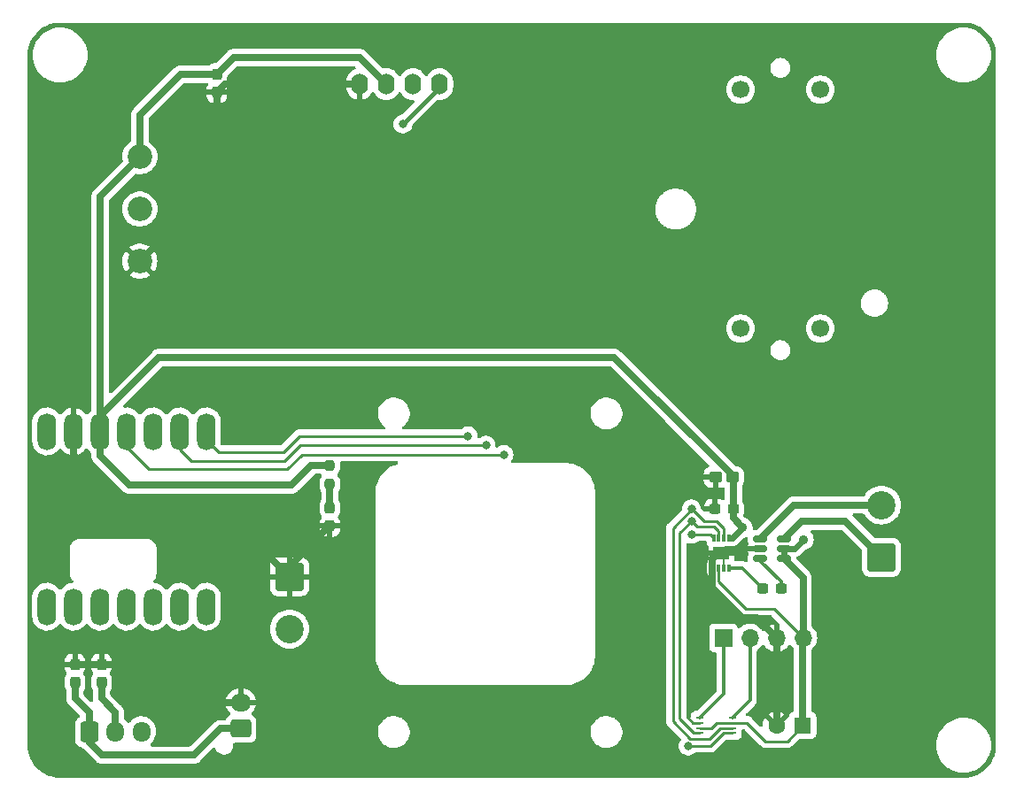
<source format=gbr>
%TF.GenerationSoftware,KiCad,Pcbnew,7.0.10*%
%TF.CreationDate,2024-02-04T22:17:42-08:00*%
%TF.ProjectId,pcb_lab,7063625f-6c61-4622-9e6b-696361645f70,rev?*%
%TF.SameCoordinates,Original*%
%TF.FileFunction,Copper,L1,Top*%
%TF.FilePolarity,Positive*%
%FSLAX46Y46*%
G04 Gerber Fmt 4.6, Leading zero omitted, Abs format (unit mm)*
G04 Created by KiCad (PCBNEW 7.0.10) date 2024-02-04 22:17:42*
%MOMM*%
%LPD*%
G01*
G04 APERTURE LIST*
G04 Aperture macros list*
%AMRoundRect*
0 Rectangle with rounded corners*
0 $1 Rounding radius*
0 $2 $3 $4 $5 $6 $7 $8 $9 X,Y pos of 4 corners*
0 Add a 4 corners polygon primitive as box body*
4,1,4,$2,$3,$4,$5,$6,$7,$8,$9,$2,$3,0*
0 Add four circle primitives for the rounded corners*
1,1,$1+$1,$2,$3*
1,1,$1+$1,$4,$5*
1,1,$1+$1,$6,$7*
1,1,$1+$1,$8,$9*
0 Add four rect primitives between the rounded corners*
20,1,$1+$1,$2,$3,$4,$5,0*
20,1,$1+$1,$4,$5,$6,$7,0*
20,1,$1+$1,$6,$7,$8,$9,0*
20,1,$1+$1,$8,$9,$2,$3,0*%
G04 Aperture macros list end*
%TA.AperFunction,SMDPad,CuDef*%
%ADD10RoundRect,0.237500X0.237500X-0.300000X0.237500X0.300000X-0.237500X0.300000X-0.237500X-0.300000X0*%
%TD*%
%TA.AperFunction,SMDPad,CuDef*%
%ADD11RoundRect,0.237500X-0.237500X0.250000X-0.237500X-0.250000X0.237500X-0.250000X0.237500X0.250000X0*%
%TD*%
%TA.AperFunction,SMDPad,CuDef*%
%ADD12RoundRect,0.237500X-0.237500X0.300000X-0.237500X-0.300000X0.237500X-0.300000X0.237500X0.300000X0*%
%TD*%
%TA.AperFunction,ComponentPad*%
%ADD13C,2.340000*%
%TD*%
%TA.AperFunction,SMDPad,CuDef*%
%ADD14RoundRect,0.250000X0.375000X0.275000X-0.375000X0.275000X-0.375000X-0.275000X0.375000X-0.275000X0*%
%TD*%
%TA.AperFunction,SMDPad,CuDef*%
%ADD15RoundRect,0.237500X0.300000X0.237500X-0.300000X0.237500X-0.300000X-0.237500X0.300000X-0.237500X0*%
%TD*%
%TA.AperFunction,ComponentPad*%
%ADD16O,1.600000X2.000000*%
%TD*%
%TA.AperFunction,ComponentPad*%
%ADD17RoundRect,0.250000X-0.600000X-0.725000X0.600000X-0.725000X0.600000X0.725000X-0.600000X0.725000X0*%
%TD*%
%TA.AperFunction,ComponentPad*%
%ADD18O,1.700000X1.950000*%
%TD*%
%TA.AperFunction,ComponentPad*%
%ADD19C,1.700000*%
%TD*%
%TA.AperFunction,SMDPad,CuDef*%
%ADD20R,0.300000X0.750000*%
%TD*%
%TA.AperFunction,SMDPad,CuDef*%
%ADD21R,1.500000X1.300000*%
%TD*%
%TA.AperFunction,ComponentPad*%
%ADD22O,1.778000X3.556000*%
%TD*%
%TA.AperFunction,SMDPad,CuDef*%
%ADD23RoundRect,0.150000X-0.512500X-0.150000X0.512500X-0.150000X0.512500X0.150000X-0.512500X0.150000X0*%
%TD*%
%TA.AperFunction,SMDPad,CuDef*%
%ADD24RoundRect,0.237500X-0.300000X-0.237500X0.300000X-0.237500X0.300000X0.237500X-0.300000X0.237500X0*%
%TD*%
%TA.AperFunction,ComponentPad*%
%ADD25RoundRect,0.250001X1.099999X-1.099999X1.099999X1.099999X-1.099999X1.099999X-1.099999X-1.099999X0*%
%TD*%
%TA.AperFunction,ComponentPad*%
%ADD26C,2.700000*%
%TD*%
%TA.AperFunction,SMDPad,CuDef*%
%ADD27RoundRect,0.237500X0.237500X-0.287500X0.237500X0.287500X-0.237500X0.287500X-0.237500X-0.287500X0*%
%TD*%
%TA.AperFunction,SMDPad,CuDef*%
%ADD28R,0.750000X0.250000*%
%TD*%
%TA.AperFunction,ComponentPad*%
%ADD29R,1.600000X1.600000*%
%TD*%
%TA.AperFunction,ComponentPad*%
%ADD30C,1.600000*%
%TD*%
%TA.AperFunction,ComponentPad*%
%ADD31R,1.700000X1.700000*%
%TD*%
%TA.AperFunction,ComponentPad*%
%ADD32O,1.700000X1.700000*%
%TD*%
%TA.AperFunction,ComponentPad*%
%ADD33RoundRect,0.250000X0.725000X-0.600000X0.725000X0.600000X-0.725000X0.600000X-0.725000X-0.600000X0*%
%TD*%
%TA.AperFunction,ComponentPad*%
%ADD34O,1.950000X1.700000*%
%TD*%
%TA.AperFunction,ComponentPad*%
%ADD35RoundRect,0.250001X-1.099999X1.099999X-1.099999X-1.099999X1.099999X-1.099999X1.099999X1.099999X0*%
%TD*%
%TA.AperFunction,ViaPad*%
%ADD36C,1.016000*%
%TD*%
%TA.AperFunction,ViaPad*%
%ADD37C,0.800000*%
%TD*%
%TA.AperFunction,ViaPad*%
%ADD38C,0.889000*%
%TD*%
%TA.AperFunction,Conductor*%
%ADD39C,0.203200*%
%TD*%
%TA.AperFunction,Conductor*%
%ADD40C,0.635000*%
%TD*%
%TA.AperFunction,Conductor*%
%ADD41C,0.381000*%
%TD*%
%TA.AperFunction,Conductor*%
%ADD42C,0.250000*%
%TD*%
%TA.AperFunction,Conductor*%
%ADD43C,0.508000*%
%TD*%
%TA.AperFunction,Conductor*%
%ADD44C,0.254000*%
%TD*%
%TA.AperFunction,Conductor*%
%ADD45C,0.558800*%
%TD*%
%TA.AperFunction,Conductor*%
%ADD46C,0.304800*%
%TD*%
G04 APERTURE END LIST*
D10*
%TO.P,C2,1*%
%TO.N,Net-(BT1-+)*%
X81432400Y-108284500D03*
%TO.P,C2,2*%
%TO.N,GND*%
X81432400Y-106559500D03*
%TD*%
D11*
%TO.P,R1,1*%
%TO.N,+3.3V*%
X105791000Y-87503000D03*
%TO.P,R1,2*%
%TO.N,Net-(D2-A)*%
X105791000Y-89328000D03*
%TD*%
D12*
%TO.P,C3,1*%
%TO.N,+3.3V*%
X94996000Y-50094500D03*
%TO.P,C3,2*%
%TO.N,GND*%
X94996000Y-51819500D03*
%TD*%
D13*
%TO.P,RV1,1,1*%
%TO.N,+3.3V*%
X87630000Y-57992000D03*
%TO.P,RV1,2,2*%
%TO.N,/Volumn*%
X87630000Y-62992000D03*
%TO.P,RV1,3,3*%
%TO.N,GND*%
X87630000Y-67992000D03*
%TD*%
D14*
%TO.P,C5,1*%
%TO.N,+3.3V*%
X144247700Y-88650700D03*
%TO.P,C5,2*%
%TO.N,GND*%
X142647700Y-88650700D03*
%TD*%
D15*
%TO.P,C6,1*%
%TO.N,+3.3V*%
X144330200Y-91698700D03*
%TO.P,C6,2*%
%TO.N,GND*%
X142605200Y-91698700D03*
%TD*%
D16*
%TO.P,Brd1,1,GND*%
%TO.N,GND*%
X108648000Y-51042000D03*
%TO.P,Brd1,2,VCC*%
%TO.N,+3.3V*%
X111188000Y-51042000D03*
%TO.P,Brd1,3,SCL*%
%TO.N,/SCL*%
X113728000Y-51042000D03*
%TO.P,Brd1,4,SDA*%
%TO.N,/SDA*%
X116268000Y-51042000D03*
%TD*%
D17*
%TO.P,SW1,1,A*%
%TO.N,Net-(BT1-+)*%
X82793200Y-113010600D03*
D18*
%TO.P,SW1,2,B*%
%TO.N,Net-(J1-Pin_2)*%
X85293200Y-113010600D03*
%TO.P,SW1,3,C*%
%TO.N,unconnected-(SW1-C-Pad3)*%
X87793200Y-113010600D03*
%TD*%
D19*
%TO.P,M1,1*%
%TO.N,/M1*%
X145034000Y-51562000D03*
%TO.P,M1,2,-*%
%TO.N,/M2*%
X152654000Y-51562000D03*
%TO.P,M1,3*%
%TO.N,/M3*%
X152654000Y-74422000D03*
%TO.P,M1,4*%
%TO.N,/M4*%
X145034000Y-74422000D03*
%TD*%
D20*
%TO.P,U3,1,Vdd*%
%TO.N,+3.3V*%
X143963700Y-94439700D03*
%TO.P,U3,2,~{CS}*%
%TO.N,/CS*%
X143463700Y-94439700D03*
%TO.P,U3,3,SCK*%
%TO.N,/SCK*%
X142963700Y-94439700D03*
%TO.P,U3,4,SDI*%
%TO.N,/SDI*%
X142463700Y-94439700D03*
%TO.P,U3,5,~{LDAC}*%
%TO.N,GND*%
X142463700Y-97339700D03*
%TO.P,U3,6,Vref*%
%TO.N,+3.3V*%
X142963700Y-97339700D03*
%TO.P,U3,7,Vss*%
%TO.N,GND*%
X143463700Y-97339700D03*
%TO.P,U3,8,Vout*%
%TO.N,Net-(U3-Vout)*%
X143963700Y-97339700D03*
D21*
%TO.P,U3,9,Pad*%
%TO.N,GND*%
X143213700Y-95889700D03*
%TD*%
D22*
%TO.P,U1,1,GPIO1_A0_D0*%
%TO.N,/Volumn*%
X78740000Y-101041200D03*
%TO.P,U1,2,GPIO2_A1_D1*%
%TO.N,/M3*%
X81280000Y-101041200D03*
%TO.P,U1,3,GPIO3_A2_D2*%
%TO.N,/M4*%
X83820000Y-101041200D03*
%TO.P,U1,4,GPIO4_A3_D3*%
%TO.N,/M2*%
X86360000Y-101041200D03*
%TO.P,U1,5,GPIO4_A3_D3_SDA*%
%TO.N,/SDA*%
X88900000Y-101041200D03*
%TO.P,U1,6,GPIO6_A5_D5_SCL*%
%TO.N,/SCL*%
X91440000Y-101041200D03*
%TO.P,U1,7,GPIO43_TX_D6*%
%TO.N,/M1*%
X93980000Y-101041200D03*
%TO.P,U1,8,5V*%
%TO.N,unconnected-(U1-5V-Pad8)*%
X78740000Y-84277200D03*
%TO.P,U1,9,GND*%
%TO.N,GND*%
X81280000Y-84277200D03*
%TO.P,U1,10,3V3*%
%TO.N,+3.3V*%
X83820000Y-84277200D03*
%TO.P,U1,11,GPIO9_A10_D10_COPI*%
%TO.N,/SDI*%
X86360000Y-84277200D03*
%TO.P,U1,12,GPIO8_A9_D9_CIPO*%
%TO.N,unconnected-(U1-GPIO8_A9_D9_CIPO-Pad12)*%
X88900000Y-84277200D03*
%TO.P,U1,13,GPIO7_A8_D8_SCK*%
%TO.N,/SCK*%
X91440000Y-84277200D03*
%TO.P,U1,14,GPIO44_D7_RX*%
%TO.N,/CS*%
X93980000Y-84277200D03*
%TD*%
D23*
%TO.P,U4,1,OUT-*%
%TO.N,Net-(U4-OUT-)*%
X146902200Y-94558700D03*
%TO.P,U4,2,GND*%
%TO.N,GND*%
X146902200Y-95508700D03*
%TO.P,U4,3,IN*%
%TO.N,Net-(U4-IN)*%
X146902200Y-96458700D03*
%TO.P,U4,4,~{SD}*%
%TO.N,+3.3V*%
X149177200Y-96458700D03*
%TO.P,U4,5,VDD*%
X149177200Y-95508700D03*
%TO.P,U4,6,OUT+*%
%TO.N,Net-(U4-OUT+)*%
X149177200Y-94558700D03*
%TD*%
D24*
%TO.P,C7,1*%
%TO.N,Net-(U3-Vout)*%
X147177200Y-99318700D03*
%TO.P,C7,2*%
%TO.N,Net-(U4-IN)*%
X148902200Y-99318700D03*
%TD*%
D10*
%TO.P,C1,1*%
%TO.N,Net-(J1-Pin_2)*%
X83972400Y-108284500D03*
%TO.P,C1,2*%
%TO.N,GND*%
X83972400Y-106559500D03*
%TD*%
D25*
%TO.P,LS1,1,1*%
%TO.N,Net-(U4-OUT+)*%
X158513300Y-96313000D03*
D26*
%TO.P,LS1,2,2*%
%TO.N,Net-(U4-OUT-)*%
X158513300Y-91313000D03*
%TD*%
D27*
%TO.P,D2,1,K*%
%TO.N,GND*%
X105791000Y-93331000D03*
%TO.P,D2,2,A*%
%TO.N,Net-(D2-A)*%
X105791000Y-91581000D03*
%TD*%
D28*
%TO.P,U2,1,B2*%
%TO.N,Net-(D1-CIN)*%
X141170300Y-111639200D03*
%TO.P,U2,2,GND*%
%TO.N,GND*%
X141170300Y-112139200D03*
%TO.P,U2,3,VCCA*%
%TO.N,+3.3V*%
X141170300Y-112639200D03*
%TO.P,U2,4,A2*%
%TO.N,/SCK*%
X141170300Y-113139200D03*
%TO.P,U2,5,A1*%
%TO.N,/SDI*%
X144270300Y-113139200D03*
%TO.P,U2,6,OE*%
%TO.N,/CS*%
X144270300Y-112639200D03*
%TO.P,U2,7,VCCB*%
%TO.N,+3.3V*%
X144270300Y-112139200D03*
%TO.P,U2,8,B1*%
%TO.N,Net-(D1-DIN)*%
X144270300Y-111639200D03*
%TD*%
D29*
%TO.P,C8,1*%
%TO.N,+3.3V*%
X150980300Y-112389200D03*
D30*
%TO.P,C8,2*%
%TO.N,GND*%
X148480300Y-112389200D03*
%TD*%
D31*
%TO.P,D1,1,CIN*%
%TO.N,Net-(D1-CIN)*%
X143400300Y-104013000D03*
D32*
%TO.P,D1,2,DIN*%
%TO.N,Net-(D1-DIN)*%
X145940300Y-104013000D03*
%TO.P,D1,3,GND*%
%TO.N,GND*%
X148480300Y-104013000D03*
%TO.P,D1,4,+5V*%
%TO.N,+3.3V*%
X151020300Y-104013000D03*
%TD*%
D33*
%TO.P,BT1,1,+*%
%TO.N,Net-(BT1-+)*%
X97282000Y-112710600D03*
D34*
%TO.P,BT1,2,-*%
%TO.N,GND*%
X97282000Y-110210600D03*
%TD*%
D35*
%TO.P,J1,1,Pin_1*%
%TO.N,GND*%
X101939000Y-98179500D03*
D26*
%TO.P,J1,2,Pin_2*%
%TO.N,Net-(J1-Pin_2)*%
X101939000Y-103179500D03*
%TD*%
D36*
%TO.N,GND*%
X141351000Y-100203000D03*
X80010000Y-88773000D03*
X81026000Y-87757000D03*
X80010000Y-87757000D03*
X142367000Y-100203000D03*
X141351000Y-101219000D03*
X81026000Y-88773000D03*
X142367000Y-101219000D03*
D37*
%TO.N,/SDA*%
X112776000Y-54864000D03*
D38*
%TO.N,+3.3V*%
X145245300Y-93476700D03*
X151087300Y-94619700D03*
D37*
%TO.N,/SDI*%
X140352300Y-94107000D03*
X140049098Y-114369809D03*
X122428000Y-86487000D03*
%TO.N,/SCK*%
X120713500Y-85598000D03*
X140352300Y-92900500D03*
%TO.N,/CS*%
X140352300Y-91694000D03*
X118999000Y-84709000D03*
%TD*%
D39*
%TO.N,GND*%
X143463700Y-97339700D02*
X143463700Y-96139700D01*
D40*
X146575300Y-102108000D02*
X145178300Y-102108000D01*
D39*
X142463300Y-96639700D02*
X143213300Y-95889700D01*
D40*
X94996000Y-51819500D02*
X94996000Y-60626000D01*
D41*
X143594300Y-95508700D02*
X143213700Y-95889300D01*
D40*
X85598000Y-90805000D02*
X94564500Y-90805000D01*
X83978900Y-106553000D02*
X83972400Y-106559500D01*
D42*
X148861800Y-112343500D02*
X148526000Y-112343500D01*
D40*
X81280000Y-85039200D02*
X81280000Y-86487000D01*
X142853700Y-95889700D02*
X143213700Y-95889700D01*
D43*
X146902200Y-95508700D02*
X143594700Y-95508700D01*
D40*
X148480300Y-104013000D02*
X148480300Y-112389000D01*
D42*
X148526000Y-112343500D02*
X148480300Y-112389200D01*
D44*
X141170300Y-112139200D02*
X140477500Y-112139200D01*
D40*
X101939000Y-98179500D02*
X101939000Y-97183000D01*
X97282000Y-110210600D02*
X91922600Y-110210600D01*
X142296200Y-99225900D02*
X142296200Y-96447200D01*
X148480300Y-104013000D02*
X146575300Y-102108000D01*
X95773500Y-51042000D02*
X94996000Y-51819500D01*
X81280000Y-86487000D02*
X85598000Y-90805000D01*
X108648000Y-51042000D02*
X95773500Y-51042000D01*
D42*
X143213700Y-95889300D02*
X143213700Y-95889700D01*
X143463700Y-96139700D02*
X143213700Y-95889700D01*
D40*
X142296200Y-96447200D02*
X142853700Y-95889700D01*
D42*
X148099300Y-104013000D02*
X148480300Y-104013000D01*
D41*
X143213700Y-95889300D02*
X143213300Y-95889700D01*
D44*
X140477500Y-112139200D02*
X139954000Y-111615700D01*
D40*
X148816300Y-112298000D02*
X148861800Y-112343500D01*
X94996000Y-60626000D02*
X87630000Y-67992000D01*
D42*
X142647700Y-88650700D02*
X142605200Y-88693200D01*
D40*
X148861800Y-112343500D02*
X148907300Y-112389000D01*
X88265000Y-106553000D02*
X83978900Y-106553000D01*
X101939000Y-97183000D02*
X105791000Y-93331000D01*
X94564500Y-90805000D02*
X101939000Y-98179500D01*
D42*
X148480300Y-112389000D02*
X148480300Y-112389200D01*
D44*
X139954000Y-101568100D02*
X142296200Y-99225900D01*
D39*
X142463300Y-97339700D02*
X142463300Y-96639700D01*
X143463300Y-96139700D02*
X143213300Y-95889700D01*
D42*
X142463300Y-97339700D02*
X142463700Y-97339700D01*
D44*
X139954000Y-111615700D02*
X139954000Y-101568100D01*
D40*
X145178300Y-102108000D02*
X142296200Y-99225900D01*
D42*
X142463300Y-97339700D02*
X142463300Y-98377000D01*
X142605200Y-88693200D02*
X142605200Y-91698700D01*
D40*
X91922600Y-110210600D02*
X88265000Y-106553000D01*
D43*
X143594700Y-95508700D02*
X143213700Y-95889700D01*
D40*
X81432400Y-106559500D02*
X83972400Y-106559500D01*
D41*
X146902300Y-95508700D02*
X146902200Y-95508700D01*
%TO.N,/SDA*%
X112776000Y-54864000D02*
X116268000Y-51372000D01*
X116268000Y-51372000D02*
X116268000Y-51042000D01*
D42*
%TO.N,+3.3V*%
X142286750Y-112639200D02*
X141170300Y-112639200D01*
X144270300Y-112139200D02*
X142786750Y-112139200D01*
D40*
X144247500Y-88650900D02*
X144356300Y-88759700D01*
X144356300Y-91672200D02*
X144330300Y-91698700D01*
D42*
X145559300Y-101219000D02*
X148226300Y-101219000D01*
D40*
X150980300Y-112389000D02*
X150980300Y-104053000D01*
X144247300Y-88650700D02*
X144247500Y-88650900D01*
D45*
X149177300Y-95983700D02*
X149177300Y-96458700D01*
D42*
X150980300Y-112435000D02*
X149496300Y-113919000D01*
D45*
X151087300Y-94619700D02*
X150198300Y-95508700D01*
D42*
X142786750Y-112139200D02*
X142286750Y-112639200D01*
X142963700Y-98623400D02*
X145559300Y-101219000D01*
X150980300Y-112389000D02*
X150980300Y-112389200D01*
D40*
X108660000Y-48514000D02*
X111188000Y-51042000D01*
X144247700Y-88494700D02*
X144247700Y-88650700D01*
X150980300Y-104053000D02*
X151020300Y-104013000D01*
D42*
X149177300Y-96458700D02*
X149177200Y-96458700D01*
X145676100Y-112139200D02*
X144270300Y-112139200D01*
D40*
X83820000Y-61802000D02*
X87630000Y-57992000D01*
X89436500Y-77187500D02*
X132940500Y-77187500D01*
X87630000Y-53975000D02*
X91510500Y-50094500D01*
X87630000Y-57992000D02*
X87630000Y-53975000D01*
D42*
X147455900Y-113919000D02*
X145676100Y-112139200D01*
X143963700Y-94439700D02*
X144131300Y-94439700D01*
D45*
X145245300Y-93476700D02*
X144282300Y-94439700D01*
D40*
X104013000Y-87503000D02*
X102108000Y-89408000D01*
X105791000Y-87503000D02*
X104013000Y-87503000D01*
X151381800Y-112363500D02*
X151407300Y-112389000D01*
X144330300Y-91698700D02*
X144330300Y-92561200D01*
X144330300Y-92561200D02*
X145245300Y-93476700D01*
D42*
X149496300Y-113919000D02*
X147455900Y-113919000D01*
D40*
X83820000Y-85039200D02*
X83820000Y-61802000D01*
X102108000Y-89408000D02*
X86614000Y-89408000D01*
D45*
X144282300Y-94439700D02*
X144131300Y-94439700D01*
D40*
X132940500Y-77187500D02*
X144247700Y-88494700D01*
D42*
X149177200Y-95508700D02*
X149177300Y-95508700D01*
D40*
X91510500Y-50094500D02*
X94996000Y-50094500D01*
X86614000Y-89408000D02*
X83820000Y-86614000D01*
X149177300Y-96458700D02*
X151020300Y-98301700D01*
D42*
X144330200Y-91698700D02*
X144330300Y-91698700D01*
D39*
X144356300Y-91725200D02*
X144330300Y-91698700D01*
D40*
X83820000Y-82804000D02*
X89436500Y-77187500D01*
D42*
X151006000Y-112363500D02*
X150980300Y-112389200D01*
D45*
X149177300Y-95508700D02*
X149177300Y-95983700D01*
D40*
X96576500Y-48514000D02*
X108660000Y-48514000D01*
X83820000Y-86614000D02*
X83820000Y-85039200D01*
X83820000Y-85039200D02*
X83820000Y-82804000D01*
X144356300Y-88759700D02*
X144356300Y-91672200D01*
D42*
X148226300Y-101219000D02*
X151020300Y-104013000D01*
X150980300Y-112389200D02*
X150980300Y-112435000D01*
D40*
X151356300Y-112338000D02*
X151381800Y-112363500D01*
D42*
X151381800Y-112363500D02*
X151006000Y-112363500D01*
D45*
X150198300Y-95508700D02*
X149177300Y-95508700D01*
D42*
X142963700Y-97339700D02*
X142963700Y-98623400D01*
D40*
X94996000Y-50094500D02*
X96576500Y-48514000D01*
D42*
X144247700Y-88650700D02*
X144247500Y-88650900D01*
D40*
X151020300Y-98301700D02*
X151020300Y-104013000D01*
D46*
%TO.N,Net-(U3-Vout)*%
X145198300Y-97339700D02*
X147177200Y-99318600D01*
X143963300Y-97339700D02*
X143963700Y-97339700D01*
X143963700Y-97339700D02*
X145198300Y-97339700D01*
D42*
X147177200Y-99318600D02*
X147177200Y-99318700D01*
D46*
X147177200Y-99318600D02*
X147177300Y-99318700D01*
D42*
%TO.N,Net-(U4-IN)*%
X146902200Y-96458700D02*
X146902300Y-96458800D01*
X146902300Y-96458800D02*
X146902300Y-96657200D01*
D46*
X148902300Y-98657200D02*
X148902300Y-99030700D01*
X148902300Y-99030700D02*
X148902300Y-99318700D01*
X146902300Y-96657200D02*
X148902300Y-98657200D01*
D42*
X148902300Y-99030700D02*
X148902200Y-99030800D01*
X148902200Y-99030800D02*
X148902200Y-99318700D01*
D46*
%TO.N,Net-(D1-CIN)*%
X143400300Y-109409000D02*
X141170300Y-111639000D01*
D42*
X141170300Y-111639000D02*
X141170300Y-111639200D01*
D46*
X143400300Y-104013000D02*
X143400300Y-109409000D01*
D42*
%TO.N,Net-(D1-DIN)*%
X144270300Y-111639000D02*
X144270300Y-111639200D01*
D46*
X145940300Y-109969000D02*
X144270300Y-111639000D01*
X145940300Y-104013000D02*
X145940300Y-109969000D01*
D40*
%TO.N,Net-(D2-A)*%
X105791000Y-91581000D02*
X105791000Y-89328000D01*
%TO.N,Net-(U4-OUT+)*%
X149177300Y-94558700D02*
X149860000Y-93876200D01*
X155067300Y-92867100D02*
X158513300Y-96313000D01*
X150869300Y-92867100D02*
X155067300Y-92867100D01*
X149860000Y-93876200D02*
X150869300Y-92867100D01*
D42*
X149859700Y-93876200D02*
X149177200Y-94558700D01*
X149860000Y-93876200D02*
X149859700Y-93876200D01*
D40*
%TO.N,Net-(U4-OUT-)*%
X146902300Y-94558700D02*
X147658200Y-93802900D01*
X150148300Y-91313000D02*
X158513300Y-91313000D01*
X147658200Y-93802900D02*
X150148300Y-91313000D01*
D42*
X147658000Y-93802900D02*
X146902200Y-94558700D01*
X147658200Y-93802900D02*
X147658000Y-93802900D01*
D44*
%TO.N,/SDI*%
X140049098Y-114369809D02*
X142187491Y-114369809D01*
X142131000Y-94107000D02*
X140352300Y-94107000D01*
X143418100Y-113139200D02*
X144270300Y-113139200D01*
X122428000Y-86487000D02*
X103124000Y-86487000D01*
X88519000Y-87884000D02*
X86360000Y-85725000D01*
X86360000Y-85725000D02*
X86360000Y-85039200D01*
X142463700Y-94439700D02*
X142131000Y-94107000D01*
X103124000Y-86487000D02*
X101727000Y-87884000D01*
X101727000Y-87884000D02*
X88519000Y-87884000D01*
X142187491Y-114369809D02*
X143418100Y-113139200D01*
D42*
%TO.N,/SCK*%
X139209300Y-111760000D02*
X139209300Y-93980000D01*
X140588500Y-113139200D02*
X139209300Y-111760000D01*
X91440000Y-85979000D02*
X91440000Y-85039200D01*
X92583000Y-87122000D02*
X91440000Y-85979000D01*
X120904000Y-85598000D02*
X102997000Y-85598000D01*
X102997000Y-85598000D02*
X101473000Y-87122000D01*
X141170300Y-113139200D02*
X140588500Y-113139200D01*
X140860300Y-93345000D02*
X142511300Y-93345000D01*
X142963700Y-93797400D02*
X142963700Y-94439700D01*
X142511300Y-93345000D02*
X142963700Y-93797400D01*
X101473000Y-87122000D02*
X92583000Y-87122000D01*
X139209300Y-93980000D02*
X140352300Y-92837000D01*
X140352300Y-92837000D02*
X140860300Y-93345000D01*
%TO.N,/CS*%
X142765300Y-92837000D02*
X143463700Y-93535400D01*
X141558800Y-92837000D02*
X142765300Y-92837000D01*
D44*
X138574300Y-112014000D02*
X140225300Y-113665000D01*
D42*
X140453000Y-91694000D02*
X140453000Y-91731200D01*
D44*
X140225300Y-113665000D02*
X142066800Y-113665000D01*
D42*
X102870000Y-84709000D02*
X101346000Y-86233000D01*
X143463700Y-93535400D02*
X143463700Y-94439700D01*
D39*
X140411500Y-91694000D02*
X140411500Y-91698300D01*
D42*
X118999000Y-84709000D02*
X102870000Y-84709000D01*
X140453000Y-91731200D02*
X141558800Y-92837000D01*
X95173800Y-86233000D02*
X93980000Y-85039200D01*
D44*
X142066800Y-113665000D02*
X143092600Y-112639200D01*
X140411500Y-91698300D02*
X138574300Y-93535500D01*
D39*
X144270300Y-112639200D02*
X143667100Y-112639200D01*
D44*
X138574300Y-93535500D02*
X138574300Y-93599000D01*
X138574300Y-93599000D02*
X138574300Y-112014000D01*
D42*
X101346000Y-86233000D02*
X95173800Y-86233000D01*
D44*
X143092600Y-112639200D02*
X144270300Y-112639200D01*
D41*
%TO.N,Net-(BT1-+)*%
X81432400Y-108284000D02*
X81432400Y-108235000D01*
D40*
X95320800Y-112711000D02*
X97281600Y-112711000D01*
X97281600Y-112711000D02*
X97282000Y-112711000D01*
X92786200Y-115245000D02*
X95320800Y-112711000D01*
X82793200Y-113010600D02*
X82793200Y-114015000D01*
X82793200Y-111170000D02*
X82793200Y-113010600D01*
D42*
X97281600Y-112711000D02*
X97282000Y-112710600D01*
D40*
X82793200Y-114015000D02*
X84023200Y-115245000D01*
X81432400Y-108235000D02*
X81432400Y-108284000D01*
X81432400Y-108284000D02*
X81432400Y-108284500D01*
X81432400Y-108284500D02*
X81432400Y-109810000D01*
X81432400Y-109810000D02*
X82793200Y-111170000D01*
X84023200Y-115245000D02*
X92786200Y-115245000D01*
%TO.N,Net-(J1-Pin_2)*%
X85293200Y-111130000D02*
X85293200Y-112959000D01*
X83972400Y-108284500D02*
X83972400Y-109810000D01*
X83972400Y-109810000D02*
X85293200Y-111130000D01*
D42*
X85293200Y-112959000D02*
X85293200Y-113010600D01*
D40*
X83972400Y-108284000D02*
X83972400Y-108284500D01*
%TD*%
%TA.AperFunction,Conductor*%
%TO.N,GND*%
G36*
X148730300Y-105343634D02*
G01*
X148730301Y-105343634D01*
X148943787Y-105286431D01*
X148943794Y-105286429D01*
X149157881Y-105186598D01*
X149157886Y-105186595D01*
X149351378Y-105051109D01*
X149518408Y-104884079D01*
X149621937Y-104736225D01*
X149681972Y-104685849D01*
X149759152Y-104672240D01*
X149832796Y-104699044D01*
X149872702Y-104740254D01*
X149944578Y-104850268D01*
X149975703Y-104884078D01*
X150097059Y-105015905D01*
X150101672Y-105020152D01*
X150100637Y-105021275D01*
X150143167Y-105077490D01*
X150154300Y-105134473D01*
X150154300Y-110951059D01*
X150134016Y-111026759D01*
X150078600Y-111082175D01*
X150055810Y-111092913D01*
X149934097Y-111138310D01*
X149817039Y-111225939D01*
X149729409Y-111342998D01*
X149678313Y-111479993D01*
X149678309Y-111480006D01*
X149673499Y-111524752D01*
X149645239Y-111597850D01*
X149584217Y-111647024D01*
X149574396Y-111648655D01*
X148878253Y-112344797D01*
X148865465Y-112264052D01*
X148807941Y-112151155D01*
X148718345Y-112061559D01*
X148605448Y-112004035D01*
X148524699Y-111991245D01*
X149205772Y-111310174D01*
X149205771Y-111310173D01*
X149132790Y-111259070D01*
X149132785Y-111259067D01*
X148926628Y-111162934D01*
X148926621Y-111162932D01*
X148706905Y-111104058D01*
X148480300Y-111084234D01*
X148253694Y-111104058D01*
X148033978Y-111162932D01*
X148033971Y-111162934D01*
X147827814Y-111259067D01*
X147827811Y-111259069D01*
X147754826Y-111310173D01*
X148435899Y-111991246D01*
X148355152Y-112004035D01*
X148242255Y-112061559D01*
X148152659Y-112151155D01*
X148095135Y-112264052D01*
X148082346Y-112344799D01*
X147401273Y-111663726D01*
X147350169Y-111736711D01*
X147350167Y-111736714D01*
X147254034Y-111942871D01*
X147254032Y-111942878D01*
X147195158Y-112162594D01*
X147175206Y-112390660D01*
X147148402Y-112464304D01*
X147088367Y-112514680D01*
X147011187Y-112528289D01*
X146937543Y-112501485D01*
X146917326Y-112484521D01*
X146185325Y-111752520D01*
X146174614Y-111739149D01*
X146174169Y-111739518D01*
X146168101Y-111732182D01*
X146118759Y-111685848D01*
X146115344Y-111682539D01*
X146106533Y-111673728D01*
X146095870Y-111663065D01*
X146095860Y-111663057D01*
X146093615Y-111661315D01*
X146082783Y-111652063D01*
X146051423Y-111622616D01*
X146051417Y-111622611D01*
X146035419Y-111613816D01*
X146015562Y-111600772D01*
X146001146Y-111589589D01*
X146001143Y-111589587D01*
X146001141Y-111589586D01*
X145961639Y-111572492D01*
X145948866Y-111566234D01*
X145911160Y-111545505D01*
X145911157Y-111545504D01*
X145911154Y-111545502D01*
X145893473Y-111540963D01*
X145871001Y-111533269D01*
X145854250Y-111526020D01*
X145854242Y-111526018D01*
X145811762Y-111519290D01*
X145797798Y-111516398D01*
X145756131Y-111505700D01*
X145756130Y-111505700D01*
X145737873Y-111505700D01*
X145714189Y-111503836D01*
X145686749Y-111499490D01*
X145687249Y-111496327D01*
X145628387Y-111478549D01*
X145574744Y-111421414D01*
X145556856Y-111345112D01*
X145579515Y-111270089D01*
X145601121Y-111242831D01*
X146390289Y-110453663D01*
X146396915Y-110447426D01*
X146438624Y-110410477D01*
X146470277Y-110364617D01*
X146475676Y-110357280D01*
X146510040Y-110313419D01*
X146512681Y-110307548D01*
X146526139Y-110283688D01*
X146529796Y-110278391D01*
X146549554Y-110226289D01*
X146553037Y-110217882D01*
X146575909Y-110167064D01*
X146577068Y-110160733D01*
X146584430Y-110134328D01*
X146586708Y-110128325D01*
X146593419Y-110073047D01*
X146594795Y-110064003D01*
X146604840Y-110009197D01*
X146601476Y-109953585D01*
X146601200Y-109944443D01*
X146601200Y-105290228D01*
X146621484Y-105214528D01*
X146676900Y-105159112D01*
X146680545Y-105157074D01*
X146680698Y-105156990D01*
X146685876Y-105154189D01*
X146863540Y-105015906D01*
X147016022Y-104850268D01*
X147087898Y-104740253D01*
X147146279Y-104687977D01*
X147222981Y-104671894D01*
X147297449Y-104696316D01*
X147338661Y-104736224D01*
X147442190Y-104884078D01*
X147609221Y-105051109D01*
X147802713Y-105186595D01*
X147802718Y-105186598D01*
X148016805Y-105286429D01*
X148016812Y-105286431D01*
X148230298Y-105343634D01*
X148230300Y-105343634D01*
X148230300Y-104448501D01*
X148337985Y-104497680D01*
X148444537Y-104513000D01*
X148516063Y-104513000D01*
X148622615Y-104497680D01*
X148730300Y-104448501D01*
X148730300Y-105343634D01*
G37*
%TD.AperFunction*%
%TA.AperFunction,Conductor*%
G36*
X145683296Y-94418824D02*
G01*
X145724681Y-94485376D01*
X145731200Y-94529325D01*
X145731200Y-94775213D01*
X145732039Y-94785866D01*
X145734138Y-94812531D01*
X145764700Y-94917727D01*
X145780556Y-94972304D01*
X145784338Y-94981043D01*
X145781634Y-94982212D01*
X145798438Y-95042367D01*
X145789087Y-95088777D01*
X145791075Y-95089355D01*
X145742600Y-95256205D01*
X145742404Y-95258700D01*
X145984673Y-95258700D01*
X146060373Y-95278984D01*
X146061625Y-95279715D01*
X146126099Y-95317845D01*
X146126101Y-95317845D01*
X146126102Y-95317846D01*
X146282596Y-95363312D01*
X146349631Y-95403910D01*
X146387387Y-95472586D01*
X146385745Y-95550939D01*
X146345147Y-95617974D01*
X146282596Y-95654088D01*
X146126102Y-95699553D01*
X146126099Y-95699555D01*
X146061740Y-95737616D01*
X145986259Y-95758692D01*
X145984673Y-95758700D01*
X145742404Y-95758700D01*
X145742600Y-95761194D01*
X145791075Y-95928045D01*
X145788292Y-95928853D01*
X145797443Y-95990832D01*
X145782405Y-96035525D01*
X145784337Y-96036361D01*
X145780555Y-96045098D01*
X145734138Y-96204869D01*
X145731200Y-96242186D01*
X145731200Y-96617064D01*
X145710916Y-96692764D01*
X145655500Y-96748180D01*
X145579800Y-96768464D01*
X145516478Y-96752857D01*
X145516253Y-96753451D01*
X145511365Y-96751597D01*
X145509445Y-96751124D01*
X145507693Y-96750204D01*
X145455608Y-96730451D01*
X145447161Y-96726952D01*
X145396362Y-96704090D01*
X145390032Y-96702930D01*
X145363642Y-96695574D01*
X145357625Y-96693292D01*
X145302336Y-96686578D01*
X145293298Y-96685202D01*
X145238500Y-96675160D01*
X145238496Y-96675160D01*
X145182887Y-96678524D01*
X145173745Y-96678800D01*
X144615100Y-96678800D01*
X144539400Y-96658516D01*
X144483984Y-96603100D01*
X144463700Y-96527400D01*
X144463700Y-96139700D01*
X141963700Y-96139700D01*
X141963700Y-96547515D01*
X141943416Y-96623215D01*
X141933502Y-96638246D01*
X141870349Y-96722607D01*
X141870346Y-96722613D01*
X141820104Y-96857318D01*
X141820100Y-96857331D01*
X141813700Y-96916863D01*
X141813700Y-97762536D01*
X141820100Y-97822068D01*
X141820104Y-97822081D01*
X141870346Y-97956786D01*
X141870350Y-97956793D01*
X141956511Y-98071888D01*
X142071606Y-98158049D01*
X142071613Y-98158053D01*
X142206323Y-98208297D01*
X142213612Y-98210020D01*
X142282620Y-98247166D01*
X142323809Y-98313840D01*
X142330200Y-98357363D01*
X142330200Y-98536741D01*
X142328319Y-98553772D01*
X142328894Y-98553827D01*
X142327997Y-98563310D01*
X142330125Y-98630970D01*
X142330200Y-98635728D01*
X142330200Y-98663268D01*
X142330556Y-98666080D01*
X142331675Y-98680297D01*
X142333026Y-98723287D01*
X142333027Y-98723290D01*
X142338121Y-98740826D01*
X142342936Y-98764079D01*
X142345225Y-98782194D01*
X142345225Y-98782196D01*
X142345226Y-98782197D01*
X142361064Y-98822201D01*
X142365680Y-98835683D01*
X142377681Y-98876993D01*
X142386977Y-98892712D01*
X142397425Y-98914039D01*
X142404146Y-98931013D01*
X142404147Y-98931016D01*
X142429429Y-98965813D01*
X142437260Y-98977735D01*
X142459153Y-99014755D01*
X142459155Y-99014758D01*
X142459158Y-99014762D01*
X142472072Y-99027676D01*
X142487491Y-99045729D01*
X142498228Y-99060507D01*
X142531372Y-99087926D01*
X142541921Y-99097525D01*
X145050074Y-101605679D01*
X145060786Y-101619049D01*
X145061231Y-101618681D01*
X145067297Y-101626014D01*
X145067300Y-101626018D01*
X145067303Y-101626020D01*
X145067304Y-101626022D01*
X145116638Y-101672349D01*
X145120055Y-101675660D01*
X145139530Y-101695135D01*
X145141791Y-101696889D01*
X145152613Y-101706133D01*
X145181359Y-101733125D01*
X145183979Y-101735586D01*
X145199163Y-101743933D01*
X145199972Y-101744378D01*
X145219828Y-101757420D01*
X145234259Y-101768614D01*
X145234261Y-101768615D01*
X145234263Y-101768616D01*
X145273734Y-101785696D01*
X145286547Y-101791973D01*
X145312133Y-101806039D01*
X145324240Y-101812695D01*
X145341923Y-101817234D01*
X145364401Y-101824930D01*
X145381155Y-101832181D01*
X145423659Y-101838912D01*
X145437580Y-101841795D01*
X145479270Y-101852500D01*
X145497527Y-101852500D01*
X145521210Y-101854363D01*
X145539243Y-101857220D01*
X145578779Y-101853482D01*
X145582067Y-101853172D01*
X145596314Y-101852500D01*
X147901184Y-101852500D01*
X147976884Y-101872784D01*
X148008240Y-101896844D01*
X148685956Y-102574560D01*
X148725141Y-102642431D01*
X148730300Y-102681616D01*
X148730300Y-103577498D01*
X148622615Y-103528320D01*
X148516063Y-103513000D01*
X148444537Y-103513000D01*
X148337985Y-103528320D01*
X148230300Y-103577498D01*
X148230300Y-102682364D01*
X148230299Y-102682364D01*
X148016806Y-102739569D01*
X147802723Y-102839399D01*
X147609218Y-102974893D01*
X147442190Y-103141921D01*
X147338661Y-103289775D01*
X147278626Y-103340150D01*
X147201446Y-103353759D01*
X147127802Y-103326954D01*
X147087897Y-103285745D01*
X147040426Y-103213085D01*
X147016023Y-103175733D01*
X147016019Y-103175729D01*
X146863541Y-103010095D01*
X146863540Y-103010094D01*
X146685874Y-102871809D01*
X146487877Y-102764659D01*
X146487874Y-102764657D01*
X146274941Y-102691558D01*
X146274932Y-102691555D01*
X146052870Y-102654500D01*
X146052869Y-102654500D01*
X145827731Y-102654500D01*
X145827730Y-102654500D01*
X145605667Y-102691555D01*
X145605658Y-102691558D01*
X145392725Y-102764657D01*
X145392722Y-102764659D01*
X145194725Y-102871809D01*
X145017062Y-103010092D01*
X144984080Y-103045920D01*
X144917886Y-103087875D01*
X144839582Y-103091113D01*
X144770150Y-103054766D01*
X144730838Y-102996287D01*
X144701190Y-102916798D01*
X144701189Y-102916796D01*
X144613561Y-102799739D01*
X144496504Y-102712111D01*
X144496503Y-102712110D01*
X144496501Y-102712109D01*
X144359506Y-102661013D01*
X144359501Y-102661011D01*
X144298938Y-102654500D01*
X142501662Y-102654500D01*
X142451192Y-102659925D01*
X142441098Y-102661011D01*
X142441093Y-102661013D01*
X142304098Y-102712109D01*
X142187039Y-102799739D01*
X142099409Y-102916798D01*
X142048313Y-103053793D01*
X142048311Y-103053799D01*
X142041800Y-103114362D01*
X142041800Y-104911638D01*
X142044131Y-104933317D01*
X142048311Y-104972201D01*
X142048313Y-104972206D01*
X142099409Y-105109201D01*
X142099410Y-105109203D01*
X142099411Y-105109204D01*
X142187039Y-105226261D01*
X142304096Y-105313889D01*
X142304097Y-105313889D01*
X142304098Y-105313890D01*
X142338346Y-105326664D01*
X142441099Y-105364989D01*
X142501662Y-105371500D01*
X142588000Y-105371500D01*
X142663700Y-105391784D01*
X142719116Y-105447200D01*
X142739400Y-105522900D01*
X142739400Y-109072535D01*
X142719116Y-109148235D01*
X142695056Y-109179591D01*
X140913291Y-110961356D01*
X140845420Y-111000541D01*
X140806235Y-111005700D01*
X140746662Y-111005700D01*
X140696192Y-111011125D01*
X140686098Y-111012211D01*
X140686093Y-111012213D01*
X140549098Y-111063309D01*
X140432039Y-111150939D01*
X140344409Y-111267998D01*
X140298830Y-111390202D01*
X140293311Y-111404999D01*
X140287607Y-111458061D01*
X140286800Y-111465566D01*
X140286800Y-111576083D01*
X140266516Y-111651783D01*
X140211100Y-111707199D01*
X140135400Y-111727483D01*
X140059700Y-111707199D01*
X140028344Y-111683139D01*
X139887144Y-111541939D01*
X139847959Y-111474068D01*
X139842800Y-111434883D01*
X139842800Y-95107768D01*
X139863084Y-95032068D01*
X139918500Y-94976652D01*
X139994200Y-94956368D01*
X140055777Y-94969456D01*
X140070012Y-94975794D01*
X140256813Y-95015500D01*
X140256816Y-95015500D01*
X140447784Y-95015500D01*
X140447787Y-95015500D01*
X140634588Y-94975794D01*
X140809052Y-94898118D01*
X140963553Y-94785866D01*
X140963558Y-94785859D01*
X140968529Y-94781386D01*
X141038358Y-94745808D01*
X141069833Y-94742500D01*
X141656213Y-94742500D01*
X141731913Y-94762784D01*
X141787329Y-94818200D01*
X141806745Y-94877715D01*
X141811709Y-94923893D01*
X141811713Y-94923906D01*
X141862809Y-95060901D01*
X141862810Y-95060903D01*
X141862811Y-95060904D01*
X141933502Y-95155336D01*
X141962629Y-95228092D01*
X141963700Y-95246066D01*
X141963700Y-95639700D01*
X144463700Y-95639700D01*
X144463700Y-95321975D01*
X144483984Y-95246275D01*
X144539400Y-95190859D01*
X144549389Y-95185578D01*
X144576635Y-95172457D01*
X144592307Y-95165965D01*
X144626320Y-95154065D01*
X144656836Y-95134889D01*
X144671674Y-95126688D01*
X144704140Y-95111055D01*
X144732320Y-95088580D01*
X144746138Y-95078776D01*
X144776656Y-95059602D01*
X144801576Y-95034680D01*
X144801583Y-95034675D01*
X144808141Y-95028116D01*
X144808144Y-95028115D01*
X145388406Y-94447851D01*
X145451507Y-94410030D01*
X145535853Y-94384443D01*
X145614180Y-94381880D01*
X145683296Y-94418824D01*
G37*
%TD.AperFunction*%
%TA.AperFunction,Conductor*%
G36*
X166373949Y-45160706D02*
G01*
X166686079Y-45177064D01*
X166701811Y-45178718D01*
X167006595Y-45226992D01*
X167022082Y-45230284D01*
X167320148Y-45310150D01*
X167335188Y-45315036D01*
X167623282Y-45425626D01*
X167637746Y-45432066D01*
X167901150Y-45566277D01*
X167912671Y-45572147D01*
X167926395Y-45580070D01*
X168185189Y-45748133D01*
X168198005Y-45757444D01*
X168423271Y-45939861D01*
X168437803Y-45951629D01*
X168449580Y-45962233D01*
X168667766Y-46180419D01*
X168678370Y-46192196D01*
X168760286Y-46293354D01*
X168862075Y-46419053D01*
X168872551Y-46431989D01*
X168881866Y-46444810D01*
X169049929Y-46703604D01*
X169057852Y-46717328D01*
X169197930Y-46992247D01*
X169204376Y-47006724D01*
X169314957Y-47294795D01*
X169319852Y-47309863D01*
X169331346Y-47352757D01*
X169399713Y-47607910D01*
X169403008Y-47623410D01*
X169451279Y-47928173D01*
X169452936Y-47943934D01*
X169469293Y-48256049D01*
X169469500Y-48263973D01*
X169469500Y-114296026D01*
X169469293Y-114303950D01*
X169452936Y-114616065D01*
X169451279Y-114631826D01*
X169403008Y-114936589D01*
X169399713Y-114952089D01*
X169319854Y-115250132D01*
X169314957Y-115265204D01*
X169204376Y-115553275D01*
X169197930Y-115567752D01*
X169057852Y-115842671D01*
X169049929Y-115856395D01*
X168881866Y-116115189D01*
X168872551Y-116128010D01*
X168678370Y-116367803D01*
X168667766Y-116379580D01*
X168449580Y-116597766D01*
X168437803Y-116608370D01*
X168198010Y-116802551D01*
X168185189Y-116811866D01*
X167926395Y-116979929D01*
X167912671Y-116987852D01*
X167637752Y-117127930D01*
X167623275Y-117134376D01*
X167335204Y-117244957D01*
X167320132Y-117249854D01*
X167022089Y-117329713D01*
X167006589Y-117333008D01*
X166701826Y-117381279D01*
X166686065Y-117382936D01*
X166480590Y-117393704D01*
X166373948Y-117399293D01*
X166366027Y-117399500D01*
X80013973Y-117399500D01*
X80006051Y-117399293D01*
X79852278Y-117391234D01*
X79693934Y-117382936D01*
X79678173Y-117381279D01*
X79373410Y-117333008D01*
X79357910Y-117329713D01*
X79158176Y-117276195D01*
X79059863Y-117249852D01*
X79044799Y-117244958D01*
X78756724Y-117134376D01*
X78742247Y-117127930D01*
X78467328Y-116987852D01*
X78453604Y-116979929D01*
X78194810Y-116811866D01*
X78181989Y-116802551D01*
X78146951Y-116774178D01*
X77970901Y-116631615D01*
X77942196Y-116608370D01*
X77930419Y-116597766D01*
X77712233Y-116379580D01*
X77701629Y-116367803D01*
X77658040Y-116313975D01*
X77507444Y-116128005D01*
X77498133Y-116115189D01*
X77330070Y-115856395D01*
X77322147Y-115842671D01*
X77318550Y-115835612D01*
X77182066Y-115567746D01*
X77175623Y-115553275D01*
X77161969Y-115517705D01*
X77065036Y-115265188D01*
X77060150Y-115250148D01*
X76980284Y-114952082D01*
X76976991Y-114936589D01*
X76975484Y-114927074D01*
X76928718Y-114631811D01*
X76927064Y-114616079D01*
X76910707Y-114303949D01*
X76910500Y-114296026D01*
X76910500Y-108634214D01*
X80448900Y-108634214D01*
X80459338Y-108736384D01*
X80459338Y-108736385D01*
X80514189Y-108901917D01*
X80514189Y-108901918D01*
X80583859Y-109014869D01*
X80606336Y-109089947D01*
X80606400Y-109094350D01*
X80606400Y-109770409D01*
X80605904Y-109782652D01*
X80601839Y-109832744D01*
X80612182Y-109908484D01*
X80612686Y-109912598D01*
X80620952Y-109988607D01*
X80622719Y-109996631D01*
X80622557Y-109996666D01*
X80624005Y-110002836D01*
X80624165Y-110002797D01*
X80626147Y-110010760D01*
X80652544Y-110082546D01*
X80653916Y-110086442D01*
X80677291Y-110155815D01*
X80678322Y-110158873D01*
X80681769Y-110166324D01*
X80681618Y-110166393D01*
X80684353Y-110172099D01*
X80684501Y-110172026D01*
X80688152Y-110179381D01*
X80688153Y-110179382D01*
X80688154Y-110179385D01*
X80707162Y-110209104D01*
X80729352Y-110243798D01*
X80731529Y-110247306D01*
X80767779Y-110307554D01*
X80770953Y-110312828D01*
X80775916Y-110319356D01*
X80775784Y-110319455D01*
X80779691Y-110324450D01*
X80779820Y-110324347D01*
X80784960Y-110330739D01*
X80839045Y-110384791D01*
X80841936Y-110387761D01*
X80894506Y-110443258D01*
X80894510Y-110443260D01*
X80900763Y-110448573D01*
X80900655Y-110448699D01*
X80914126Y-110459828D01*
X81845048Y-111390202D01*
X81884254Y-111458061D01*
X81884277Y-111536431D01*
X81845111Y-111604313D01*
X81817506Y-111626148D01*
X81719548Y-111686569D01*
X81594168Y-111811949D01*
X81501085Y-111962861D01*
X81445312Y-112131176D01*
X81445312Y-112131177D01*
X81434700Y-112235053D01*
X81434700Y-113786146D01*
X81445312Y-113890022D01*
X81445312Y-113890024D01*
X81445313Y-113890026D01*
X81482653Y-114002714D01*
X81501085Y-114058338D01*
X81594168Y-114209250D01*
X81719549Y-114334631D01*
X81757887Y-114358278D01*
X81870462Y-114427715D01*
X82038774Y-114483487D01*
X82046606Y-114484287D01*
X82119851Y-114512156D01*
X82139108Y-114530440D01*
X82139804Y-114529745D01*
X82199782Y-114589723D01*
X82202606Y-114592624D01*
X82237362Y-114629315D01*
X82255308Y-114648260D01*
X82261560Y-114653570D01*
X82261442Y-114653708D01*
X82274834Y-114664775D01*
X83411031Y-115800971D01*
X83419366Y-115810013D01*
X83451810Y-115848209D01*
X83510281Y-115892657D01*
X83512800Y-115894572D01*
X83516032Y-115897099D01*
X83575719Y-115945078D01*
X83582635Y-115949498D01*
X83582537Y-115949650D01*
X83587717Y-115952863D01*
X83587811Y-115952708D01*
X83594843Y-115956939D01*
X83664356Y-115989099D01*
X83668050Y-115990868D01*
X83736678Y-116024905D01*
X83736681Y-116024905D01*
X83744384Y-116027736D01*
X83744320Y-116027907D01*
X83750068Y-116029931D01*
X83750127Y-116029758D01*
X83757899Y-116032376D01*
X83757902Y-116032378D01*
X83832725Y-116048847D01*
X83836640Y-116049764D01*
X83911033Y-116068266D01*
X83911038Y-116068266D01*
X83919164Y-116069373D01*
X83919139Y-116069553D01*
X83925187Y-116070294D01*
X83925207Y-116070112D01*
X83933362Y-116070998D01*
X83933367Y-116071000D01*
X84009916Y-116071000D01*
X84014014Y-116071055D01*
X84015723Y-116071101D01*
X84090633Y-116073130D01*
X84090642Y-116073128D01*
X84098807Y-116072464D01*
X84098821Y-116072644D01*
X84116126Y-116071000D01*
X92746402Y-116071000D01*
X92758706Y-116071500D01*
X92808601Y-116075570D01*
X92884590Y-116065224D01*
X92888568Y-116064737D01*
X92964813Y-116056446D01*
X92964817Y-116056444D01*
X92964822Y-116056444D01*
X92972835Y-116054681D01*
X92972875Y-116054865D01*
X92978701Y-116053500D01*
X92978656Y-116053316D01*
X92986619Y-116051336D01*
X92986619Y-116051335D01*
X92986625Y-116051335D01*
X93058605Y-116024899D01*
X93062436Y-116023552D01*
X93063466Y-116023204D01*
X93135074Y-115999078D01*
X93135076Y-115999077D01*
X93142529Y-115995630D01*
X93142608Y-115995801D01*
X93148004Y-115993215D01*
X93147921Y-115993046D01*
X93155270Y-115989400D01*
X93155278Y-115989398D01*
X93219865Y-115948123D01*
X93223299Y-115945994D01*
X93289022Y-115906451D01*
X93289031Y-115906442D01*
X93295560Y-115901480D01*
X93295675Y-115901631D01*
X93300390Y-115897946D01*
X93300271Y-115897798D01*
X93306667Y-115892657D01*
X93306669Y-115892654D01*
X93306672Y-115892653D01*
X93360899Y-115838436D01*
X93363775Y-115835639D01*
X93419458Y-115782894D01*
X93419462Y-115782887D01*
X93424774Y-115776635D01*
X93424918Y-115776757D01*
X93435955Y-115763399D01*
X94615599Y-114584034D01*
X94683472Y-114544859D01*
X94761843Y-114544868D01*
X94829709Y-114584062D01*
X94859641Y-114629526D01*
X94860041Y-114629315D01*
X94862267Y-114633514D01*
X94863285Y-114635060D01*
X94863884Y-114636564D01*
X94953086Y-114804816D01*
X94953090Y-114804823D01*
X95074994Y-114948338D01*
X95076369Y-114949957D01*
X95227971Y-115065202D01*
X95400803Y-115145162D01*
X95586784Y-115186100D01*
X95586788Y-115186100D01*
X95729461Y-115186100D01*
X95729465Y-115186100D01*
X95871316Y-115170673D01*
X96051780Y-115109867D01*
X96214954Y-115011689D01*
X96353207Y-114880729D01*
X96460075Y-114723110D01*
X96530562Y-114546202D01*
X96561370Y-114358278D01*
X96558184Y-114299503D01*
X96554345Y-114228694D01*
X96570501Y-114152007D01*
X96622837Y-114093673D01*
X96697328Y-114069321D01*
X96705523Y-114069099D01*
X98057546Y-114069099D01*
X98092171Y-114065561D01*
X98161426Y-114058487D01*
X98329738Y-114002715D01*
X98480652Y-113909630D01*
X98606030Y-113784252D01*
X98699115Y-113633338D01*
X98754887Y-113465026D01*
X98765500Y-113361145D01*
X98765500Y-113091435D01*
X110384579Y-113091435D01*
X110414170Y-113335134D01*
X110414172Y-113335145D01*
X110482468Y-113570932D01*
X110482474Y-113570947D01*
X110587710Y-113792726D01*
X110587713Y-113792731D01*
X110587714Y-113792733D01*
X110727171Y-113994772D01*
X110897232Y-114171823D01*
X111000625Y-114249518D01*
X111092660Y-114318679D01*
X111093491Y-114319303D01*
X111310866Y-114433390D01*
X111543727Y-114511130D01*
X111543726Y-114511130D01*
X111719901Y-114539761D01*
X111786043Y-114550510D01*
X111786044Y-114550510D01*
X111970059Y-114550510D01*
X111970070Y-114550510D01*
X112153489Y-114535703D01*
X112153492Y-114535702D01*
X112153494Y-114535702D01*
X112330936Y-114491966D01*
X112391850Y-114476952D01*
X112617701Y-114380726D01*
X112825190Y-114249518D01*
X113008946Y-114086724D01*
X113164208Y-113896563D01*
X113286956Y-113683958D01*
X113374009Y-113454416D01*
X113423115Y-113213882D01*
X113428049Y-113091435D01*
X130704579Y-113091435D01*
X130734170Y-113335134D01*
X130734172Y-113335145D01*
X130802468Y-113570932D01*
X130802474Y-113570947D01*
X130907710Y-113792726D01*
X130907713Y-113792731D01*
X130907714Y-113792733D01*
X131047171Y-113994772D01*
X131217232Y-114171823D01*
X131320625Y-114249518D01*
X131412660Y-114318679D01*
X131413491Y-114319303D01*
X131630866Y-114433390D01*
X131863727Y-114511130D01*
X131863726Y-114511130D01*
X132039901Y-114539761D01*
X132106043Y-114550510D01*
X132106044Y-114550510D01*
X132290059Y-114550510D01*
X132290070Y-114550510D01*
X132473489Y-114535703D01*
X132473492Y-114535702D01*
X132473494Y-114535702D01*
X132650936Y-114491966D01*
X132711850Y-114476952D01*
X132937701Y-114380726D01*
X133145190Y-114249518D01*
X133328946Y-114086724D01*
X133484208Y-113896563D01*
X133606956Y-113683958D01*
X133694009Y-113454416D01*
X133743115Y-113213882D01*
X133753000Y-112968586D01*
X133749563Y-112940283D01*
X133743136Y-112887351D01*
X133723409Y-112724881D01*
X133708926Y-112674881D01*
X133655111Y-112489087D01*
X133655105Y-112489072D01*
X133549869Y-112267293D01*
X133549868Y-112267291D01*
X133549866Y-112267287D01*
X133410409Y-112065248D01*
X133240348Y-111888197D01*
X133138880Y-111811948D01*
X133044095Y-111740721D01*
X133044091Y-111740719D01*
X133044089Y-111740717D01*
X132980226Y-111707199D01*
X132826717Y-111626631D01*
X132826708Y-111626628D01*
X132593852Y-111548889D01*
X132593853Y-111548889D01*
X132351542Y-111509510D01*
X132351537Y-111509510D01*
X132167510Y-111509510D01*
X132167507Y-111509510D01*
X131984085Y-111524317D01*
X131745738Y-111583065D01*
X131745731Y-111583067D01*
X131745730Y-111583068D01*
X131673562Y-111613816D01*
X131519876Y-111679295D01*
X131312394Y-111810499D01*
X131312392Y-111810500D01*
X131312390Y-111810502D01*
X131254121Y-111862124D01*
X131128638Y-111973292D01*
X131128636Y-111973293D01*
X131128634Y-111973296D01*
X130989625Y-112143551D01*
X130973368Y-112163462D01*
X130850625Y-112376058D01*
X130763570Y-112605606D01*
X130763568Y-112605613D01*
X130714465Y-112846133D01*
X130714464Y-112846144D01*
X130704579Y-113091435D01*
X113428049Y-113091435D01*
X113433000Y-112968586D01*
X113429563Y-112940283D01*
X113423136Y-112887351D01*
X113403409Y-112724881D01*
X113388926Y-112674881D01*
X113335111Y-112489087D01*
X113335105Y-112489072D01*
X113229869Y-112267293D01*
X113229868Y-112267291D01*
X113229866Y-112267287D01*
X113090409Y-112065248D01*
X112920348Y-111888197D01*
X112818880Y-111811948D01*
X112724095Y-111740721D01*
X112724091Y-111740719D01*
X112724089Y-111740717D01*
X112660226Y-111707199D01*
X112506717Y-111626631D01*
X112506708Y-111626628D01*
X112273852Y-111548889D01*
X112273853Y-111548889D01*
X112031542Y-111509510D01*
X112031537Y-111509510D01*
X111847510Y-111509510D01*
X111847507Y-111509510D01*
X111664085Y-111524317D01*
X111425738Y-111583065D01*
X111425731Y-111583067D01*
X111425730Y-111583068D01*
X111353562Y-111613816D01*
X111199876Y-111679295D01*
X110992394Y-111810499D01*
X110992392Y-111810500D01*
X110992390Y-111810502D01*
X110934121Y-111862124D01*
X110808638Y-111973292D01*
X110808636Y-111973293D01*
X110808634Y-111973296D01*
X110669625Y-112143551D01*
X110653368Y-112163462D01*
X110530625Y-112376058D01*
X110443570Y-112605606D01*
X110443568Y-112605613D01*
X110394465Y-112846133D01*
X110394464Y-112846144D01*
X110384579Y-113091435D01*
X98765500Y-113091435D01*
X98765499Y-112060056D01*
X98765310Y-112058209D01*
X98756636Y-111973296D01*
X98754887Y-111956174D01*
X98699115Y-111787862D01*
X98632150Y-111679295D01*
X98606031Y-111636949D01*
X98480650Y-111511568D01*
X98355749Y-111434528D01*
X98301968Y-111377524D01*
X98283894Y-111301266D01*
X98306371Y-111226188D01*
X98328174Y-111198613D01*
X98445109Y-111081678D01*
X98580595Y-110888186D01*
X98580598Y-110888181D01*
X98680430Y-110674093D01*
X98737635Y-110460600D01*
X97685969Y-110460600D01*
X97718519Y-110409951D01*
X97757000Y-110278895D01*
X97757000Y-110142305D01*
X97718519Y-110011249D01*
X97685969Y-109960600D01*
X98737635Y-109960600D01*
X98737635Y-109960599D01*
X98680430Y-109747106D01*
X98580600Y-109533023D01*
X98445106Y-109339518D01*
X98278081Y-109172493D01*
X98084576Y-109036999D01*
X97870492Y-108937169D01*
X97870493Y-108937169D01*
X97642320Y-108876030D01*
X97642321Y-108876030D01*
X97532000Y-108866379D01*
X97532000Y-109802581D01*
X97417199Y-109750154D01*
X97315975Y-109735600D01*
X97248025Y-109735600D01*
X97146801Y-109750154D01*
X97032000Y-109802581D01*
X97032000Y-108866379D01*
X96921679Y-108876030D01*
X96693506Y-108937169D01*
X96479423Y-109036999D01*
X96285918Y-109172493D01*
X96118890Y-109339521D01*
X95983404Y-109533013D01*
X95983401Y-109533018D01*
X95883569Y-109747106D01*
X95826364Y-109960599D01*
X95826365Y-109960600D01*
X96878031Y-109960600D01*
X96845481Y-110011249D01*
X96807000Y-110142305D01*
X96807000Y-110278895D01*
X96845481Y-110409951D01*
X96878031Y-110460600D01*
X95826364Y-110460600D01*
X95883569Y-110674093D01*
X95983399Y-110888176D01*
X96118893Y-111081681D01*
X96235825Y-111198613D01*
X96275010Y-111266484D01*
X96275010Y-111344854D01*
X96235825Y-111412725D01*
X96208251Y-111434528D01*
X96083348Y-111511569D01*
X95957968Y-111636949D01*
X95864884Y-111787863D01*
X95861156Y-111795858D01*
X95858324Y-111794537D01*
X95824035Y-111846686D01*
X95754006Y-111881868D01*
X95723370Y-111885000D01*
X95360589Y-111885000D01*
X95348284Y-111884499D01*
X95337033Y-111883581D01*
X95298399Y-111880431D01*
X95298398Y-111880431D01*
X95298397Y-111880431D01*
X95222420Y-111890772D01*
X95218373Y-111891267D01*
X95142186Y-111899553D01*
X95134170Y-111901318D01*
X95134130Y-111901137D01*
X95128288Y-111902506D01*
X95128333Y-111902687D01*
X95120367Y-111904666D01*
X95048391Y-111931098D01*
X95044547Y-111932452D01*
X95013606Y-111942878D01*
X94971926Y-111956922D01*
X94971924Y-111956922D01*
X94971918Y-111956925D01*
X94964476Y-111960368D01*
X94964398Y-111960200D01*
X94958986Y-111962794D01*
X94959068Y-111962959D01*
X94951721Y-111966601D01*
X94887132Y-112007876D01*
X94883662Y-112010028D01*
X94817978Y-112049548D01*
X94811445Y-112054515D01*
X94811333Y-112054368D01*
X94806604Y-112058064D01*
X94806721Y-112058209D01*
X94800326Y-112063347D01*
X94746117Y-112117542D01*
X94743196Y-112120384D01*
X94687546Y-112173100D01*
X94682231Y-112179358D01*
X94682088Y-112179236D01*
X94671045Y-112192597D01*
X92488459Y-114374669D01*
X92420584Y-114413846D01*
X92381416Y-114419000D01*
X88792390Y-114419000D01*
X88716690Y-114398716D01*
X88661274Y-114343300D01*
X88640990Y-114267600D01*
X88661274Y-114191900D01*
X88692364Y-114153948D01*
X88744331Y-114108211D01*
X88777524Y-114078998D01*
X88922800Y-113899076D01*
X89035580Y-113697191D01*
X89112619Y-113479150D01*
X89151700Y-113251225D01*
X89151700Y-112827887D01*
X89137001Y-112655182D01*
X89078730Y-112431393D01*
X88983478Y-112220671D01*
X88983475Y-112220666D01*
X88983472Y-112220661D01*
X88853987Y-112029083D01*
X88853983Y-112029077D01*
X88693972Y-111862124D01*
X88693967Y-111862119D01*
X88508044Y-111724612D01*
X88301562Y-111620507D01*
X88301549Y-111620502D01*
X88080451Y-111552791D01*
X88080445Y-111552789D01*
X88080443Y-111552789D01*
X87851065Y-111523416D01*
X87851064Y-111523416D01*
X87620023Y-111533230D01*
X87620019Y-111533231D01*
X87393960Y-111581951D01*
X87179398Y-111668169D01*
X87179390Y-111668172D01*
X87179387Y-111668174D01*
X87179385Y-111668175D01*
X87179375Y-111668180D01*
X86982471Y-111789419D01*
X86808878Y-111942199D01*
X86754962Y-112008974D01*
X86669994Y-112114206D01*
X86659560Y-112127128D01*
X86657913Y-112125798D01*
X86606443Y-112170434D01*
X86529494Y-112185295D01*
X86455424Y-112159692D01*
X86414800Y-112119058D01*
X86353985Y-112029080D01*
X86353983Y-112029077D01*
X86193972Y-111862124D01*
X86193967Y-111862120D01*
X86180570Y-111852211D01*
X86131770Y-111790888D01*
X86119200Y-111730488D01*
X86119200Y-111169589D01*
X86119696Y-111157347D01*
X86120216Y-111150939D01*
X86123760Y-111107249D01*
X86113409Y-111031456D01*
X86112914Y-111027422D01*
X86104646Y-110951387D01*
X86104644Y-110951380D01*
X86102881Y-110943367D01*
X86103042Y-110943331D01*
X86101595Y-110937160D01*
X86101434Y-110937201D01*
X86099452Y-110929246D01*
X86099451Y-110929235D01*
X86073057Y-110857461D01*
X86071686Y-110853567D01*
X86057458Y-110811339D01*
X86047278Y-110781126D01*
X86047274Y-110781119D01*
X86043831Y-110773676D01*
X86043982Y-110773606D01*
X86041241Y-110767889D01*
X86041093Y-110767963D01*
X86037444Y-110760611D01*
X86037443Y-110760608D01*
X85996233Y-110696180D01*
X85994073Y-110692698D01*
X85954656Y-110627185D01*
X85949688Y-110620651D01*
X85949821Y-110620549D01*
X85945907Y-110615544D01*
X85945777Y-110615649D01*
X85940635Y-110609256D01*
X85886554Y-110555208D01*
X85883661Y-110552236D01*
X85831097Y-110496744D01*
X85824839Y-110491429D01*
X85824946Y-110491302D01*
X85811471Y-110480170D01*
X84842776Y-109512062D01*
X84803571Y-109444204D01*
X84798400Y-109404974D01*
X84798400Y-109094350D01*
X84818684Y-109018650D01*
X84820941Y-109014869D01*
X84838843Y-108985844D01*
X84890609Y-108901920D01*
X84945462Y-108736381D01*
X84955900Y-108634213D01*
X84955899Y-107934788D01*
X84954360Y-107919727D01*
X84952336Y-107899911D01*
X84945462Y-107832619D01*
X84945461Y-107832615D01*
X84945461Y-107832614D01*
X84890610Y-107667082D01*
X84890609Y-107667081D01*
X84890609Y-107667080D01*
X84829088Y-107567340D01*
X84799058Y-107518653D01*
X84793591Y-107511739D01*
X84795712Y-107510061D01*
X84763695Y-107454605D01*
X84763695Y-107376235D01*
X84788047Y-107327748D01*
X84787716Y-107327544D01*
X84790057Y-107323747D01*
X84791183Y-107321507D01*
X84792349Y-107320032D01*
X84882852Y-107173304D01*
X84937081Y-107009647D01*
X84947400Y-106908648D01*
X84947400Y-106809500D01*
X82997401Y-106809500D01*
X82997401Y-106908649D01*
X83007718Y-107009647D01*
X83061947Y-107173303D01*
X83152453Y-107320037D01*
X83153623Y-107321516D01*
X83154221Y-107322902D01*
X83157084Y-107327544D01*
X83156404Y-107327963D01*
X83184664Y-107393476D01*
X83175567Y-107471317D01*
X83149746Y-107510582D01*
X83151209Y-107511739D01*
X83145741Y-107518653D01*
X83054191Y-107667079D01*
X83054190Y-107667082D01*
X82999340Y-107832615D01*
X82999337Y-107832623D01*
X82988900Y-107934785D01*
X82988900Y-108634214D01*
X82999338Y-108736384D01*
X82999338Y-108736385D01*
X83054189Y-108901917D01*
X83054189Y-108901918D01*
X83123859Y-109014869D01*
X83146336Y-109089947D01*
X83146400Y-109094350D01*
X83146400Y-109770413D01*
X83145904Y-109782656D01*
X83141839Y-109832751D01*
X83152187Y-109908523D01*
X83152685Y-109912583D01*
X83160953Y-109988607D01*
X83160989Y-109988934D01*
X83149008Y-110066383D01*
X83099908Y-110127466D01*
X83026844Y-110155815D01*
X82949395Y-110143834D01*
X82903451Y-110112389D01*
X82302775Y-109512065D01*
X82263570Y-109444206D01*
X82258400Y-109404978D01*
X82258400Y-109094350D01*
X82278684Y-109018650D01*
X82280941Y-109014869D01*
X82298843Y-108985844D01*
X82350609Y-108901920D01*
X82405462Y-108736381D01*
X82415900Y-108634213D01*
X82415899Y-107934788D01*
X82414360Y-107919727D01*
X82412336Y-107899911D01*
X82405462Y-107832619D01*
X82405461Y-107832615D01*
X82405461Y-107832614D01*
X82350610Y-107667082D01*
X82350609Y-107667081D01*
X82350609Y-107667080D01*
X82289088Y-107567340D01*
X82259058Y-107518653D01*
X82253591Y-107511739D01*
X82255712Y-107510061D01*
X82223695Y-107454605D01*
X82223695Y-107376235D01*
X82248047Y-107327748D01*
X82247716Y-107327544D01*
X82250057Y-107323747D01*
X82251183Y-107321507D01*
X82252349Y-107320032D01*
X82342852Y-107173304D01*
X82397081Y-107009647D01*
X82407400Y-106908648D01*
X82407400Y-106809500D01*
X80457401Y-106809500D01*
X80457401Y-106908649D01*
X80467718Y-107009647D01*
X80521947Y-107173303D01*
X80612453Y-107320037D01*
X80613623Y-107321516D01*
X80614221Y-107322902D01*
X80617084Y-107327544D01*
X80616404Y-107327963D01*
X80644664Y-107393476D01*
X80635567Y-107471317D01*
X80609746Y-107510582D01*
X80611209Y-107511739D01*
X80605741Y-107518653D01*
X80514191Y-107667079D01*
X80514190Y-107667082D01*
X80459340Y-107832615D01*
X80459337Y-107832623D01*
X80448900Y-107934785D01*
X80448900Y-108634214D01*
X76910500Y-108634214D01*
X76910500Y-106309500D01*
X80457400Y-106309500D01*
X81182400Y-106309500D01*
X81182400Y-105522000D01*
X81682400Y-105522000D01*
X81682400Y-106309500D01*
X82407399Y-106309500D01*
X82997400Y-106309500D01*
X83722400Y-106309500D01*
X83722400Y-105522000D01*
X84222400Y-105522000D01*
X84222400Y-106309500D01*
X84947399Y-106309500D01*
X84947399Y-106210351D01*
X84947398Y-106210350D01*
X84937081Y-106109352D01*
X84882852Y-105945696D01*
X84792346Y-105798963D01*
X84670436Y-105677053D01*
X84523704Y-105586547D01*
X84360047Y-105532318D01*
X84259049Y-105522000D01*
X84222400Y-105522000D01*
X83722400Y-105522000D01*
X83722400Y-105521999D01*
X83722399Y-105521999D01*
X83685753Y-105522000D01*
X83685750Y-105522001D01*
X83584752Y-105532318D01*
X83421096Y-105586547D01*
X83274363Y-105677053D01*
X83152453Y-105798963D01*
X83061947Y-105945695D01*
X83007718Y-106109352D01*
X82997400Y-106210351D01*
X82997400Y-106309500D01*
X82407399Y-106309500D01*
X82407399Y-106210351D01*
X82407398Y-106210350D01*
X82397081Y-106109352D01*
X82342852Y-105945696D01*
X82252346Y-105798963D01*
X82130436Y-105677053D01*
X81983704Y-105586547D01*
X81820047Y-105532318D01*
X81719049Y-105522000D01*
X81682400Y-105522000D01*
X81182400Y-105522000D01*
X81182400Y-105521999D01*
X81182399Y-105521999D01*
X81145753Y-105522000D01*
X81145750Y-105522001D01*
X81044752Y-105532318D01*
X80881096Y-105586547D01*
X80734363Y-105677053D01*
X80612453Y-105798963D01*
X80521947Y-105945695D01*
X80467718Y-106109352D01*
X80457400Y-106210351D01*
X80457400Y-106309500D01*
X76910500Y-106309500D01*
X76910500Y-101989570D01*
X77342500Y-101989570D01*
X77357621Y-102167233D01*
X77417564Y-102397446D01*
X77467498Y-102507913D01*
X77515550Y-102614216D01*
X77515553Y-102614221D01*
X77648763Y-102811311D01*
X77813361Y-102983051D01*
X77813368Y-102983057D01*
X77813369Y-102983058D01*
X78004631Y-103124515D01*
X78217049Y-103231614D01*
X78444511Y-103301273D01*
X78680474Y-103331489D01*
X78680474Y-103331488D01*
X78680475Y-103331489D01*
X78759699Y-103328123D01*
X78918149Y-103321393D01*
X79150699Y-103271275D01*
X79371435Y-103182576D01*
X79574005Y-103057849D01*
X79752582Y-102900681D01*
X79894297Y-102725169D01*
X79957632Y-102679017D01*
X80035561Y-102670715D01*
X80107201Y-102702489D01*
X80137525Y-102735503D01*
X80188763Y-102811311D01*
X80353361Y-102983051D01*
X80353368Y-102983057D01*
X80353369Y-102983058D01*
X80544631Y-103124515D01*
X80757049Y-103231614D01*
X80984511Y-103301273D01*
X81220474Y-103331489D01*
X81220474Y-103331488D01*
X81220475Y-103331489D01*
X81299699Y-103328123D01*
X81458149Y-103321393D01*
X81690699Y-103271275D01*
X81911435Y-103182576D01*
X82114005Y-103057849D01*
X82292582Y-102900681D01*
X82434297Y-102725169D01*
X82497632Y-102679017D01*
X82575561Y-102670715D01*
X82647201Y-102702489D01*
X82677525Y-102735503D01*
X82728763Y-102811311D01*
X82893361Y-102983051D01*
X82893368Y-102983057D01*
X82893369Y-102983058D01*
X83084631Y-103124515D01*
X83297049Y-103231614D01*
X83524511Y-103301273D01*
X83760474Y-103331489D01*
X83760474Y-103331488D01*
X83760475Y-103331489D01*
X83839699Y-103328123D01*
X83998149Y-103321393D01*
X84230699Y-103271275D01*
X84451435Y-103182576D01*
X84654005Y-103057849D01*
X84832582Y-102900681D01*
X84974297Y-102725169D01*
X85037632Y-102679017D01*
X85115561Y-102670715D01*
X85187201Y-102702489D01*
X85217525Y-102735503D01*
X85268763Y-102811311D01*
X85433361Y-102983051D01*
X85433368Y-102983057D01*
X85433369Y-102983058D01*
X85624631Y-103124515D01*
X85837049Y-103231614D01*
X86064511Y-103301273D01*
X86300474Y-103331489D01*
X86300474Y-103331488D01*
X86300475Y-103331489D01*
X86379699Y-103328123D01*
X86538149Y-103321393D01*
X86770699Y-103271275D01*
X86991435Y-103182576D01*
X87194005Y-103057849D01*
X87372582Y-102900681D01*
X87514297Y-102725169D01*
X87577632Y-102679017D01*
X87655561Y-102670715D01*
X87727201Y-102702489D01*
X87757525Y-102735503D01*
X87808763Y-102811311D01*
X87973361Y-102983051D01*
X87973368Y-102983057D01*
X87973369Y-102983058D01*
X88164631Y-103124515D01*
X88377049Y-103231614D01*
X88604511Y-103301273D01*
X88840474Y-103331489D01*
X88840474Y-103331488D01*
X88840475Y-103331489D01*
X88919699Y-103328123D01*
X89078149Y-103321393D01*
X89310699Y-103271275D01*
X89531435Y-103182576D01*
X89734005Y-103057849D01*
X89912582Y-102900681D01*
X90054297Y-102725169D01*
X90117632Y-102679017D01*
X90195561Y-102670715D01*
X90267201Y-102702489D01*
X90297525Y-102735503D01*
X90348763Y-102811311D01*
X90513361Y-102983051D01*
X90513368Y-102983057D01*
X90513369Y-102983058D01*
X90704631Y-103124515D01*
X90917049Y-103231614D01*
X91144511Y-103301273D01*
X91380474Y-103331489D01*
X91380474Y-103331488D01*
X91380475Y-103331489D01*
X91459699Y-103328123D01*
X91618149Y-103321393D01*
X91850699Y-103271275D01*
X92071435Y-103182576D01*
X92274005Y-103057849D01*
X92452582Y-102900681D01*
X92594297Y-102725169D01*
X92657632Y-102679017D01*
X92735561Y-102670715D01*
X92807201Y-102702489D01*
X92837525Y-102735503D01*
X92888763Y-102811311D01*
X93053361Y-102983051D01*
X93053368Y-102983057D01*
X93053369Y-102983058D01*
X93244631Y-103124515D01*
X93457049Y-103231614D01*
X93684511Y-103301273D01*
X93920474Y-103331489D01*
X93920474Y-103331488D01*
X93920475Y-103331489D01*
X93999699Y-103328123D01*
X94158149Y-103321393D01*
X94390699Y-103271275D01*
X94611435Y-103182576D01*
X94616424Y-103179504D01*
X100075753Y-103179504D01*
X100094716Y-103444661D01*
X100151226Y-103704431D01*
X100151229Y-103704442D01*
X100244126Y-103953511D01*
X100244133Y-103953525D01*
X100371536Y-104186845D01*
X100371538Y-104186849D01*
X100530846Y-104399660D01*
X100530849Y-104399663D01*
X100530852Y-104399667D01*
X100718833Y-104587648D01*
X100718836Y-104587650D01*
X100718839Y-104587653D01*
X100931650Y-104746961D01*
X100931653Y-104746963D01*
X101164979Y-104874369D01*
X101164982Y-104874370D01*
X101164988Y-104874373D01*
X101414057Y-104967270D01*
X101414059Y-104967270D01*
X101414063Y-104967272D01*
X101673832Y-105023782D01*
X101673837Y-105023782D01*
X101673840Y-105023783D01*
X101673837Y-105023783D01*
X101938996Y-105042747D01*
X101939000Y-105042747D01*
X101939004Y-105042747D01*
X102204161Y-105023783D01*
X102204164Y-105023782D01*
X102204168Y-105023782D01*
X102463937Y-104967272D01*
X102554974Y-104933317D01*
X102713011Y-104874373D01*
X102713013Y-104874371D01*
X102713021Y-104874369D01*
X102946347Y-104746963D01*
X103159167Y-104587648D01*
X103347148Y-104399667D01*
X103506463Y-104186847D01*
X103633869Y-103953521D01*
X103726772Y-103704437D01*
X103783282Y-103444668D01*
X103789037Y-103364210D01*
X103802247Y-103179504D01*
X103802247Y-103179495D01*
X103783283Y-102914338D01*
X103774031Y-102871809D01*
X103726772Y-102654563D01*
X103722247Y-102642431D01*
X103633873Y-102405488D01*
X103633866Y-102405474D01*
X103629483Y-102397447D01*
X103506463Y-102172153D01*
X103435220Y-102076983D01*
X103347153Y-101959339D01*
X103347150Y-101959336D01*
X103347148Y-101959333D01*
X103159167Y-101771352D01*
X103159163Y-101771349D01*
X103159160Y-101771346D01*
X102946349Y-101612038D01*
X102946345Y-101612036D01*
X102713025Y-101484633D01*
X102713011Y-101484626D01*
X102463942Y-101391729D01*
X102463931Y-101391726D01*
X102204159Y-101335216D01*
X102204162Y-101335216D01*
X101939004Y-101316253D01*
X101938996Y-101316253D01*
X101673838Y-101335216D01*
X101414068Y-101391726D01*
X101414057Y-101391729D01*
X101164988Y-101484626D01*
X101164974Y-101484633D01*
X100931654Y-101612036D01*
X100931650Y-101612038D01*
X100718839Y-101771346D01*
X100530846Y-101959339D01*
X100371538Y-102172150D01*
X100371536Y-102172154D01*
X100244133Y-102405474D01*
X100244126Y-102405488D01*
X100151229Y-102654557D01*
X100151226Y-102654568D01*
X100094716Y-102914338D01*
X100075753Y-103179495D01*
X100075753Y-103179504D01*
X94616424Y-103179504D01*
X94814005Y-103057849D01*
X94992582Y-102900681D01*
X95142029Y-102715594D01*
X95258046Y-102507913D01*
X95337297Y-102283613D01*
X95377500Y-102049145D01*
X95377500Y-100092830D01*
X95362379Y-99915167D01*
X95302436Y-99684954D01*
X95204449Y-99468182D01*
X95110702Y-99329479D01*
X100089000Y-99329479D01*
X100099493Y-99432191D01*
X100099494Y-99432198D01*
X100154639Y-99598614D01*
X100154641Y-99598620D01*
X100246681Y-99747840D01*
X100246684Y-99747844D01*
X100370655Y-99871815D01*
X100370659Y-99871818D01*
X100519879Y-99963858D01*
X100519885Y-99963860D01*
X100686301Y-100019005D01*
X100686308Y-100019006D01*
X100789020Y-100029500D01*
X101689000Y-100029500D01*
X101689000Y-98994819D01*
X101846557Y-99029500D01*
X101985084Y-99029500D01*
X102122802Y-99014522D01*
X102189000Y-98992217D01*
X102189000Y-100029500D01*
X103088980Y-100029500D01*
X103191691Y-100019006D01*
X103191698Y-100019005D01*
X103358114Y-99963860D01*
X103358120Y-99963858D01*
X103507340Y-99871818D01*
X103507344Y-99871815D01*
X103631315Y-99747844D01*
X103631318Y-99747840D01*
X103723358Y-99598620D01*
X103723360Y-99598614D01*
X103778505Y-99432198D01*
X103778506Y-99432191D01*
X103789000Y-99329479D01*
X103789000Y-98429500D01*
X102754376Y-98429500D01*
X102762847Y-98408240D01*
X102792758Y-98225789D01*
X102782749Y-98041174D01*
X102751742Y-97929500D01*
X103789000Y-97929500D01*
X103789000Y-97029520D01*
X103778506Y-96926808D01*
X103778505Y-96926801D01*
X103723360Y-96760385D01*
X103723358Y-96760379D01*
X103631318Y-96611159D01*
X103631315Y-96611155D01*
X103507344Y-96487184D01*
X103507340Y-96487181D01*
X103358120Y-96395141D01*
X103358114Y-96395139D01*
X103191698Y-96339994D01*
X103191691Y-96339993D01*
X103088980Y-96329500D01*
X102189000Y-96329500D01*
X102189000Y-97364180D01*
X102031443Y-97329500D01*
X101892916Y-97329500D01*
X101755198Y-97344478D01*
X101689000Y-97366782D01*
X101689000Y-96329500D01*
X100789020Y-96329500D01*
X100686308Y-96339993D01*
X100686301Y-96339994D01*
X100519885Y-96395139D01*
X100519879Y-96395141D01*
X100370659Y-96487181D01*
X100370655Y-96487184D01*
X100246684Y-96611155D01*
X100246681Y-96611159D01*
X100154641Y-96760379D01*
X100154639Y-96760385D01*
X100099494Y-96926801D01*
X100099493Y-96926808D01*
X100089000Y-97029520D01*
X100089000Y-97929500D01*
X101123624Y-97929500D01*
X101115153Y-97950760D01*
X101085242Y-98133211D01*
X101095251Y-98317826D01*
X101126258Y-98429500D01*
X100089000Y-98429500D01*
X100089000Y-99329479D01*
X95110702Y-99329479D01*
X95071236Y-99271088D01*
X95032604Y-99230780D01*
X94906638Y-99099348D01*
X94906631Y-99099342D01*
X94816796Y-99032900D01*
X94715369Y-98957885D01*
X94502951Y-98850786D01*
X94431257Y-98828830D01*
X94275490Y-98781127D01*
X94275486Y-98781126D01*
X94039528Y-98750911D01*
X94039524Y-98750910D01*
X93801852Y-98761006D01*
X93801848Y-98761007D01*
X93569301Y-98811124D01*
X93348565Y-98899824D01*
X93145996Y-99024549D01*
X92967419Y-99181717D01*
X92825703Y-99357228D01*
X92762365Y-99403382D01*
X92684436Y-99411684D01*
X92612796Y-99379909D01*
X92582475Y-99346898D01*
X92531236Y-99271088D01*
X92492604Y-99230780D01*
X92366638Y-99099348D01*
X92366631Y-99099342D01*
X92276796Y-99032900D01*
X92175369Y-98957885D01*
X91962951Y-98850786D01*
X91891257Y-98828830D01*
X91735490Y-98781127D01*
X91735486Y-98781126D01*
X91499528Y-98750911D01*
X91499524Y-98750910D01*
X91261852Y-98761006D01*
X91261848Y-98761007D01*
X91029301Y-98811124D01*
X90808565Y-98899824D01*
X90605996Y-99024549D01*
X90427419Y-99181717D01*
X90285703Y-99357228D01*
X90222365Y-99403382D01*
X90144436Y-99411684D01*
X90072796Y-99379909D01*
X90042475Y-99346898D01*
X89991236Y-99271088D01*
X89952604Y-99230780D01*
X89826638Y-99099348D01*
X89826631Y-99099342D01*
X89736796Y-99032900D01*
X89635369Y-98957885D01*
X89422951Y-98850786D01*
X89351257Y-98828830D01*
X89195490Y-98781127D01*
X89195487Y-98781126D01*
X89051127Y-98762640D01*
X88978616Y-98732904D01*
X88930688Y-98670898D01*
X88920184Y-98593235D01*
X88949920Y-98520724D01*
X88954354Y-98515178D01*
X89035520Y-98418450D01*
X89131013Y-98253050D01*
X89196335Y-98073580D01*
X89229500Y-97885494D01*
X89229500Y-97790000D01*
X89229500Y-97765469D01*
X89229500Y-95490688D01*
X89229500Y-95419617D01*
X89226730Y-95403910D01*
X89200194Y-95253417D01*
X89197518Y-95246066D01*
X89142473Y-95094828D01*
X89058090Y-94948672D01*
X89058088Y-94948670D01*
X89058085Y-94948665D01*
X88949611Y-94819393D01*
X88949606Y-94819388D01*
X88820334Y-94710914D01*
X88820328Y-94710910D01*
X88674172Y-94626527D01*
X88674170Y-94626526D01*
X88674168Y-94626525D01*
X88515582Y-94568805D01*
X88349383Y-94539500D01*
X88292480Y-94539500D01*
X81939531Y-94539500D01*
X81915000Y-94539500D01*
X81830617Y-94539500D01*
X81664417Y-94568805D01*
X81505831Y-94626525D01*
X81359671Y-94710910D01*
X81359665Y-94710914D01*
X81230393Y-94819388D01*
X81230388Y-94819393D01*
X81121914Y-94948665D01*
X81121910Y-94948671D01*
X81037525Y-95094831D01*
X80979805Y-95253417D01*
X80950500Y-95419616D01*
X80950500Y-97885494D01*
X80983366Y-98071888D01*
X80983665Y-98073580D01*
X81048987Y-98253050D01*
X81048988Y-98253052D01*
X81048989Y-98253054D01*
X81144477Y-98418445D01*
X81144483Y-98418454D01*
X81153752Y-98429500D01*
X81221690Y-98510465D01*
X81222924Y-98511935D01*
X81256045Y-98582962D01*
X81249215Y-98661034D01*
X81204263Y-98725232D01*
X81133236Y-98758353D01*
X81113377Y-98760516D01*
X81101864Y-98761005D01*
X81101848Y-98761007D01*
X80869301Y-98811124D01*
X80648565Y-98899824D01*
X80445996Y-99024549D01*
X80267419Y-99181717D01*
X80125703Y-99357228D01*
X80062365Y-99403382D01*
X79984436Y-99411684D01*
X79912796Y-99379909D01*
X79882475Y-99346898D01*
X79831236Y-99271088D01*
X79792604Y-99230780D01*
X79666638Y-99099348D01*
X79666631Y-99099342D01*
X79576796Y-99032900D01*
X79475369Y-98957885D01*
X79262951Y-98850786D01*
X79191257Y-98828830D01*
X79035490Y-98781127D01*
X79035486Y-98781126D01*
X78799528Y-98750911D01*
X78799524Y-98750910D01*
X78561852Y-98761006D01*
X78561848Y-98761007D01*
X78329301Y-98811124D01*
X78108565Y-98899824D01*
X77905996Y-99024549D01*
X77727420Y-99181716D01*
X77577971Y-99366805D01*
X77577967Y-99366811D01*
X77461955Y-99574483D01*
X77382702Y-99798788D01*
X77344943Y-100019005D01*
X77342500Y-100033255D01*
X77342500Y-101989570D01*
X76910500Y-101989570D01*
X76910500Y-93581000D01*
X104816001Y-93581000D01*
X104816001Y-93667649D01*
X104826318Y-93768647D01*
X104880547Y-93932303D01*
X104971053Y-94079036D01*
X105092963Y-94200946D01*
X105239695Y-94291452D01*
X105403352Y-94345681D01*
X105504350Y-94355999D01*
X105541000Y-94355998D01*
X105541000Y-93581000D01*
X106041000Y-93581000D01*
X106041000Y-94355999D01*
X106077649Y-94355999D01*
X106077649Y-94355998D01*
X106178647Y-94345681D01*
X106342303Y-94291452D01*
X106489036Y-94200946D01*
X106610946Y-94079036D01*
X106701452Y-93932304D01*
X106755681Y-93768647D01*
X106766000Y-93667648D01*
X106766000Y-93581000D01*
X106041000Y-93581000D01*
X105541000Y-93581000D01*
X104816001Y-93581000D01*
X76910500Y-93581000D01*
X76910500Y-85225570D01*
X77342500Y-85225570D01*
X77357621Y-85403233D01*
X77417564Y-85633446D01*
X77445786Y-85695880D01*
X77515550Y-85850216D01*
X77515553Y-85850221D01*
X77648763Y-86047311D01*
X77813361Y-86219051D01*
X77813366Y-86219055D01*
X77813369Y-86219058D01*
X78004631Y-86360515D01*
X78217049Y-86467614D01*
X78444511Y-86537273D01*
X78680474Y-86567489D01*
X78680474Y-86567488D01*
X78680475Y-86567489D01*
X78823700Y-86561405D01*
X78918149Y-86557393D01*
X79150699Y-86507275D01*
X79371435Y-86418576D01*
X79574005Y-86293849D01*
X79752582Y-86136681D01*
X79899882Y-85954252D01*
X79963217Y-85908100D01*
X80041146Y-85899798D01*
X80112786Y-85931572D01*
X80143110Y-85964586D01*
X80195398Y-86041948D01*
X80359004Y-86212653D01*
X80549099Y-86353247D01*
X80760228Y-86459696D01*
X80986309Y-86528933D01*
X80986312Y-86528934D01*
X81030000Y-86534527D01*
X81030000Y-85483497D01*
X81135408Y-85531635D01*
X81243666Y-85547200D01*
X81316334Y-85547200D01*
X81424592Y-85531635D01*
X81530000Y-85483497D01*
X81530000Y-86533212D01*
X81688197Y-86499117D01*
X81907592Y-86410958D01*
X82108932Y-86286989D01*
X82286420Y-86130780D01*
X82429316Y-85953807D01*
X82492654Y-85907652D01*
X82570583Y-85899350D01*
X82642223Y-85931124D01*
X82672547Y-85964138D01*
X82728763Y-86047311D01*
X82893361Y-86219051D01*
X82893366Y-86219055D01*
X82893369Y-86219058D01*
X82932628Y-86248094D01*
X82981428Y-86309414D01*
X82994000Y-86369818D01*
X82994000Y-86574254D01*
X82993501Y-86586541D01*
X82989433Y-86636500D01*
X82999776Y-86712420D01*
X83000274Y-86716487D01*
X83008553Y-86792612D01*
X83010319Y-86800634D01*
X83010141Y-86800673D01*
X83011530Y-86806599D01*
X83011707Y-86806556D01*
X83013687Y-86814521D01*
X83040098Y-86886409D01*
X83041459Y-86890274D01*
X83065923Y-86962878D01*
X83069368Y-86970324D01*
X83069204Y-86970399D01*
X83071837Y-86975891D01*
X83071998Y-86975812D01*
X83075643Y-86983162D01*
X83116892Y-87047695D01*
X83119054Y-87051180D01*
X83158546Y-87116818D01*
X83163515Y-87123354D01*
X83163369Y-87123464D01*
X83167120Y-87128262D01*
X83167262Y-87128148D01*
X83172406Y-87134547D01*
X83226582Y-87188723D01*
X83229406Y-87191624D01*
X83278396Y-87243341D01*
X83282108Y-87247260D01*
X83288360Y-87252570D01*
X83288242Y-87252708D01*
X83301634Y-87263775D01*
X86001831Y-89963971D01*
X86010167Y-89973014D01*
X86040232Y-90008410D01*
X86042610Y-90011209D01*
X86086409Y-90044504D01*
X86103600Y-90057572D01*
X86106832Y-90060099D01*
X86166519Y-90108078D01*
X86173435Y-90112498D01*
X86173337Y-90112650D01*
X86178517Y-90115863D01*
X86178611Y-90115708D01*
X86185643Y-90119939D01*
X86255156Y-90152099D01*
X86258850Y-90153868D01*
X86327478Y-90187905D01*
X86327481Y-90187905D01*
X86335184Y-90190736D01*
X86335120Y-90190907D01*
X86340868Y-90192931D01*
X86340927Y-90192758D01*
X86348699Y-90195376D01*
X86348702Y-90195378D01*
X86423525Y-90211847D01*
X86427440Y-90212764D01*
X86501833Y-90231266D01*
X86501838Y-90231266D01*
X86509964Y-90232373D01*
X86509939Y-90232553D01*
X86515987Y-90233294D01*
X86516007Y-90233112D01*
X86524162Y-90233998D01*
X86524167Y-90234000D01*
X86600716Y-90234000D01*
X86604814Y-90234055D01*
X86606523Y-90234101D01*
X86681433Y-90236130D01*
X86681442Y-90236128D01*
X86689607Y-90235464D01*
X86689621Y-90235644D01*
X86706926Y-90234000D01*
X102068254Y-90234000D01*
X102080541Y-90234499D01*
X102084476Y-90234819D01*
X102130499Y-90238567D01*
X102206425Y-90228221D01*
X102210445Y-90227729D01*
X102286613Y-90219446D01*
X102286616Y-90219445D01*
X102294630Y-90217681D01*
X102294669Y-90217861D01*
X102300589Y-90216474D01*
X102300545Y-90216296D01*
X102308511Y-90214314D01*
X102308513Y-90214312D01*
X102308521Y-90214312D01*
X102380488Y-90187871D01*
X102384225Y-90186555D01*
X102456874Y-90162078D01*
X102456880Y-90162073D01*
X102464321Y-90158632D01*
X102464397Y-90158798D01*
X102469892Y-90156165D01*
X102469811Y-90156002D01*
X102477166Y-90152354D01*
X102504198Y-90135075D01*
X102541732Y-90111083D01*
X102545127Y-90108976D01*
X102610822Y-90069451D01*
X102610830Y-90069443D01*
X102617359Y-90064481D01*
X102617469Y-90064627D01*
X102622266Y-90060876D01*
X102622152Y-90060734D01*
X102628541Y-90055596D01*
X102628549Y-90055592D01*
X102682758Y-90001381D01*
X102685622Y-89998594D01*
X102741258Y-89945894D01*
X102741260Y-89945890D01*
X102746576Y-89939634D01*
X102746714Y-89939752D01*
X102757775Y-89926364D01*
X104310796Y-88373344D01*
X104378667Y-88334159D01*
X104417852Y-88329000D01*
X104881984Y-88329000D01*
X104957684Y-88349284D01*
X105013100Y-88404700D01*
X105033384Y-88480400D01*
X105013100Y-88556100D01*
X104989040Y-88587456D01*
X104964340Y-88612155D01*
X104872791Y-88760579D01*
X104859880Y-88799544D01*
X104817940Y-88926115D01*
X104817937Y-88926123D01*
X104807500Y-89028285D01*
X104807500Y-89627714D01*
X104817938Y-89729884D01*
X104817938Y-89729885D01*
X104872789Y-89895417D01*
X104872789Y-89895418D01*
X104942459Y-90008369D01*
X104964936Y-90083447D01*
X104965000Y-90087850D01*
X104965000Y-90783649D01*
X104944716Y-90859349D01*
X104942459Y-90863130D01*
X104872791Y-90976079D01*
X104872790Y-90976082D01*
X104817940Y-91141615D01*
X104817937Y-91141623D01*
X104807500Y-91243785D01*
X104807500Y-91918214D01*
X104817938Y-92020384D01*
X104817938Y-92020385D01*
X104872789Y-92185917D01*
X104872790Y-92185918D01*
X104964340Y-92334344D01*
X104984950Y-92354954D01*
X105024135Y-92422825D01*
X105024135Y-92501195D01*
X104984953Y-92569063D01*
X104971053Y-92582963D01*
X104880547Y-92729695D01*
X104826318Y-92893352D01*
X104816000Y-92994351D01*
X104816000Y-93081000D01*
X106765999Y-93081000D01*
X106765999Y-92994351D01*
X106765998Y-92994350D01*
X106755681Y-92893352D01*
X106701452Y-92729696D01*
X106610946Y-92582963D01*
X106597049Y-92569066D01*
X106557864Y-92501195D01*
X106557864Y-92422825D01*
X106597047Y-92354956D01*
X106617658Y-92334346D01*
X106620594Y-92329587D01*
X106635217Y-92305879D01*
X106709209Y-92185920D01*
X106764062Y-92020381D01*
X106774500Y-91918213D01*
X106774499Y-91243788D01*
X106764062Y-91141619D01*
X106764061Y-91141615D01*
X106764061Y-91141614D01*
X106709210Y-90976082D01*
X106709209Y-90976081D01*
X106709209Y-90976080D01*
X106682002Y-90931971D01*
X106639541Y-90863130D01*
X106617064Y-90788052D01*
X106617000Y-90783649D01*
X106617000Y-90087850D01*
X106637284Y-90012150D01*
X106639541Y-90008369D01*
X106678076Y-89945894D01*
X106709209Y-89895420D01*
X106764062Y-89729881D01*
X106774500Y-89627713D01*
X106774499Y-89028288D01*
X106764062Y-88926119D01*
X106764061Y-88926115D01*
X106764061Y-88926114D01*
X106709210Y-88760582D01*
X106709209Y-88760581D01*
X106709209Y-88760580D01*
X106617658Y-88612154D01*
X106528060Y-88522556D01*
X106488875Y-88454685D01*
X106488875Y-88376315D01*
X106528060Y-88308444D01*
X106569844Y-88266660D01*
X106617658Y-88218846D01*
X106709209Y-88070420D01*
X106764062Y-87904881D01*
X106774500Y-87802713D01*
X106774499Y-87273899D01*
X106794783Y-87198200D01*
X106850199Y-87142784D01*
X106925899Y-87122500D01*
X112160070Y-87122500D01*
X112235770Y-87142784D01*
X112291186Y-87198200D01*
X112311470Y-87273900D01*
X112291186Y-87349600D01*
X112235770Y-87405016D01*
X112210075Y-87416804D01*
X111930158Y-87514751D01*
X111639784Y-87654588D01*
X111639781Y-87654590D01*
X111366880Y-87826065D01*
X111114913Y-88027002D01*
X111114903Y-88027011D01*
X110887011Y-88254903D01*
X110887002Y-88254913D01*
X110686065Y-88506880D01*
X110514590Y-88779781D01*
X110514588Y-88779784D01*
X110374751Y-89070158D01*
X110268302Y-89374371D01*
X110268301Y-89374375D01*
X110196587Y-89688576D01*
X110196586Y-89688582D01*
X110196586Y-89688584D01*
X110191451Y-89734159D01*
X110160500Y-90008849D01*
X110160500Y-105825150D01*
X110196586Y-106145412D01*
X110196587Y-106145423D01*
X110268301Y-106459624D01*
X110268302Y-106459628D01*
X110374751Y-106763841D01*
X110514588Y-107054215D01*
X110514590Y-107054218D01*
X110636940Y-107248938D01*
X110686065Y-107327119D01*
X110887002Y-107579086D01*
X110887011Y-107579096D01*
X111114903Y-107806988D01*
X111114913Y-107806997D01*
X111366880Y-108007934D01*
X111366883Y-108007936D01*
X111366887Y-108007939D01*
X111639782Y-108179410D01*
X111930160Y-108319249D01*
X112234369Y-108425697D01*
X112548584Y-108497414D01*
X112822686Y-108528298D01*
X112868850Y-108533500D01*
X112868852Y-108533500D01*
X128431150Y-108533500D01*
X128474210Y-108528648D01*
X128751416Y-108497414D01*
X129065631Y-108425697D01*
X129369840Y-108319249D01*
X129660218Y-108179410D01*
X129933113Y-108007939D01*
X130185094Y-107806991D01*
X130412991Y-107579094D01*
X130613939Y-107327113D01*
X130785410Y-107054218D01*
X130925249Y-106763840D01*
X131031697Y-106459631D01*
X131103414Y-106145416D01*
X131138949Y-105830040D01*
X131139500Y-105825150D01*
X131139500Y-90008849D01*
X131131701Y-89939634D01*
X131103414Y-89688584D01*
X131031697Y-89374369D01*
X130925249Y-89070160D01*
X130843641Y-88900700D01*
X141522701Y-88900700D01*
X141522701Y-88975681D01*
X141533193Y-89078390D01*
X141533195Y-89078402D01*
X141588339Y-89244815D01*
X141588341Y-89244821D01*
X141680381Y-89394041D01*
X141680384Y-89394045D01*
X141804354Y-89518015D01*
X141804358Y-89518018D01*
X141953578Y-89610058D01*
X141953584Y-89610060D01*
X142120000Y-89665205D01*
X142120007Y-89665206D01*
X142222718Y-89675699D01*
X142397700Y-89675699D01*
X142397700Y-88900700D01*
X141522701Y-88900700D01*
X130843641Y-88900700D01*
X130785410Y-88779782D01*
X130613939Y-88506887D01*
X130613936Y-88506883D01*
X130613934Y-88506880D01*
X130412997Y-88254913D01*
X130412988Y-88254903D01*
X130185096Y-88027011D01*
X130185086Y-88027002D01*
X129933119Y-87826065D01*
X129895954Y-87802713D01*
X129660218Y-87654590D01*
X129660215Y-87654588D01*
X129369841Y-87514751D01*
X129065628Y-87408302D01*
X129065624Y-87408301D01*
X128751423Y-87336587D01*
X128751418Y-87336586D01*
X128751416Y-87336586D01*
X128537904Y-87312528D01*
X128431150Y-87300500D01*
X128431148Y-87300500D01*
X128297480Y-87300500D01*
X123258078Y-87300500D01*
X123182378Y-87280216D01*
X123126962Y-87224800D01*
X123106678Y-87149100D01*
X123126962Y-87073400D01*
X123145565Y-87047795D01*
X123152844Y-87039709D01*
X123167040Y-87023944D01*
X123262527Y-86858556D01*
X123321542Y-86676928D01*
X123341504Y-86487000D01*
X123321542Y-86297072D01*
X123314881Y-86276573D01*
X123297573Y-86223305D01*
X123262527Y-86115444D01*
X123179652Y-85971900D01*
X123167042Y-85950058D01*
X123167039Y-85950055D01*
X123039255Y-85808136D01*
X123039254Y-85808135D01*
X123039253Y-85808134D01*
X122947388Y-85741390D01*
X122884753Y-85695882D01*
X122884749Y-85695880D01*
X122710289Y-85618206D01*
X122663587Y-85608279D01*
X122523487Y-85578500D01*
X122332513Y-85578500D01*
X122220432Y-85602323D01*
X122145710Y-85618206D01*
X121971250Y-85695880D01*
X121971246Y-85695882D01*
X121862511Y-85774884D01*
X121789346Y-85802970D01*
X121711940Y-85790710D01*
X121651035Y-85741390D01*
X121622949Y-85668225D01*
X121622949Y-85636581D01*
X121627004Y-85598000D01*
X121607042Y-85408072D01*
X121605469Y-85403232D01*
X121567100Y-85285145D01*
X121548027Y-85226444D01*
X121482091Y-85112239D01*
X121452542Y-85061058D01*
X121452539Y-85061055D01*
X121324755Y-84919136D01*
X121324754Y-84919135D01*
X121324753Y-84919134D01*
X121232888Y-84852390D01*
X121170253Y-84806882D01*
X121170249Y-84806880D01*
X120995789Y-84729206D01*
X120949087Y-84719279D01*
X120808987Y-84689500D01*
X120618013Y-84689500D01*
X120505932Y-84713323D01*
X120431210Y-84729206D01*
X120256750Y-84806880D01*
X120256746Y-84806882D01*
X120148011Y-84885884D01*
X120074846Y-84913970D01*
X119997440Y-84901710D01*
X119936535Y-84852390D01*
X119908449Y-84779225D01*
X119908449Y-84747581D01*
X119912504Y-84709000D01*
X119892542Y-84519072D01*
X119833527Y-84337444D01*
X119798437Y-84276667D01*
X119738042Y-84172058D01*
X119738039Y-84172055D01*
X119610255Y-84030136D01*
X119610254Y-84030135D01*
X119610253Y-84030134D01*
X119504626Y-83953391D01*
X119455753Y-83917882D01*
X119455749Y-83917880D01*
X119281289Y-83840206D01*
X119234587Y-83830279D01*
X119094487Y-83800500D01*
X118903513Y-83800500D01*
X118791432Y-83824323D01*
X118716710Y-83840206D01*
X118542250Y-83917880D01*
X118542246Y-83917882D01*
X118387743Y-84030136D01*
X118381848Y-84035445D01*
X118379894Y-84033275D01*
X118326247Y-84068099D01*
X118279491Y-84075500D01*
X112864012Y-84075500D01*
X112788312Y-84055216D01*
X112732896Y-83999800D01*
X112712612Y-83924100D01*
X112732896Y-83848400D01*
X112783094Y-83796138D01*
X112787079Y-83793617D01*
X112825190Y-83769518D01*
X113008946Y-83606724D01*
X113164208Y-83416563D01*
X113286956Y-83203958D01*
X113374009Y-82974416D01*
X113423115Y-82733882D01*
X113428049Y-82611435D01*
X130704579Y-82611435D01*
X130734170Y-82855134D01*
X130734172Y-82855145D01*
X130802468Y-83090932D01*
X130802474Y-83090947D01*
X130907710Y-83312726D01*
X130907713Y-83312731D01*
X130907714Y-83312733D01*
X131047171Y-83514772D01*
X131217232Y-83691823D01*
X131413491Y-83839303D01*
X131630866Y-83953390D01*
X131863727Y-84031130D01*
X131863726Y-84031130D01*
X131890278Y-84035445D01*
X132106043Y-84070510D01*
X132106044Y-84070510D01*
X132290059Y-84070510D01*
X132290070Y-84070510D01*
X132473489Y-84055703D01*
X132473492Y-84055702D01*
X132473494Y-84055702D01*
X132596391Y-84025410D01*
X132711850Y-83996952D01*
X132937701Y-83900726D01*
X133145190Y-83769518D01*
X133328946Y-83606724D01*
X133484208Y-83416563D01*
X133606956Y-83203958D01*
X133694009Y-82974416D01*
X133743115Y-82733882D01*
X133753000Y-82488586D01*
X133723409Y-82244881D01*
X133706084Y-82185068D01*
X133655111Y-82009087D01*
X133655105Y-82009072D01*
X133549869Y-81787293D01*
X133549868Y-81787291D01*
X133549866Y-81787287D01*
X133410409Y-81585248D01*
X133240348Y-81408197D01*
X133174928Y-81359037D01*
X133044095Y-81260721D01*
X133044091Y-81260719D01*
X133044089Y-81260717D01*
X132927059Y-81199295D01*
X132826717Y-81146631D01*
X132826708Y-81146628D01*
X132593852Y-81068889D01*
X132593853Y-81068889D01*
X132351542Y-81029510D01*
X132351537Y-81029510D01*
X132167510Y-81029510D01*
X132167507Y-81029510D01*
X131984085Y-81044317D01*
X131745738Y-81103065D01*
X131745731Y-81103067D01*
X131745730Y-81103068D01*
X131643491Y-81146628D01*
X131519876Y-81199295D01*
X131312394Y-81330499D01*
X131312392Y-81330500D01*
X131312390Y-81330502D01*
X131224693Y-81408195D01*
X131128638Y-81493292D01*
X131128636Y-81493293D01*
X131128634Y-81493296D01*
X130973372Y-81683457D01*
X130973368Y-81683462D01*
X130850625Y-81896058D01*
X130763570Y-82125606D01*
X130763568Y-82125613D01*
X130714465Y-82366133D01*
X130714464Y-82366144D01*
X130704579Y-82611435D01*
X113428049Y-82611435D01*
X113433000Y-82488586D01*
X113403409Y-82244881D01*
X113386084Y-82185068D01*
X113335111Y-82009087D01*
X113335105Y-82009072D01*
X113229869Y-81787293D01*
X113229868Y-81787291D01*
X113229866Y-81787287D01*
X113090409Y-81585248D01*
X112920348Y-81408197D01*
X112854928Y-81359037D01*
X112724095Y-81260721D01*
X112724091Y-81260719D01*
X112724089Y-81260717D01*
X112607059Y-81199295D01*
X112506717Y-81146631D01*
X112506708Y-81146628D01*
X112273852Y-81068889D01*
X112273853Y-81068889D01*
X112031542Y-81029510D01*
X112031537Y-81029510D01*
X111847510Y-81029510D01*
X111847507Y-81029510D01*
X111664085Y-81044317D01*
X111425738Y-81103065D01*
X111425731Y-81103067D01*
X111425730Y-81103068D01*
X111323491Y-81146628D01*
X111199876Y-81199295D01*
X110992394Y-81330499D01*
X110992392Y-81330500D01*
X110992390Y-81330502D01*
X110904693Y-81408195D01*
X110808638Y-81493292D01*
X110808636Y-81493293D01*
X110808634Y-81493296D01*
X110653372Y-81683457D01*
X110653368Y-81683462D01*
X110530625Y-81896058D01*
X110443570Y-82125606D01*
X110443568Y-82125613D01*
X110394465Y-82366133D01*
X110394464Y-82366144D01*
X110384579Y-82611435D01*
X110414170Y-82855134D01*
X110414172Y-82855145D01*
X110482468Y-83090932D01*
X110482474Y-83090947D01*
X110587710Y-83312726D01*
X110587713Y-83312731D01*
X110587714Y-83312733D01*
X110727171Y-83514772D01*
X110897232Y-83691823D01*
X111000625Y-83769518D01*
X111045267Y-83803065D01*
X111093599Y-83864757D01*
X111104610Y-83942350D01*
X111075349Y-84015053D01*
X111013657Y-84063385D01*
X110954314Y-84075500D01*
X102956653Y-84075500D01*
X102939633Y-84073621D01*
X102939579Y-84074196D01*
X102930093Y-84073299D01*
X102930091Y-84073299D01*
X102930088Y-84073299D01*
X102874708Y-84075039D01*
X102862445Y-84075425D01*
X102857691Y-84075500D01*
X102830142Y-84075500D01*
X102827314Y-84075857D01*
X102813106Y-84076975D01*
X102770113Y-84078326D01*
X102770106Y-84078327D01*
X102752577Y-84083420D01*
X102729320Y-84088237D01*
X102711203Y-84090526D01*
X102671206Y-84106361D01*
X102657718Y-84110979D01*
X102616410Y-84122980D01*
X102616405Y-84122982D01*
X102600689Y-84132277D01*
X102579363Y-84142724D01*
X102575957Y-84144073D01*
X102562381Y-84149448D01*
X102527585Y-84174729D01*
X102515668Y-84182557D01*
X102478637Y-84204457D01*
X102478636Y-84204457D01*
X102465721Y-84217373D01*
X102447664Y-84232796D01*
X102432893Y-84243528D01*
X102405477Y-84276667D01*
X102395880Y-84287213D01*
X101127939Y-85555156D01*
X101060068Y-85594341D01*
X101020883Y-85599500D01*
X95503168Y-85599500D01*
X95427468Y-85579216D01*
X95372052Y-85523800D01*
X95351768Y-85448100D01*
X95353946Y-85422513D01*
X95377500Y-85285145D01*
X95377500Y-83328836D01*
X95377500Y-83328830D01*
X95362379Y-83151167D01*
X95302436Y-82920954D01*
X95204449Y-82704182D01*
X95071236Y-82507088D01*
X95053503Y-82488586D01*
X94906638Y-82335348D01*
X94906631Y-82335342D01*
X94715369Y-82193885D01*
X94502951Y-82086786D01*
X94400079Y-82055282D01*
X94275490Y-82017127D01*
X94275486Y-82017126D01*
X94039528Y-81986911D01*
X94039524Y-81986910D01*
X93801852Y-81997006D01*
X93801848Y-81997007D01*
X93569301Y-82047124D01*
X93348565Y-82135824D01*
X93145996Y-82260549D01*
X92967419Y-82417717D01*
X92825703Y-82593228D01*
X92762365Y-82639382D01*
X92684436Y-82647684D01*
X92612796Y-82615909D01*
X92582475Y-82582898D01*
X92531236Y-82507088D01*
X92445583Y-82417719D01*
X92366638Y-82335348D01*
X92366631Y-82335342D01*
X92175369Y-82193885D01*
X91962951Y-82086786D01*
X91860079Y-82055282D01*
X91735490Y-82017127D01*
X91735486Y-82017126D01*
X91499528Y-81986911D01*
X91499524Y-81986910D01*
X91261852Y-81997006D01*
X91261848Y-81997007D01*
X91029301Y-82047124D01*
X90808565Y-82135824D01*
X90605996Y-82260549D01*
X90427419Y-82417717D01*
X90285703Y-82593228D01*
X90222365Y-82639382D01*
X90144436Y-82647684D01*
X90072796Y-82615909D01*
X90042475Y-82582898D01*
X89991236Y-82507088D01*
X89905583Y-82417719D01*
X89826638Y-82335348D01*
X89826631Y-82335342D01*
X89635369Y-82193885D01*
X89422951Y-82086786D01*
X89320079Y-82055282D01*
X89195490Y-82017127D01*
X89195486Y-82017126D01*
X88959528Y-81986911D01*
X88959524Y-81986910D01*
X88721852Y-81997006D01*
X88721848Y-81997007D01*
X88489301Y-82047124D01*
X88268565Y-82135824D01*
X88065996Y-82260549D01*
X87887419Y-82417717D01*
X87745703Y-82593228D01*
X87682365Y-82639382D01*
X87604436Y-82647684D01*
X87532796Y-82615909D01*
X87502475Y-82582898D01*
X87451236Y-82507088D01*
X87365583Y-82417719D01*
X87286638Y-82335348D01*
X87286631Y-82335342D01*
X87095369Y-82193885D01*
X86882951Y-82086786D01*
X86780079Y-82055282D01*
X86655490Y-82017127D01*
X86655486Y-82017126D01*
X86419528Y-81986911D01*
X86419524Y-81986910D01*
X86181842Y-81997007D01*
X86178175Y-81997477D01*
X86176409Y-81997238D01*
X86175425Y-81997280D01*
X86175417Y-81997103D01*
X86100512Y-81986971D01*
X86038507Y-81939041D01*
X86008774Y-81866530D01*
X86019280Y-81788867D01*
X86051889Y-81740250D01*
X89734296Y-78057844D01*
X89802167Y-78018659D01*
X89841352Y-78013500D01*
X132535647Y-78013500D01*
X132611347Y-78033784D01*
X132642703Y-78057844D01*
X137854114Y-83269255D01*
X142022339Y-87437479D01*
X142061524Y-87505350D01*
X142061524Y-87583720D01*
X142022339Y-87651591D01*
X141962909Y-87688249D01*
X141953583Y-87691339D01*
X141953578Y-87691341D01*
X141804358Y-87783381D01*
X141804354Y-87783384D01*
X141680384Y-87907354D01*
X141680381Y-87907358D01*
X141588341Y-88056578D01*
X141588339Y-88056584D01*
X141533194Y-88223000D01*
X141533193Y-88223007D01*
X141522700Y-88325719D01*
X141522700Y-88400700D01*
X142746300Y-88400700D01*
X142822000Y-88420984D01*
X142877416Y-88476400D01*
X142897700Y-88552100D01*
X142897700Y-89675699D01*
X143072681Y-89675699D01*
X143072681Y-89675698D01*
X143175390Y-89665206D01*
X143175402Y-89665204D01*
X143331278Y-89613552D01*
X143409515Y-89608995D01*
X143479550Y-89644167D01*
X143522615Y-89709645D01*
X143530300Y-89757267D01*
X143530300Y-90708989D01*
X143510016Y-90784689D01*
X143454600Y-90840105D01*
X143378900Y-90860389D01*
X143303200Y-90840105D01*
X143299419Y-90837848D01*
X143219004Y-90788247D01*
X143055347Y-90734018D01*
X142954349Y-90723700D01*
X142855200Y-90723700D01*
X142855200Y-91797300D01*
X142834916Y-91873000D01*
X142779500Y-91928416D01*
X142703800Y-91948700D01*
X141629117Y-91948700D01*
X141553417Y-91928416D01*
X141522061Y-91904356D01*
X141298323Y-91680618D01*
X141259138Y-91612747D01*
X141254809Y-91589397D01*
X141245842Y-91504072D01*
X141227850Y-91448700D01*
X141567700Y-91448700D01*
X142355200Y-91448700D01*
X142355200Y-90723700D01*
X142355199Y-90723699D01*
X142256052Y-90723700D01*
X142256049Y-90723701D01*
X142155052Y-90734018D01*
X141991396Y-90788247D01*
X141844663Y-90878753D01*
X141722753Y-91000663D01*
X141632247Y-91147395D01*
X141578018Y-91311052D01*
X141567700Y-91412051D01*
X141567700Y-91448700D01*
X141227850Y-91448700D01*
X141186827Y-91322444D01*
X141141413Y-91243785D01*
X141091342Y-91157058D01*
X141091339Y-91157055D01*
X140963555Y-91015136D01*
X140963554Y-91015135D01*
X140963553Y-91015134D01*
X140885323Y-90958296D01*
X140809053Y-90902882D01*
X140809049Y-90902880D01*
X140634589Y-90825206D01*
X140587887Y-90815279D01*
X140447787Y-90785500D01*
X140256813Y-90785500D01*
X140144732Y-90809323D01*
X140070010Y-90825206D01*
X139895550Y-90902880D01*
X139895546Y-90902882D01*
X139741044Y-91015136D01*
X139613260Y-91157055D01*
X139613257Y-91157058D01*
X139517773Y-91322443D01*
X139517772Y-91322446D01*
X139458758Y-91504068D01*
X139458758Y-91504072D01*
X139440203Y-91680618D01*
X139438796Y-91694004D01*
X139438796Y-91701934D01*
X139437278Y-91701934D01*
X139426432Y-91770412D01*
X139395177Y-91815888D01*
X138186357Y-93024708D01*
X138172963Y-93035441D01*
X138173328Y-93035882D01*
X138165994Y-93041948D01*
X138119489Y-93091471D01*
X138116185Y-93094881D01*
X138096659Y-93114408D01*
X138096657Y-93114410D01*
X138094888Y-93116691D01*
X138085640Y-93127518D01*
X138056082Y-93158994D01*
X138056079Y-93158999D01*
X138047240Y-93175076D01*
X138034207Y-93194918D01*
X138022950Y-93209431D01*
X138022948Y-93209435D01*
X138005800Y-93249061D01*
X137999528Y-93261864D01*
X137978730Y-93299697D01*
X137978729Y-93299699D01*
X137974166Y-93317473D01*
X137966474Y-93339941D01*
X137959184Y-93356787D01*
X137959182Y-93356795D01*
X137952429Y-93399433D01*
X137949537Y-93413397D01*
X137938800Y-93455215D01*
X137938800Y-93473568D01*
X137936936Y-93497252D01*
X137934065Y-93515378D01*
X137938128Y-93558359D01*
X137938800Y-93572607D01*
X137938800Y-111927126D01*
X137936917Y-111944179D01*
X137937489Y-111944233D01*
X137936592Y-111953722D01*
X137938725Y-112021598D01*
X137938800Y-112026353D01*
X137938800Y-112053982D01*
X137939160Y-112056834D01*
X137940278Y-112071044D01*
X137941634Y-112114201D01*
X137941635Y-112114206D01*
X137946755Y-112131829D01*
X137951572Y-112155087D01*
X137953873Y-112173300D01*
X137953874Y-112173303D01*
X137969764Y-112213439D01*
X137974382Y-112226925D01*
X137986431Y-112268394D01*
X137995775Y-112284194D01*
X138006223Y-112305522D01*
X138012978Y-112322583D01*
X138012982Y-112322590D01*
X138038364Y-112357526D01*
X138046194Y-112369446D01*
X138068164Y-112406596D01*
X138081139Y-112419571D01*
X138096567Y-112437635D01*
X138107357Y-112452486D01*
X138107358Y-112452487D01*
X138140622Y-112480005D01*
X138151173Y-112489605D01*
X139296209Y-113634642D01*
X139335394Y-113702513D01*
X139335394Y-113780883D01*
X139313911Y-113825928D01*
X139314025Y-113825994D01*
X139313190Y-113827438D01*
X139311647Y-113830676D01*
X139310062Y-113832857D01*
X139214571Y-113998252D01*
X139214570Y-113998255D01*
X139155556Y-114179877D01*
X139135594Y-114369809D01*
X139155556Y-114559740D01*
X139214570Y-114741362D01*
X139214571Y-114741365D01*
X139310055Y-114906750D01*
X139310058Y-114906753D01*
X139432912Y-115043197D01*
X139437845Y-115048675D01*
X139522067Y-115109866D01*
X139592344Y-115160926D01*
X139592346Y-115160927D01*
X139766810Y-115238603D01*
X139953611Y-115278309D01*
X139953614Y-115278309D01*
X140144582Y-115278309D01*
X140144585Y-115278309D01*
X140331386Y-115238603D01*
X140505850Y-115160927D01*
X140660351Y-115048675D01*
X140660356Y-115048668D01*
X140665327Y-115044195D01*
X140735156Y-115008617D01*
X140766631Y-115005309D01*
X142100616Y-115005309D01*
X142117666Y-115007191D01*
X142117721Y-115006620D01*
X142127200Y-115007514D01*
X142127210Y-115007517D01*
X142195089Y-115005383D01*
X142199844Y-115005309D01*
X142227469Y-115005309D01*
X142227474Y-115005309D01*
X142230332Y-115004947D01*
X142244539Y-115003829D01*
X142287696Y-115002474D01*
X142287698Y-115002473D01*
X142287700Y-115002473D01*
X142305318Y-114997354D01*
X142328586Y-114992535D01*
X142346790Y-114990236D01*
X142346793Y-114990235D01*
X142386926Y-114974345D01*
X142400414Y-114969725D01*
X142441884Y-114957678D01*
X142457681Y-114948334D01*
X142479019Y-114937882D01*
X142496079Y-114931128D01*
X142531036Y-114905729D01*
X142542911Y-114897929D01*
X142580089Y-114875943D01*
X142593063Y-114862967D01*
X142611122Y-114847543D01*
X142625978Y-114836751D01*
X142653509Y-114803470D01*
X142663087Y-114792943D01*
X143636989Y-113819044D01*
X143704860Y-113779859D01*
X143744045Y-113774700D01*
X144310282Y-113774700D01*
X144310283Y-113774700D01*
X144316665Y-113773893D01*
X144335641Y-113772700D01*
X144693933Y-113772700D01*
X144693938Y-113772700D01*
X144754501Y-113766189D01*
X144891504Y-113715089D01*
X145008561Y-113627461D01*
X145096189Y-113510404D01*
X145147289Y-113373401D01*
X145153800Y-113312838D01*
X145153800Y-112965562D01*
X145151082Y-112940281D01*
X145163158Y-112862849D01*
X145212334Y-112801827D01*
X145285432Y-112773567D01*
X145301615Y-112772700D01*
X145350984Y-112772700D01*
X145426684Y-112792984D01*
X145458040Y-112817044D01*
X146946673Y-114305677D01*
X146957385Y-114319046D01*
X146957829Y-114318679D01*
X146963901Y-114326019D01*
X147013255Y-114372365D01*
X147016671Y-114375675D01*
X147036130Y-114395134D01*
X147038375Y-114396876D01*
X147049204Y-114406124D01*
X147080579Y-114435586D01*
X147096579Y-114444382D01*
X147116431Y-114457421D01*
X147130859Y-114468613D01*
X147170336Y-114485696D01*
X147183124Y-114491960D01*
X147220840Y-114512695D01*
X147220844Y-114512696D01*
X147238522Y-114517235D01*
X147261001Y-114524931D01*
X147277755Y-114532181D01*
X147320263Y-114538913D01*
X147334180Y-114541795D01*
X147375870Y-114552500D01*
X147394127Y-114552500D01*
X147417810Y-114554363D01*
X147435843Y-114557220D01*
X147475379Y-114553482D01*
X147478667Y-114553172D01*
X147492914Y-114552500D01*
X149409642Y-114552500D01*
X149426672Y-114554380D01*
X149426727Y-114553806D01*
X149436208Y-114554701D01*
X149436209Y-114554702D01*
X149436209Y-114554701D01*
X149436210Y-114554702D01*
X149503872Y-114552575D01*
X149508630Y-114552500D01*
X149536157Y-114552500D01*
X149537074Y-114552383D01*
X149538959Y-114552145D01*
X149553199Y-114551023D01*
X149596189Y-114549673D01*
X149613726Y-114544577D01*
X149636980Y-114539762D01*
X149655097Y-114537474D01*
X149695110Y-114521630D01*
X149708575Y-114517021D01*
X149749893Y-114505018D01*
X149765611Y-114495722D01*
X149786934Y-114485275D01*
X149803917Y-114478552D01*
X149838737Y-114453252D01*
X149850619Y-114445447D01*
X149887662Y-114423542D01*
X149900573Y-114410629D01*
X149918640Y-114395200D01*
X149925587Y-114390153D01*
X149933407Y-114384472D01*
X149960832Y-114351318D01*
X149970412Y-114340790D01*
X150011202Y-114300000D01*
X163749719Y-114300000D01*
X163768823Y-114615840D01*
X163825860Y-114927075D01*
X163906575Y-115186098D01*
X163919995Y-115229164D01*
X164009325Y-115427648D01*
X164049855Y-115517703D01*
X164049861Y-115517713D01*
X164213554Y-115788495D01*
X164408691Y-116037567D01*
X164632432Y-116261308D01*
X164881504Y-116456445D01*
X164915561Y-116477033D01*
X165152295Y-116620144D01*
X165440836Y-116750005D01*
X165742926Y-116844140D01*
X165984325Y-116888378D01*
X166054159Y-116901176D01*
X166054158Y-116901176D01*
X166088244Y-116903237D01*
X166370000Y-116920281D01*
X166685840Y-116901176D01*
X166997074Y-116844140D01*
X167299164Y-116750005D01*
X167587705Y-116620144D01*
X167858489Y-116456449D01*
X167858491Y-116456447D01*
X167858495Y-116456445D01*
X167996387Y-116348413D01*
X168107568Y-116261308D01*
X168331308Y-116037568D01*
X168440811Y-115897798D01*
X168526445Y-115788495D01*
X168526449Y-115788489D01*
X168690144Y-115517705D01*
X168820005Y-115229164D01*
X168914140Y-114927074D01*
X168971176Y-114615840D01*
X168990281Y-114300000D01*
X168971176Y-113984160D01*
X168914140Y-113672926D01*
X168820005Y-113370836D01*
X168690144Y-113082295D01*
X168548263Y-112847595D01*
X168526445Y-112811504D01*
X168331308Y-112562432D01*
X168107567Y-112338691D01*
X167858495Y-112143554D01*
X167587713Y-111979861D01*
X167587703Y-111979855D01*
X167529637Y-111953722D01*
X167299164Y-111849995D01*
X167299157Y-111849992D01*
X167299155Y-111849992D01*
X166997075Y-111755860D01*
X166685840Y-111698823D01*
X166685841Y-111698823D01*
X166370000Y-111679719D01*
X166054159Y-111698823D01*
X165742924Y-111755860D01*
X165440844Y-111849992D01*
X165440838Y-111849994D01*
X165440836Y-111849995D01*
X165373210Y-111880431D01*
X165152296Y-111979855D01*
X165152286Y-111979861D01*
X164881504Y-112143554D01*
X164632432Y-112338691D01*
X164408691Y-112562432D01*
X164213554Y-112811504D01*
X164049861Y-113082286D01*
X164049855Y-113082296D01*
X163919994Y-113370839D01*
X163919992Y-113370844D01*
X163825860Y-113672924D01*
X163768823Y-113984159D01*
X163749719Y-114300000D01*
X150011202Y-114300000D01*
X150569160Y-113742044D01*
X150637031Y-113702859D01*
X150676216Y-113697700D01*
X151828933Y-113697700D01*
X151828938Y-113697700D01*
X151889501Y-113691189D01*
X152026504Y-113640089D01*
X152143561Y-113552461D01*
X152231189Y-113435404D01*
X152282289Y-113298401D01*
X152288800Y-113237838D01*
X152288800Y-111540562D01*
X152282289Y-111479999D01*
X152231189Y-111342996D01*
X152143561Y-111225939D01*
X152026504Y-111138311D01*
X152026502Y-111138310D01*
X151904790Y-111092913D01*
X151840952Y-111047453D01*
X151808396Y-110976165D01*
X151806300Y-110951059D01*
X151806300Y-105196740D01*
X151826584Y-105121040D01*
X151864708Y-105077264D01*
X151886300Y-105060458D01*
X151943540Y-105015906D01*
X152096022Y-104850268D01*
X152219160Y-104661791D01*
X152309596Y-104455616D01*
X152364864Y-104237368D01*
X152383456Y-104013000D01*
X152364864Y-103788632D01*
X152309596Y-103570384D01*
X152309595Y-103570381D01*
X152309595Y-103570380D01*
X152219163Y-103364216D01*
X152219160Y-103364210D01*
X152219160Y-103364209D01*
X152096022Y-103175732D01*
X151943540Y-103010094D01*
X151943538Y-103010092D01*
X151904706Y-102979867D01*
X151857428Y-102917364D01*
X151846300Y-102860393D01*
X151846300Y-98341444D01*
X151846799Y-98329156D01*
X151846856Y-98328462D01*
X151850867Y-98279201D01*
X151840522Y-98203284D01*
X151840026Y-98199229D01*
X151835856Y-98160887D01*
X151831746Y-98123087D01*
X151831745Y-98123085D01*
X151831745Y-98123080D01*
X151829981Y-98115068D01*
X151830158Y-98115028D01*
X151828769Y-98109098D01*
X151828592Y-98109143D01*
X151826611Y-98101175D01*
X151800195Y-98029274D01*
X151798832Y-98025403D01*
X151774379Y-97952828D01*
X151770933Y-97945379D01*
X151771097Y-97945302D01*
X151768463Y-97939805D01*
X151768301Y-97939886D01*
X151764655Y-97932534D01*
X151762716Y-97929500D01*
X151723392Y-97867981D01*
X151721253Y-97864531D01*
X151710252Y-97846248D01*
X151681751Y-97798878D01*
X151681744Y-97798871D01*
X151676780Y-97792340D01*
X151676924Y-97792230D01*
X151673176Y-97787435D01*
X151673035Y-97787550D01*
X151667895Y-97781155D01*
X151613732Y-97726992D01*
X151610873Y-97724054D01*
X151558194Y-97668442D01*
X151558187Y-97668437D01*
X151551933Y-97663124D01*
X151552050Y-97662985D01*
X151538661Y-97651921D01*
X150396210Y-96509469D01*
X150357025Y-96441598D01*
X150357025Y-96363228D01*
X150396210Y-96295357D01*
X150453262Y-96259509D01*
X150460164Y-96257092D01*
X150460173Y-96257091D01*
X150492635Y-96241457D01*
X150508307Y-96234965D01*
X150542320Y-96223065D01*
X150572836Y-96203889D01*
X150587674Y-96195688D01*
X150620140Y-96180055D01*
X150648320Y-96157580D01*
X150662138Y-96147776D01*
X150692656Y-96128602D01*
X150717576Y-96103680D01*
X150717583Y-96103675D01*
X150724141Y-96097116D01*
X150724144Y-96097115D01*
X151230406Y-95590851D01*
X151293509Y-95553029D01*
X151453762Y-95504417D01*
X151619320Y-95415924D01*
X151764433Y-95296833D01*
X151883524Y-95151720D01*
X151972017Y-94986162D01*
X152026511Y-94806521D01*
X152044911Y-94619700D01*
X152026511Y-94432879D01*
X151972017Y-94253238D01*
X151883524Y-94087680D01*
X151764433Y-93942567D01*
X151764432Y-93942566D01*
X151762775Y-93940547D01*
X151730431Y-93869162D01*
X151738113Y-93791169D01*
X151783762Y-93727466D01*
X151855147Y-93695122D01*
X151879809Y-93693100D01*
X154662456Y-93693100D01*
X154738156Y-93713384D01*
X154769510Y-93737442D01*
X155479942Y-94447853D01*
X156464513Y-95432396D01*
X156610454Y-95578332D01*
X156649641Y-95646203D01*
X156654800Y-95685390D01*
X156654800Y-97463545D01*
X156665412Y-97567420D01*
X156665412Y-97567422D01*
X156721185Y-97735738D01*
X156814268Y-97886649D01*
X156939650Y-98012031D01*
X156986898Y-98041174D01*
X157090562Y-98105115D01*
X157258875Y-98160887D01*
X157321203Y-98167254D01*
X157362754Y-98171500D01*
X157362756Y-98171500D01*
X159663846Y-98171500D01*
X159693524Y-98168467D01*
X159767725Y-98160887D01*
X159936038Y-98105115D01*
X160086951Y-98012030D01*
X160212330Y-97886651D01*
X160305415Y-97735738D01*
X160361187Y-97567425D01*
X160371800Y-97463544D01*
X160371800Y-95162456D01*
X160371072Y-95155335D01*
X160364891Y-95094828D01*
X160361187Y-95058575D01*
X160305415Y-94890262D01*
X160241022Y-94785866D01*
X160212331Y-94739350D01*
X160086949Y-94613968D01*
X159936038Y-94520885D01*
X159828876Y-94485376D01*
X159767725Y-94465113D01*
X159767723Y-94465112D01*
X159767721Y-94465112D01*
X159663846Y-94454500D01*
X159663844Y-94454500D01*
X157885613Y-94454500D01*
X157809913Y-94434216D01*
X157778559Y-94410157D01*
X155765802Y-92397457D01*
X155726615Y-92329587D01*
X155726614Y-92251217D01*
X155765799Y-92183346D01*
X155833669Y-92144159D01*
X155872856Y-92139000D01*
X156756984Y-92139000D01*
X156832684Y-92159284D01*
X156888100Y-92214700D01*
X156889864Y-92217841D01*
X156945836Y-92320345D01*
X156945838Y-92320349D01*
X157105146Y-92533160D01*
X157105149Y-92533163D01*
X157105152Y-92533167D01*
X157293133Y-92721148D01*
X157293136Y-92721150D01*
X157293139Y-92721153D01*
X157505950Y-92880461D01*
X157505953Y-92880463D01*
X157739279Y-93007869D01*
X157739282Y-93007870D01*
X157739288Y-93007873D01*
X157988357Y-93100770D01*
X157988359Y-93100770D01*
X157988363Y-93100772D01*
X158248132Y-93157282D01*
X158248137Y-93157282D01*
X158248140Y-93157283D01*
X158248137Y-93157283D01*
X158513296Y-93176247D01*
X158513300Y-93176247D01*
X158513304Y-93176247D01*
X158778461Y-93157283D01*
X158778464Y-93157282D01*
X158778468Y-93157282D01*
X159038237Y-93100772D01*
X159212215Y-93035882D01*
X159287311Y-93007873D01*
X159287313Y-93007871D01*
X159287321Y-93007869D01*
X159520647Y-92880463D01*
X159733467Y-92721148D01*
X159921448Y-92533167D01*
X160080763Y-92320347D01*
X160208169Y-92087021D01*
X160245881Y-91985912D01*
X160301070Y-91837942D01*
X160301072Y-91837937D01*
X160357582Y-91578168D01*
X160362882Y-91504072D01*
X160376547Y-91313004D01*
X160376547Y-91312995D01*
X160357583Y-91047838D01*
X160341973Y-90976082D01*
X160301072Y-90788063D01*
X160299426Y-90783649D01*
X160208173Y-90538988D01*
X160208166Y-90538974D01*
X160080763Y-90305653D01*
X160030543Y-90238567D01*
X159921453Y-90092839D01*
X159921450Y-90092836D01*
X159921448Y-90092833D01*
X159733467Y-89904852D01*
X159733463Y-89904849D01*
X159733460Y-89904846D01*
X159520649Y-89745538D01*
X159520645Y-89745536D01*
X159491982Y-89729885D01*
X159304869Y-89627713D01*
X159287325Y-89618133D01*
X159287311Y-89618126D01*
X159038242Y-89525229D01*
X159038231Y-89525226D01*
X158778459Y-89468716D01*
X158778462Y-89468716D01*
X158513304Y-89449753D01*
X158513296Y-89449753D01*
X158248138Y-89468716D01*
X157988368Y-89525226D01*
X157988357Y-89525229D01*
X157739288Y-89618126D01*
X157739274Y-89618133D01*
X157505954Y-89745536D01*
X157505950Y-89745538D01*
X157293139Y-89904846D01*
X157105146Y-90092839D01*
X156945838Y-90305650D01*
X156945836Y-90305654D01*
X156889864Y-90408159D01*
X156835782Y-90464878D01*
X156760586Y-90486957D01*
X156756984Y-90487000D01*
X150188061Y-90487000D01*
X150175767Y-90486500D01*
X150173456Y-90486311D01*
X150125837Y-90482431D01*
X150125828Y-90482432D01*
X150049891Y-90492774D01*
X150045833Y-90493271D01*
X149969685Y-90501554D01*
X149961669Y-90503318D01*
X149961630Y-90503141D01*
X149955729Y-90504524D01*
X149955773Y-90504700D01*
X149947811Y-90506679D01*
X149875868Y-90533106D01*
X149872011Y-90534464D01*
X149799423Y-90558923D01*
X149791973Y-90562370D01*
X149791896Y-90562205D01*
X149786437Y-90564821D01*
X149786518Y-90564984D01*
X149779166Y-90568629D01*
X149714590Y-90609901D01*
X149711114Y-90612057D01*
X149645478Y-90651549D01*
X149638946Y-90656515D01*
X149638835Y-90656369D01*
X149634062Y-90660100D01*
X149634177Y-90660242D01*
X149627780Y-90665384D01*
X149573598Y-90719560D01*
X149570669Y-90722411D01*
X149515037Y-90775111D01*
X149509728Y-90781361D01*
X149509589Y-90781242D01*
X149498534Y-90794617D01*
X147182730Y-93110238D01*
X147072165Y-93220794D01*
X146599798Y-93693100D01*
X146587033Y-93705863D01*
X146519160Y-93745044D01*
X146479984Y-93750200D01*
X146343018Y-93750200D01*
X146267318Y-93729916D01*
X146211902Y-93674500D01*
X146191618Y-93598800D01*
X146192347Y-93583960D01*
X146194868Y-93558359D01*
X146202911Y-93476700D01*
X146184511Y-93289879D01*
X146135259Y-93127518D01*
X146130018Y-93110240D01*
X146093515Y-93041948D01*
X146041524Y-92944680D01*
X145922433Y-92799567D01*
X145777320Y-92680476D01*
X145611762Y-92591983D01*
X145611761Y-92591982D01*
X145611760Y-92591982D01*
X145611757Y-92591981D01*
X145529140Y-92566919D01*
X145466006Y-92529066D01*
X145346974Y-92409970D01*
X145307808Y-92342089D01*
X145307830Y-92263719D01*
X145310344Y-92255323D01*
X145310907Y-92253622D01*
X145310909Y-92253620D01*
X145365762Y-92088081D01*
X145376200Y-91985913D01*
X145376199Y-91411488D01*
X145365762Y-91309319D01*
X145365761Y-91309315D01*
X145365761Y-91309314D01*
X145310910Y-91143782D01*
X145310909Y-91143781D01*
X145310909Y-91143780D01*
X145222633Y-91000663D01*
X145219361Y-90995358D01*
X145214941Y-90989768D01*
X145183899Y-90917807D01*
X145182300Y-90895862D01*
X145182300Y-89501494D01*
X145202584Y-89425794D01*
X145217074Y-89406908D01*
X145216263Y-89406267D01*
X145221730Y-89399353D01*
X145257241Y-89341779D01*
X145314815Y-89248438D01*
X145370587Y-89080126D01*
X145381200Y-88976245D01*
X145381199Y-88325156D01*
X145370587Y-88221274D01*
X145314815Y-88052962D01*
X145260625Y-87965107D01*
X145221731Y-87902049D01*
X145096350Y-87776668D01*
X144945438Y-87683585D01*
X144777123Y-87627812D01*
X144673247Y-87617200D01*
X144673245Y-87617200D01*
X144601052Y-87617200D01*
X144525352Y-87596916D01*
X144493996Y-87572856D01*
X133552667Y-76631526D01*
X133544333Y-76622485D01*
X133511890Y-76584291D01*
X133450888Y-76537918D01*
X133447658Y-76535393D01*
X133446875Y-76534764D01*
X133393675Y-76492000D01*
X147888901Y-76492000D01*
X147907252Y-76678331D01*
X147961603Y-76857499D01*
X147961604Y-76857502D01*
X148049862Y-77022623D01*
X148085983Y-77066636D01*
X148168643Y-77167357D01*
X148263463Y-77245174D01*
X148313376Y-77286137D01*
X148313382Y-77286140D01*
X148478499Y-77374396D01*
X148505341Y-77382538D01*
X148512879Y-77385076D01*
X148513206Y-77385160D01*
X148513209Y-77385162D01*
X148515514Y-77385759D01*
X148521514Y-77387444D01*
X148657669Y-77428747D01*
X148685272Y-77431465D01*
X148693355Y-77432482D01*
X148699771Y-77433465D01*
X148699773Y-77433466D01*
X148708172Y-77433891D01*
X148715280Y-77434421D01*
X148844000Y-77447099D01*
X148875124Y-77444033D01*
X148884580Y-77443810D01*
X148884571Y-77443616D01*
X148892233Y-77443226D01*
X148892241Y-77443227D01*
X148904292Y-77441380D01*
X148912355Y-77440366D01*
X149030331Y-77428747D01*
X149064435Y-77418401D01*
X149076388Y-77415687D01*
X149082722Y-77414046D01*
X149082734Y-77414045D01*
X149096302Y-77409019D01*
X149104883Y-77406131D01*
X149209501Y-77374396D01*
X149244888Y-77355481D01*
X149263042Y-77347314D01*
X149263445Y-77347116D01*
X149263445Y-77347115D01*
X149263453Y-77347113D01*
X149276732Y-77338835D01*
X149285369Y-77333843D01*
X149374625Y-77286136D01*
X149409157Y-77257795D01*
X149425119Y-77246346D01*
X149427000Y-77245174D01*
X149438591Y-77234155D01*
X149446789Y-77226912D01*
X149519357Y-77167357D01*
X149550649Y-77129227D01*
X149563373Y-77115541D01*
X149566679Y-77112399D01*
X149575657Y-77099498D01*
X149582858Y-77089980D01*
X149638136Y-77022625D01*
X149663650Y-76974891D01*
X149672906Y-76959777D01*
X149676771Y-76954226D01*
X149682673Y-76940470D01*
X149688267Y-76928835D01*
X149712764Y-76883004D01*
X149726394Y-76857506D01*
X149726396Y-76857501D01*
X149743542Y-76800975D01*
X149749283Y-76785250D01*
X149752769Y-76777128D01*
X149755551Y-76763586D01*
X149758972Y-76750114D01*
X149780744Y-76678340D01*
X149780747Y-76678331D01*
X149787034Y-76614488D01*
X149789402Y-76598872D01*
X149791563Y-76588358D01*
X149792099Y-76567154D01*
X149792777Y-76556186D01*
X149799099Y-76492000D01*
X149792777Y-76427818D01*
X149792099Y-76416841D01*
X149791563Y-76395642D01*
X149789399Y-76385116D01*
X149787035Y-76369516D01*
X149780747Y-76305669D01*
X149758971Y-76233886D01*
X149755552Y-76220416D01*
X149752769Y-76206872D01*
X149749283Y-76198748D01*
X149743536Y-76183001D01*
X149726396Y-76126500D01*
X149726396Y-76126499D01*
X149688262Y-76055156D01*
X149682670Y-76043521D01*
X149676771Y-76029775D01*
X149676771Y-76029774D01*
X149672898Y-76024209D01*
X149663645Y-76009101D01*
X149638136Y-75961375D01*
X149582873Y-75894037D01*
X149575644Y-75884481D01*
X149566678Y-75871599D01*
X149563367Y-75868452D01*
X149550646Y-75854769D01*
X149519357Y-75816643D01*
X149446815Y-75757109D01*
X149438573Y-75749827D01*
X149427000Y-75738826D01*
X149426997Y-75738823D01*
X149425108Y-75737646D01*
X149409150Y-75726198D01*
X149374621Y-75697861D01*
X149285395Y-75650168D01*
X149276686Y-75645134D01*
X149263453Y-75636886D01*
X149263061Y-75636694D01*
X149244881Y-75628514D01*
X149209502Y-75609604D01*
X149104919Y-75577879D01*
X149096292Y-75574975D01*
X149082735Y-75569954D01*
X149076440Y-75568324D01*
X149064443Y-75565600D01*
X149039433Y-75558014D01*
X149030331Y-75555253D01*
X149030330Y-75555252D01*
X148912368Y-75543634D01*
X148904292Y-75542618D01*
X148892245Y-75540773D01*
X148884579Y-75540384D01*
X148884588Y-75540193D01*
X148875128Y-75539966D01*
X148852097Y-75537698D01*
X148844000Y-75536901D01*
X148843998Y-75536901D01*
X148843997Y-75536901D01*
X148715318Y-75549574D01*
X148708160Y-75550108D01*
X148699772Y-75550534D01*
X148693333Y-75551520D01*
X148685261Y-75552535D01*
X148657668Y-75555253D01*
X148657665Y-75555253D01*
X148521510Y-75596555D01*
X148515542Y-75598233D01*
X148512892Y-75598919D01*
X148505326Y-75601465D01*
X148478500Y-75609603D01*
X148478496Y-75609605D01*
X148313376Y-75697862D01*
X148168643Y-75816643D01*
X148049862Y-75961376D01*
X147961604Y-76126497D01*
X147961603Y-76126500D01*
X147907252Y-76305668D01*
X147888901Y-76492000D01*
X133393675Y-76492000D01*
X133387981Y-76487423D01*
X133387982Y-76487423D01*
X133387979Y-76487421D01*
X133381065Y-76483002D01*
X133381161Y-76482850D01*
X133375986Y-76479640D01*
X133375894Y-76479795D01*
X133368856Y-76475560D01*
X133299305Y-76443382D01*
X133295610Y-76441611D01*
X133227022Y-76407594D01*
X133219318Y-76404764D01*
X133219379Y-76404596D01*
X133213630Y-76402572D01*
X133213573Y-76402742D01*
X133205793Y-76400120D01*
X133137626Y-76385116D01*
X133130997Y-76383656D01*
X133127025Y-76382726D01*
X133052668Y-76364235D01*
X133052666Y-76364234D01*
X133052663Y-76364234D01*
X133044539Y-76363127D01*
X133044562Y-76362950D01*
X133038509Y-76362209D01*
X133038490Y-76362387D01*
X133030333Y-76361500D01*
X133030332Y-76361500D01*
X132953733Y-76361500D01*
X132949633Y-76361444D01*
X132948483Y-76361412D01*
X132873073Y-76359369D01*
X132864893Y-76360036D01*
X132864878Y-76359855D01*
X132847574Y-76361500D01*
X89476245Y-76361500D01*
X89463958Y-76361001D01*
X89447700Y-76359677D01*
X89414000Y-76356933D01*
X89413999Y-76356933D01*
X89413998Y-76356933D01*
X89338082Y-76367276D01*
X89334014Y-76367774D01*
X89257887Y-76376053D01*
X89249871Y-76377818D01*
X89249832Y-76377643D01*
X89243898Y-76379034D01*
X89243942Y-76379209D01*
X89235979Y-76381189D01*
X89164069Y-76407605D01*
X89160209Y-76408964D01*
X89087620Y-76433423D01*
X89080175Y-76436868D01*
X89080099Y-76436705D01*
X89074603Y-76439338D01*
X89074684Y-76439500D01*
X89067329Y-76443147D01*
X89002782Y-76484404D01*
X88999302Y-76486563D01*
X88933677Y-76526049D01*
X88927144Y-76531016D01*
X88927036Y-76530873D01*
X88922238Y-76534624D01*
X88922351Y-76534764D01*
X88915954Y-76539906D01*
X88861789Y-76594069D01*
X88858855Y-76596924D01*
X88803247Y-76649599D01*
X88797929Y-76655861D01*
X88797790Y-76655743D01*
X88786723Y-76669135D01*
X84904456Y-80551403D01*
X84836585Y-80590588D01*
X84758215Y-80590588D01*
X84690344Y-80551403D01*
X84651159Y-80483532D01*
X84646000Y-80444347D01*
X84646000Y-74422000D01*
X143670844Y-74422000D01*
X143689435Y-74646364D01*
X143689436Y-74646369D01*
X143744704Y-74864617D01*
X143744704Y-74864619D01*
X143835136Y-75070783D01*
X143835139Y-75070789D01*
X143958276Y-75259265D01*
X143958280Y-75259270D01*
X144110758Y-75424904D01*
X144110759Y-75424905D01*
X144288425Y-75563190D01*
X144486422Y-75670340D01*
X144486425Y-75670342D01*
X144564174Y-75697033D01*
X144699365Y-75743444D01*
X144847409Y-75768148D01*
X144921430Y-75780500D01*
X144921431Y-75780500D01*
X145146570Y-75780500D01*
X145202085Y-75771236D01*
X145368635Y-75743444D01*
X145581574Y-75670342D01*
X145779576Y-75563189D01*
X145957240Y-75424906D01*
X146109722Y-75259268D01*
X146232860Y-75070791D01*
X146323296Y-74864616D01*
X146378564Y-74646368D01*
X146397156Y-74422000D01*
X151290844Y-74422000D01*
X151309435Y-74646364D01*
X151309436Y-74646369D01*
X151364704Y-74864617D01*
X151364704Y-74864619D01*
X151455136Y-75070783D01*
X151455139Y-75070789D01*
X151578276Y-75259265D01*
X151578280Y-75259270D01*
X151730758Y-75424904D01*
X151730759Y-75424905D01*
X151908425Y-75563190D01*
X152106422Y-75670340D01*
X152106425Y-75670342D01*
X152184174Y-75697033D01*
X152319365Y-75743444D01*
X152467409Y-75768148D01*
X152541430Y-75780500D01*
X152541431Y-75780500D01*
X152766570Y-75780500D01*
X152822085Y-75771236D01*
X152988635Y-75743444D01*
X153201574Y-75670342D01*
X153399576Y-75563189D01*
X153577240Y-75424906D01*
X153729722Y-75259268D01*
X153852860Y-75070791D01*
X153943296Y-74864616D01*
X153998564Y-74646368D01*
X154017156Y-74422000D01*
X153998564Y-74197632D01*
X153943296Y-73979384D01*
X153943295Y-73979381D01*
X153943295Y-73979380D01*
X153852863Y-73773216D01*
X153852860Y-73773210D01*
X153852860Y-73773209D01*
X153729722Y-73584732D01*
X153577240Y-73419094D01*
X153420977Y-73297468D01*
X153399574Y-73280809D01*
X153201577Y-73173659D01*
X153201574Y-73173657D01*
X152988641Y-73100558D01*
X152988632Y-73100555D01*
X152766570Y-73063500D01*
X152766569Y-73063500D01*
X152541431Y-73063500D01*
X152541430Y-73063500D01*
X152319367Y-73100555D01*
X152319358Y-73100558D01*
X152106425Y-73173657D01*
X152106422Y-73173659D01*
X151908425Y-73280809D01*
X151730759Y-73419094D01*
X151730758Y-73419095D01*
X151578280Y-73584729D01*
X151578276Y-73584734D01*
X151455139Y-73773210D01*
X151455136Y-73773216D01*
X151364704Y-73979380D01*
X151364704Y-73979382D01*
X151309436Y-74197630D01*
X151309435Y-74197635D01*
X151290844Y-74422000D01*
X146397156Y-74422000D01*
X146378564Y-74197632D01*
X146323296Y-73979384D01*
X146323295Y-73979381D01*
X146323295Y-73979380D01*
X146232863Y-73773216D01*
X146232860Y-73773210D01*
X146232860Y-73773209D01*
X146109722Y-73584732D01*
X145957240Y-73419094D01*
X145800977Y-73297468D01*
X145779574Y-73280809D01*
X145581577Y-73173659D01*
X145581574Y-73173657D01*
X145368641Y-73100558D01*
X145368632Y-73100555D01*
X145146570Y-73063500D01*
X145146569Y-73063500D01*
X144921431Y-73063500D01*
X144921430Y-73063500D01*
X144699367Y-73100555D01*
X144699358Y-73100558D01*
X144486425Y-73173657D01*
X144486422Y-73173659D01*
X144288425Y-73280809D01*
X144110759Y-73419094D01*
X144110758Y-73419095D01*
X143958280Y-73584729D01*
X143958276Y-73584734D01*
X143835139Y-73773210D01*
X143835136Y-73773216D01*
X143744704Y-73979380D01*
X143744704Y-73979382D01*
X143689436Y-74197630D01*
X143689435Y-74197635D01*
X143670844Y-74422000D01*
X84646000Y-74422000D01*
X84646000Y-71991999D01*
X156538532Y-71991999D01*
X156545897Y-72076182D01*
X156546473Y-72089377D01*
X156546473Y-72105518D01*
X156549276Y-72121421D01*
X156550998Y-72134503D01*
X156558364Y-72218690D01*
X156580236Y-72300319D01*
X156583092Y-72313200D01*
X156585898Y-72329108D01*
X156591419Y-72344278D01*
X156595388Y-72356867D01*
X156617262Y-72438499D01*
X156652975Y-72515087D01*
X156658026Y-72527279D01*
X156663549Y-72542450D01*
X156663553Y-72542459D01*
X156671619Y-72556431D01*
X156677714Y-72568140D01*
X156713429Y-72644730D01*
X156713431Y-72644733D01*
X156713432Y-72644734D01*
X156761894Y-72713945D01*
X156761898Y-72713951D01*
X156768995Y-72725092D01*
X156777066Y-72739072D01*
X156777068Y-72739075D01*
X156787439Y-72751434D01*
X156795483Y-72761917D01*
X156843946Y-72831131D01*
X156843952Y-72831138D01*
X156903708Y-72890894D01*
X156912631Y-72900632D01*
X156923003Y-72912993D01*
X156923005Y-72912995D01*
X156935366Y-72923367D01*
X156945105Y-72932291D01*
X157004861Y-72992047D01*
X157074088Y-73040519D01*
X157084544Y-73048542D01*
X157094509Y-73056904D01*
X157096927Y-73058933D01*
X157104234Y-73063151D01*
X157110904Y-73067002D01*
X157122034Y-73074092D01*
X157159828Y-73100555D01*
X157191258Y-73122563D01*
X157191260Y-73122564D01*
X157191266Y-73122568D01*
X157267868Y-73158288D01*
X157279563Y-73164376D01*
X157293547Y-73172450D01*
X157308726Y-73177974D01*
X157320905Y-73183020D01*
X157368651Y-73205284D01*
X157385477Y-73213131D01*
X157397504Y-73218739D01*
X157479134Y-73240611D01*
X157491714Y-73244577D01*
X157506893Y-73250102D01*
X157522789Y-73252905D01*
X157535666Y-73255759D01*
X157617308Y-73277635D01*
X157701497Y-73285000D01*
X157714580Y-73286723D01*
X157723967Y-73288378D01*
X157730480Y-73289527D01*
X157746623Y-73289527D01*
X157759817Y-73290102D01*
X157844000Y-73297468D01*
X157928182Y-73290102D01*
X157941377Y-73289527D01*
X157957520Y-73289527D01*
X157962139Y-73288712D01*
X157973422Y-73286722D01*
X157986502Y-73285000D01*
X158070692Y-73277635D01*
X158152350Y-73255754D01*
X158165200Y-73252906D01*
X158181107Y-73250102D01*
X158196296Y-73244573D01*
X158208830Y-73240621D01*
X158290496Y-73218739D01*
X158367113Y-73183011D01*
X158379278Y-73177973D01*
X158394453Y-73172450D01*
X158408450Y-73164368D01*
X158420122Y-73158292D01*
X158496734Y-73122568D01*
X158565966Y-73074091D01*
X158577072Y-73067015D01*
X158591074Y-73058932D01*
X158603463Y-73048536D01*
X158613886Y-73040537D01*
X158683139Y-72992047D01*
X158742916Y-72932269D01*
X158752622Y-72923376D01*
X158764995Y-72912995D01*
X158775376Y-72900622D01*
X158784269Y-72890916D01*
X158844047Y-72831139D01*
X158892537Y-72761886D01*
X158900536Y-72751463D01*
X158910932Y-72739074D01*
X158919015Y-72725072D01*
X158926091Y-72713966D01*
X158974568Y-72644734D01*
X159010292Y-72568122D01*
X159016368Y-72556450D01*
X159024450Y-72542453D01*
X159029973Y-72527278D01*
X159035011Y-72515113D01*
X159070739Y-72438496D01*
X159092621Y-72356830D01*
X159096573Y-72344296D01*
X159102102Y-72329107D01*
X159104906Y-72313200D01*
X159107754Y-72300350D01*
X159129635Y-72218692D01*
X159137000Y-72134499D01*
X159138724Y-72121415D01*
X159141526Y-72105522D01*
X159141527Y-72105519D01*
X159142079Y-72080160D01*
X159142616Y-72070316D01*
X159149468Y-71992000D01*
X159142616Y-71913683D01*
X159142079Y-71903839D01*
X159141527Y-71878481D01*
X159138723Y-71862578D01*
X159137001Y-71849503D01*
X159129635Y-71765308D01*
X159107759Y-71683666D01*
X159104904Y-71670785D01*
X159102102Y-71654893D01*
X159096577Y-71639714D01*
X159092610Y-71627129D01*
X159070739Y-71545504D01*
X159035020Y-71468904D01*
X159029974Y-71456726D01*
X159024450Y-71441547D01*
X159016376Y-71427563D01*
X159010288Y-71415868D01*
X158974568Y-71339266D01*
X158974566Y-71339263D01*
X158974563Y-71339258D01*
X158953381Y-71309008D01*
X158926092Y-71270034D01*
X158919000Y-71258901D01*
X158910933Y-71244927D01*
X158908904Y-71242509D01*
X158900542Y-71232544D01*
X158892516Y-71222083D01*
X158844047Y-71152861D01*
X158784291Y-71093105D01*
X158775367Y-71083366D01*
X158764995Y-71071005D01*
X158764993Y-71071003D01*
X158752632Y-71060631D01*
X158742894Y-71051708D01*
X158683138Y-70991952D01*
X158683131Y-70991946D01*
X158613917Y-70943483D01*
X158603434Y-70935439D01*
X158591075Y-70925068D01*
X158591072Y-70925066D01*
X158577092Y-70916995D01*
X158565951Y-70909898D01*
X158496734Y-70861432D01*
X158496733Y-70861431D01*
X158496730Y-70861429D01*
X158420140Y-70825714D01*
X158408431Y-70819619D01*
X158394459Y-70811553D01*
X158394455Y-70811551D01*
X158394453Y-70811550D01*
X158393266Y-70811118D01*
X158379279Y-70806026D01*
X158367087Y-70800975D01*
X158290499Y-70765262D01*
X158290496Y-70765261D01*
X158272396Y-70760411D01*
X158208867Y-70743388D01*
X158196278Y-70739419D01*
X158181108Y-70733898D01*
X158165200Y-70731092D01*
X158152319Y-70728236D01*
X158070690Y-70706364D01*
X157986503Y-70698998D01*
X157973421Y-70697276D01*
X157959942Y-70694900D01*
X157957519Y-70694473D01*
X157957518Y-70694473D01*
X157941377Y-70694473D01*
X157928182Y-70693897D01*
X157844000Y-70686532D01*
X157759818Y-70693897D01*
X157746623Y-70694473D01*
X157730479Y-70694473D01*
X157714578Y-70697276D01*
X157701497Y-70698998D01*
X157617311Y-70706364D01*
X157617304Y-70706365D01*
X157535668Y-70728238D01*
X157522789Y-70731094D01*
X157506892Y-70733898D01*
X157491724Y-70739418D01*
X157479139Y-70743385D01*
X157397506Y-70765259D01*
X157320904Y-70800979D01*
X157308710Y-70806030D01*
X157293548Y-70811549D01*
X157293547Y-70811549D01*
X157279556Y-70819626D01*
X157267854Y-70825717D01*
X157191268Y-70861430D01*
X157122049Y-70909898D01*
X157110913Y-70916992D01*
X157096931Y-70925064D01*
X157096926Y-70925068D01*
X157084555Y-70935448D01*
X157074083Y-70943483D01*
X157004858Y-70991955D01*
X156945098Y-71051714D01*
X156935367Y-71060631D01*
X156923006Y-71071003D01*
X156923003Y-71071006D01*
X156912631Y-71083367D01*
X156903714Y-71093098D01*
X156843955Y-71152858D01*
X156795483Y-71222083D01*
X156787448Y-71232555D01*
X156777068Y-71244926D01*
X156777064Y-71244931D01*
X156768992Y-71258913D01*
X156761898Y-71270049D01*
X156713430Y-71339268D01*
X156677717Y-71415854D01*
X156671626Y-71427556D01*
X156663549Y-71441547D01*
X156663549Y-71441548D01*
X156658030Y-71456710D01*
X156652979Y-71468904D01*
X156617259Y-71545506D01*
X156595385Y-71627139D01*
X156591418Y-71639724D01*
X156585898Y-71654892D01*
X156583094Y-71670789D01*
X156580238Y-71683668D01*
X156558365Y-71765304D01*
X156558364Y-71765311D01*
X156550998Y-71849497D01*
X156549276Y-71862578D01*
X156546473Y-71878479D01*
X156546473Y-71894622D01*
X156545897Y-71907817D01*
X156538532Y-71991999D01*
X84646000Y-71991999D01*
X84646000Y-67992000D01*
X85955317Y-67992000D01*
X85974023Y-68241607D01*
X86029714Y-68485608D01*
X86029720Y-68485626D01*
X86121162Y-68718618D01*
X86246307Y-68935376D01*
X86246312Y-68935383D01*
X86284800Y-68983644D01*
X87027452Y-68240991D01*
X87037188Y-68270956D01*
X87125186Y-68409619D01*
X87244903Y-68522040D01*
X87379510Y-68596041D01*
X86638403Y-69337149D01*
X86792657Y-69442317D01*
X87018167Y-69550917D01*
X87257353Y-69624695D01*
X87257356Y-69624696D01*
X87504853Y-69662000D01*
X87755147Y-69662000D01*
X88002643Y-69624696D01*
X88002646Y-69624695D01*
X88241832Y-69550917D01*
X88467344Y-69442316D01*
X88621594Y-69337149D01*
X88621595Y-69337148D01*
X87877533Y-68593086D01*
X87945629Y-68566126D01*
X88078492Y-68469595D01*
X88183175Y-68343055D01*
X88231632Y-68240078D01*
X88975198Y-68983645D01*
X88975199Y-68983644D01*
X89013690Y-68935380D01*
X89138837Y-68718618D01*
X89230279Y-68485626D01*
X89230285Y-68485608D01*
X89285976Y-68241607D01*
X89304682Y-67992000D01*
X89285976Y-67742392D01*
X89230285Y-67498391D01*
X89230279Y-67498373D01*
X89138837Y-67265381D01*
X89013692Y-67048623D01*
X89013681Y-67048607D01*
X88975200Y-67000354D01*
X88975198Y-67000354D01*
X88232546Y-67743005D01*
X88222812Y-67713044D01*
X88134814Y-67574381D01*
X88015097Y-67461960D01*
X87880487Y-67387956D01*
X88621594Y-66646850D01*
X88467340Y-66541681D01*
X88241832Y-66433082D01*
X88002646Y-66359304D01*
X88002643Y-66359303D01*
X87755147Y-66322000D01*
X87504853Y-66322000D01*
X87257356Y-66359303D01*
X87257353Y-66359304D01*
X87018167Y-66433082D01*
X86792661Y-66541681D01*
X86792660Y-66541681D01*
X86638404Y-66646850D01*
X87382466Y-67390912D01*
X87314371Y-67417874D01*
X87181508Y-67514405D01*
X87076825Y-67640945D01*
X87028367Y-67743921D01*
X86284800Y-67000354D01*
X86284799Y-67000354D01*
X86246317Y-67048608D01*
X86246309Y-67048621D01*
X86121162Y-67265381D01*
X86029720Y-67498373D01*
X86029714Y-67498391D01*
X85974023Y-67742392D01*
X85955317Y-67992000D01*
X84646000Y-67992000D01*
X84646000Y-62992000D01*
X85946793Y-62992000D01*
X85954746Y-63098131D01*
X85965594Y-63242877D01*
X86021571Y-63488129D01*
X86113482Y-63722316D01*
X86239262Y-63940173D01*
X86239266Y-63940178D01*
X86239269Y-63940184D01*
X86396122Y-64136872D01*
X86580538Y-64307984D01*
X86580540Y-64307985D01*
X86580542Y-64307987D01*
X86707750Y-64394716D01*
X86788397Y-64449700D01*
X86830260Y-64469860D01*
X87015052Y-64558852D01*
X87015054Y-64558852D01*
X87015055Y-64558853D01*
X87255451Y-64633005D01*
X87504214Y-64670500D01*
X87504216Y-64670500D01*
X87755784Y-64670500D01*
X87755786Y-64670500D01*
X88004549Y-64633005D01*
X88244945Y-64558853D01*
X88471604Y-64449700D01*
X88679462Y-64307984D01*
X88863878Y-64136872D01*
X89020731Y-63940184D01*
X89146517Y-63722316D01*
X89238427Y-63488134D01*
X89294407Y-63242869D01*
X89313207Y-62992002D01*
X136888518Y-62992002D01*
X136896098Y-63097982D01*
X136896484Y-63108783D01*
X136896484Y-63131293D01*
X136899687Y-63153572D01*
X136900841Y-63164311D01*
X136908422Y-63270292D01*
X136908423Y-63270299D01*
X136931008Y-63374124D01*
X136932927Y-63384758D01*
X136936128Y-63407025D01*
X136942468Y-63428618D01*
X136945139Y-63439082D01*
X136955809Y-63488129D01*
X136967729Y-63542923D01*
X136967730Y-63542926D01*
X136967731Y-63542929D01*
X136967732Y-63542933D01*
X137004861Y-63642478D01*
X137008274Y-63652731D01*
X137014613Y-63674320D01*
X137014614Y-63674323D01*
X137023958Y-63694785D01*
X137028091Y-63704763D01*
X137065232Y-63804339D01*
X137116158Y-63897603D01*
X137120995Y-63907266D01*
X137130341Y-63927731D01*
X137142512Y-63946671D01*
X137148022Y-63955958D01*
X137181487Y-64017243D01*
X137198943Y-64049212D01*
X137198946Y-64049216D01*
X137198947Y-64049218D01*
X137262622Y-64134277D01*
X137268786Y-64143155D01*
X137280948Y-64162079D01*
X137280949Y-64162082D01*
X137295683Y-64179086D01*
X137302460Y-64187496D01*
X137366145Y-64272568D01*
X137441287Y-64347710D01*
X137448641Y-64355608D01*
X137463381Y-64372619D01*
X137480376Y-64387345D01*
X137488287Y-64394710D01*
X137563432Y-64469855D01*
X137563435Y-64469857D01*
X137563438Y-64469860D01*
X137648495Y-64533534D01*
X137656904Y-64540309D01*
X137666073Y-64548253D01*
X137673916Y-64555049D01*
X137673920Y-64555051D01*
X137673923Y-64555054D01*
X137692847Y-64567216D01*
X137701723Y-64573378D01*
X137786781Y-64637052D01*
X137786789Y-64637057D01*
X137880041Y-64687977D01*
X137889335Y-64693491D01*
X137899819Y-64700228D01*
X137908271Y-64705660D01*
X137928492Y-64714894D01*
X137928736Y-64715006D01*
X137938403Y-64719845D01*
X138031663Y-64770769D01*
X138131242Y-64807910D01*
X138141209Y-64812038D01*
X138161675Y-64821385D01*
X138183276Y-64827727D01*
X138193487Y-64831126D01*
X138293077Y-64868271D01*
X138293080Y-64868272D01*
X138369543Y-64884905D01*
X138396911Y-64890858D01*
X138407362Y-64893526D01*
X138428968Y-64899870D01*
X138428972Y-64899870D01*
X138428974Y-64899871D01*
X138441975Y-64901740D01*
X138451241Y-64903072D01*
X138461858Y-64904987D01*
X138565706Y-64927578D01*
X138671709Y-64935159D01*
X138682418Y-64936310D01*
X138704711Y-64939516D01*
X138727217Y-64939516D01*
X138738018Y-64939902D01*
X138843997Y-64947482D01*
X138844000Y-64947482D01*
X138844003Y-64947482D01*
X138949982Y-64939902D01*
X138960783Y-64939516D01*
X138983283Y-64939516D01*
X138983289Y-64939516D01*
X139005578Y-64936311D01*
X139016284Y-64935159D01*
X139122294Y-64927578D01*
X139226172Y-64904980D01*
X139236728Y-64903076D01*
X139259032Y-64899870D01*
X139280629Y-64893528D01*
X139291089Y-64890858D01*
X139368685Y-64873978D01*
X139394919Y-64868272D01*
X139394926Y-64868270D01*
X139410310Y-64862532D01*
X139494520Y-64831123D01*
X139504723Y-64827727D01*
X139526325Y-64821385D01*
X139546809Y-64812030D01*
X139556748Y-64807913D01*
X139656337Y-64770769D01*
X139749629Y-64719827D01*
X139759229Y-64715021D01*
X139779729Y-64705660D01*
X139798685Y-64693477D01*
X139807919Y-64687998D01*
X139901213Y-64637056D01*
X139986298Y-64573362D01*
X139995155Y-64567214D01*
X140014080Y-64555052D01*
X140014081Y-64555050D01*
X140014084Y-64555049D01*
X140031103Y-64540301D01*
X140039487Y-64533545D01*
X140124568Y-64469855D01*
X140199720Y-64394702D01*
X140207608Y-64387358D01*
X140224619Y-64372619D01*
X140239358Y-64355608D01*
X140246702Y-64347720D01*
X140321855Y-64272568D01*
X140385545Y-64187487D01*
X140392301Y-64179103D01*
X140407049Y-64162084D01*
X140407053Y-64162079D01*
X140419214Y-64143155D01*
X140425362Y-64134298D01*
X140489056Y-64049213D01*
X140539998Y-63955919D01*
X140545477Y-63946685D01*
X140557660Y-63927729D01*
X140567021Y-63907229D01*
X140571827Y-63897629D01*
X140622769Y-63804337D01*
X140659913Y-63704748D01*
X140664030Y-63694809D01*
X140673385Y-63674325D01*
X140679727Y-63652723D01*
X140683123Y-63642520D01*
X140720271Y-63542923D01*
X140742858Y-63439089D01*
X140745530Y-63428623D01*
X140751870Y-63407032D01*
X140755076Y-63384728D01*
X140756980Y-63374172D01*
X140779578Y-63270294D01*
X140787159Y-63164284D01*
X140788312Y-63153572D01*
X140791516Y-63131289D01*
X140792107Y-63098131D01*
X140792466Y-63090092D01*
X140799482Y-62992000D01*
X140792466Y-62893910D01*
X140792107Y-62885864D01*
X140791516Y-62852711D01*
X140788313Y-62830433D01*
X140787158Y-62819689D01*
X140781539Y-62741131D01*
X140779578Y-62713706D01*
X140756987Y-62609858D01*
X140755072Y-62599239D01*
X140751871Y-62576974D01*
X140751870Y-62576970D01*
X140751870Y-62576968D01*
X140745526Y-62555362D01*
X140742858Y-62544908D01*
X140720272Y-62441080D01*
X140720269Y-62441072D01*
X140683126Y-62341487D01*
X140679727Y-62331276D01*
X140673385Y-62309675D01*
X140664038Y-62289208D01*
X140659910Y-62279242D01*
X140622769Y-62179663D01*
X140571840Y-62086394D01*
X140567006Y-62076736D01*
X140566894Y-62076492D01*
X140557660Y-62056271D01*
X140549652Y-62043810D01*
X140545491Y-62037335D01*
X140539977Y-62028041D01*
X140489057Y-61934789D01*
X140489052Y-61934781D01*
X140425378Y-61849723D01*
X140419216Y-61840847D01*
X140407054Y-61821923D01*
X140407051Y-61821919D01*
X140407049Y-61821916D01*
X140400253Y-61814073D01*
X140392309Y-61804904D01*
X140385534Y-61796495D01*
X140321860Y-61711438D01*
X140321857Y-61711435D01*
X140321855Y-61711432D01*
X140246710Y-61636287D01*
X140239345Y-61628376D01*
X140224619Y-61611381D01*
X140207608Y-61596641D01*
X140199710Y-61589287D01*
X140124568Y-61514145D01*
X140039496Y-61450460D01*
X140031086Y-61443683D01*
X140014082Y-61428949D01*
X140014079Y-61428948D01*
X139995155Y-61416786D01*
X139986277Y-61410622D01*
X139901218Y-61346947D01*
X139901216Y-61346946D01*
X139901214Y-61346945D01*
X139901213Y-61346944D01*
X139869243Y-61329487D01*
X139807958Y-61296022D01*
X139798671Y-61290512D01*
X139779731Y-61278341D01*
X139759266Y-61268995D01*
X139749603Y-61264158D01*
X139656339Y-61213232D01*
X139656338Y-61213231D01*
X139656337Y-61213231D01*
X139635558Y-61205481D01*
X139556763Y-61176091D01*
X139546785Y-61171958D01*
X139526323Y-61162614D01*
X139526320Y-61162613D01*
X139504731Y-61156274D01*
X139494478Y-61152861D01*
X139394933Y-61115732D01*
X139394929Y-61115731D01*
X139394927Y-61115730D01*
X139394923Y-61115729D01*
X139343211Y-61104479D01*
X139291082Y-61093139D01*
X139280618Y-61090468D01*
X139271053Y-61087659D01*
X139259032Y-61084130D01*
X139259029Y-61084129D01*
X139259024Y-61084128D01*
X139259026Y-61084128D01*
X139236758Y-61080927D01*
X139226124Y-61079008D01*
X139122299Y-61056423D01*
X139122297Y-61056422D01*
X139122294Y-61056422D01*
X139108275Y-61055419D01*
X139016311Y-61048841D01*
X139005572Y-61047687D01*
X138983293Y-61044484D01*
X138983289Y-61044484D01*
X138960783Y-61044484D01*
X138949982Y-61044098D01*
X138844003Y-61036518D01*
X138843997Y-61036518D01*
X138738018Y-61044098D01*
X138727217Y-61044484D01*
X138704706Y-61044484D01*
X138682422Y-61047687D01*
X138671691Y-61048840D01*
X138565706Y-61056422D01*
X138565700Y-61056423D01*
X138461879Y-61079007D01*
X138451248Y-61080925D01*
X138428974Y-61084127D01*
X138428973Y-61084128D01*
X138407371Y-61090470D01*
X138396911Y-61093139D01*
X138293081Y-61115728D01*
X138293072Y-61115730D01*
X138193496Y-61152869D01*
X138183250Y-61156279D01*
X138161672Y-61162615D01*
X138141208Y-61171960D01*
X138131236Y-61176090D01*
X138031667Y-61213229D01*
X138031664Y-61213230D01*
X138031663Y-61213231D01*
X138021699Y-61218672D01*
X137938394Y-61264159D01*
X137928734Y-61268994D01*
X137908268Y-61278340D01*
X137908260Y-61278345D01*
X137889341Y-61290503D01*
X137880055Y-61296013D01*
X137786798Y-61346937D01*
X137786779Y-61346949D01*
X137701723Y-61410620D01*
X137692855Y-61416778D01*
X137673919Y-61428948D01*
X137673909Y-61428955D01*
X137656912Y-61443683D01*
X137648506Y-61450457D01*
X137563432Y-61514144D01*
X137488290Y-61589285D01*
X137480388Y-61596643D01*
X137463381Y-61611381D01*
X137448643Y-61628388D01*
X137441285Y-61636290D01*
X137366144Y-61711432D01*
X137302457Y-61796506D01*
X137295683Y-61804912D01*
X137280955Y-61821909D01*
X137280948Y-61821919D01*
X137268778Y-61840855D01*
X137262620Y-61849723D01*
X137198949Y-61934779D01*
X137198937Y-61934798D01*
X137148013Y-62028055D01*
X137142503Y-62037341D01*
X137130345Y-62056260D01*
X137130340Y-62056268D01*
X137120994Y-62076734D01*
X137116159Y-62086394D01*
X137065229Y-62179667D01*
X137028090Y-62279236D01*
X137023960Y-62289208D01*
X137014615Y-62309672D01*
X137008279Y-62331250D01*
X137004869Y-62341496D01*
X136967730Y-62441072D01*
X136967728Y-62441081D01*
X136945139Y-62544911D01*
X136942470Y-62555371D01*
X136936128Y-62576973D01*
X136936127Y-62576974D01*
X136932925Y-62599248D01*
X136931007Y-62609879D01*
X136908423Y-62713700D01*
X136908422Y-62713706D01*
X136900840Y-62819691D01*
X136899687Y-62830422D01*
X136896484Y-62852706D01*
X136896484Y-62875215D01*
X136896098Y-62886016D01*
X136888518Y-62991997D01*
X136888518Y-62992002D01*
X89313207Y-62992002D01*
X89313207Y-62992000D01*
X89294407Y-62741131D01*
X89249621Y-62544911D01*
X89238428Y-62495870D01*
X89238427Y-62495869D01*
X89238427Y-62495866D01*
X89165351Y-62309672D01*
X89146517Y-62261683D01*
X89020737Y-62043826D01*
X89020735Y-62043823D01*
X89020731Y-62043816D01*
X88863878Y-61847128D01*
X88679462Y-61676016D01*
X88679459Y-61676014D01*
X88679457Y-61676012D01*
X88471606Y-61534301D01*
X88244947Y-61425147D01*
X88004546Y-61350994D01*
X87844082Y-61326808D01*
X87755786Y-61313500D01*
X87504214Y-61313500D01*
X87429226Y-61324802D01*
X87255453Y-61350994D01*
X87015052Y-61425147D01*
X86788394Y-61534301D01*
X86580542Y-61676012D01*
X86396120Y-61847129D01*
X86396119Y-61847131D01*
X86239273Y-62043810D01*
X86239262Y-62043826D01*
X86113482Y-62261683D01*
X86021571Y-62495870D01*
X85965594Y-62741122D01*
X85965593Y-62741128D01*
X85965593Y-62741131D01*
X85946793Y-62992000D01*
X84646000Y-62992000D01*
X84646000Y-62206851D01*
X84666284Y-62131151D01*
X84690340Y-62099799D01*
X87116238Y-59673900D01*
X87184107Y-59634717D01*
X87249647Y-59633497D01*
X87249849Y-59632161D01*
X87389312Y-59653181D01*
X87504214Y-59670500D01*
X87504216Y-59670500D01*
X87755784Y-59670500D01*
X87755786Y-59670500D01*
X88004549Y-59633005D01*
X88244945Y-59558853D01*
X88471604Y-59449700D01*
X88679462Y-59307984D01*
X88863878Y-59136872D01*
X89020731Y-58940184D01*
X89146517Y-58722316D01*
X89238427Y-58488134D01*
X89294407Y-58242869D01*
X89313207Y-57992000D01*
X89294407Y-57741131D01*
X89238427Y-57495866D01*
X89146517Y-57261684D01*
X89146517Y-57261683D01*
X89020737Y-57043826D01*
X89020735Y-57043823D01*
X89020731Y-57043816D01*
X88863878Y-56847128D01*
X88679462Y-56676016D01*
X88679459Y-56676014D01*
X88679457Y-56676012D01*
X88522113Y-56568736D01*
X88470993Y-56509333D01*
X88456000Y-56443644D01*
X88456000Y-54379852D01*
X88476284Y-54304152D01*
X88500344Y-54272796D01*
X90703640Y-52069500D01*
X94021001Y-52069500D01*
X94021001Y-52168649D01*
X94031318Y-52269647D01*
X94085547Y-52433303D01*
X94176053Y-52580036D01*
X94297963Y-52701946D01*
X94444695Y-52792452D01*
X94608352Y-52846681D01*
X94709350Y-52856999D01*
X94746000Y-52856998D01*
X94746000Y-52069500D01*
X95246000Y-52069500D01*
X95246000Y-52856999D01*
X95282649Y-52856999D01*
X95282649Y-52856998D01*
X95383647Y-52846681D01*
X95547303Y-52792452D01*
X95694036Y-52701946D01*
X95815946Y-52580036D01*
X95906452Y-52433304D01*
X95960681Y-52269647D01*
X95971000Y-52168648D01*
X95971000Y-52069500D01*
X95246000Y-52069500D01*
X94746000Y-52069500D01*
X94021001Y-52069500D01*
X90703640Y-52069500D01*
X91808296Y-50964844D01*
X91876167Y-50925659D01*
X91915352Y-50920500D01*
X93990191Y-50920500D01*
X94065891Y-50940784D01*
X94121307Y-50996200D01*
X94141591Y-51071900D01*
X94121307Y-51147600D01*
X94119050Y-51151382D01*
X94085547Y-51205697D01*
X94031318Y-51369352D01*
X94021000Y-51470351D01*
X94021000Y-51569500D01*
X95970999Y-51569500D01*
X95970999Y-51470351D01*
X95970998Y-51470350D01*
X95960681Y-51369352D01*
X95906452Y-51205696D01*
X95815945Y-51058961D01*
X95814778Y-51057485D01*
X95814180Y-51056100D01*
X95811316Y-51051456D01*
X95811996Y-51051036D01*
X95783735Y-50985525D01*
X95792832Y-50907684D01*
X95818659Y-50868422D01*
X95817191Y-50867261D01*
X95822658Y-50860346D01*
X95852303Y-50812284D01*
X95914209Y-50711920D01*
X95969062Y-50546381D01*
X95979500Y-50444213D01*
X95979499Y-50341850D01*
X95999782Y-50266152D01*
X96023839Y-50234799D01*
X96874296Y-49384344D01*
X96942167Y-49345159D01*
X96981352Y-49340000D01*
X108110065Y-49340000D01*
X108185765Y-49360284D01*
X108241181Y-49415700D01*
X108261465Y-49491400D01*
X108241181Y-49567100D01*
X108185765Y-49622516D01*
X108174050Y-49628615D01*
X107995514Y-49711867D01*
X107995509Y-49711870D01*
X107809183Y-49842338D01*
X107648338Y-50003183D01*
X107517870Y-50189509D01*
X107517867Y-50189514D01*
X107421734Y-50395671D01*
X107421732Y-50395678D01*
X107362858Y-50615394D01*
X107348000Y-50785236D01*
X107348000Y-50792000D01*
X108214314Y-50792000D01*
X108188507Y-50832156D01*
X108148000Y-50970111D01*
X108148000Y-51113889D01*
X108188507Y-51251844D01*
X108214314Y-51292000D01*
X107348000Y-51292000D01*
X107348000Y-51298763D01*
X107362858Y-51468605D01*
X107421732Y-51688321D01*
X107421734Y-51688328D01*
X107517867Y-51894485D01*
X107517870Y-51894490D01*
X107648338Y-52080816D01*
X107809183Y-52241661D01*
X107995509Y-52372129D01*
X107995514Y-52372132D01*
X108201671Y-52468265D01*
X108201678Y-52468267D01*
X108397999Y-52520871D01*
X108398000Y-52520871D01*
X108398000Y-51477501D01*
X108505685Y-51526680D01*
X108612237Y-51542000D01*
X108683763Y-51542000D01*
X108790315Y-51526680D01*
X108898000Y-51477501D01*
X108898000Y-52520871D01*
X109094321Y-52468267D01*
X109094328Y-52468265D01*
X109300485Y-52372132D01*
X109300490Y-52372129D01*
X109486816Y-52241661D01*
X109647661Y-52080816D01*
X109778129Y-51894490D01*
X109781435Y-51888764D01*
X109783551Y-51889985D01*
X109826415Y-51838856D01*
X109900047Y-51812019D01*
X109977233Y-51825593D01*
X110037291Y-51875942D01*
X110047166Y-51893035D01*
X110047176Y-51893030D01*
X110050481Y-51898756D01*
X110181802Y-52086300D01*
X110343699Y-52248197D01*
X110531243Y-52379518D01*
X110531247Y-52379520D01*
X110531251Y-52379523D01*
X110738757Y-52476284D01*
X110959913Y-52535543D01*
X110959912Y-52535543D01*
X110978261Y-52537148D01*
X111188000Y-52555498D01*
X111416087Y-52535543D01*
X111637243Y-52476284D01*
X111844749Y-52379523D01*
X112032300Y-52248198D01*
X112194198Y-52086300D01*
X112325523Y-51898749D01*
X112325526Y-51898741D01*
X112326879Y-51896400D01*
X112327843Y-51895435D01*
X112329315Y-51893334D01*
X112329685Y-51893593D01*
X112382291Y-51840980D01*
X112457990Y-51820691D01*
X112533691Y-51840970D01*
X112586318Y-51893590D01*
X112586685Y-51893334D01*
X112588138Y-51895409D01*
X112589111Y-51896382D01*
X112589121Y-51896400D01*
X112590478Y-51898751D01*
X112721802Y-52086300D01*
X112883699Y-52248197D01*
X113071243Y-52379518D01*
X113071247Y-52379520D01*
X113071251Y-52379523D01*
X113278757Y-52476284D01*
X113499913Y-52535543D01*
X113499912Y-52535543D01*
X113548719Y-52539813D01*
X113728000Y-52555498D01*
X113728000Y-52555497D01*
X113728001Y-52555498D01*
X113730453Y-52555498D01*
X113731641Y-52555816D01*
X113734585Y-52556074D01*
X113734539Y-52556593D01*
X113806153Y-52575782D01*
X113861569Y-52631198D01*
X113881853Y-52706898D01*
X113861569Y-52782598D01*
X113837509Y-52813954D01*
X112731845Y-53919618D01*
X112663974Y-53958803D01*
X112656278Y-53960651D01*
X112585857Y-53975619D01*
X112493710Y-53995206D01*
X112319250Y-54072880D01*
X112319246Y-54072882D01*
X112164744Y-54185136D01*
X112036960Y-54327055D01*
X112036957Y-54327058D01*
X111941473Y-54492443D01*
X111941472Y-54492446D01*
X111882458Y-54674068D01*
X111862496Y-54864000D01*
X111882458Y-55053931D01*
X111941472Y-55235553D01*
X111941473Y-55235556D01*
X112036957Y-55400941D01*
X112036960Y-55400944D01*
X112164747Y-55542866D01*
X112264274Y-55615177D01*
X112319246Y-55655117D01*
X112319248Y-55655118D01*
X112493712Y-55732794D01*
X112680513Y-55772500D01*
X112680516Y-55772500D01*
X112871484Y-55772500D01*
X112871487Y-55772500D01*
X113058288Y-55732794D01*
X113232752Y-55655118D01*
X113387253Y-55542866D01*
X113515040Y-55400944D01*
X113610527Y-55235556D01*
X113669542Y-55053928D01*
X113675087Y-55001162D01*
X113703170Y-54928001D01*
X113718595Y-54909939D01*
X116038802Y-52589732D01*
X116106671Y-52550549D01*
X116159050Y-52545966D01*
X116268000Y-52555498D01*
X116496087Y-52535543D01*
X116717243Y-52476284D01*
X116924749Y-52379523D01*
X117112300Y-52248198D01*
X117274198Y-52086300D01*
X117405523Y-51898749D01*
X117502284Y-51691243D01*
X117536915Y-51562000D01*
X143670844Y-51562000D01*
X143689435Y-51786364D01*
X143689436Y-51786369D01*
X143744704Y-52004617D01*
X143744704Y-52004619D01*
X143835136Y-52210783D01*
X143835140Y-52210791D01*
X143940547Y-52372129D01*
X143958276Y-52399265D01*
X143958280Y-52399270D01*
X144070222Y-52520871D01*
X144110760Y-52564906D01*
X144130199Y-52580036D01*
X144288425Y-52703190D01*
X144486422Y-52810340D01*
X144486425Y-52810342D01*
X144496947Y-52813954D01*
X144699365Y-52883444D01*
X144847409Y-52908148D01*
X144921430Y-52920500D01*
X144921431Y-52920500D01*
X145146570Y-52920500D01*
X145202085Y-52911236D01*
X145368635Y-52883444D01*
X145581574Y-52810342D01*
X145779576Y-52703189D01*
X145957240Y-52564906D01*
X146109722Y-52399268D01*
X146232860Y-52210791D01*
X146289872Y-52080816D01*
X146323295Y-52004619D01*
X146323295Y-52004618D01*
X146323296Y-52004616D01*
X146378564Y-51786368D01*
X146397156Y-51562000D01*
X151290844Y-51562000D01*
X151309435Y-51786364D01*
X151309436Y-51786369D01*
X151364704Y-52004617D01*
X151364704Y-52004619D01*
X151455136Y-52210783D01*
X151455140Y-52210791D01*
X151560547Y-52372129D01*
X151578276Y-52399265D01*
X151578280Y-52399270D01*
X151690222Y-52520871D01*
X151730760Y-52564906D01*
X151750199Y-52580036D01*
X151908425Y-52703190D01*
X152106422Y-52810340D01*
X152106425Y-52810342D01*
X152116947Y-52813954D01*
X152319365Y-52883444D01*
X152467409Y-52908148D01*
X152541430Y-52920500D01*
X152541431Y-52920500D01*
X152766570Y-52920500D01*
X152822085Y-52911236D01*
X152988635Y-52883444D01*
X153201574Y-52810342D01*
X153399576Y-52703189D01*
X153577240Y-52564906D01*
X153729722Y-52399268D01*
X153852860Y-52210791D01*
X153909872Y-52080816D01*
X153943295Y-52004619D01*
X153943295Y-52004618D01*
X153943296Y-52004616D01*
X153998564Y-51786368D01*
X154017156Y-51562000D01*
X153998564Y-51337632D01*
X153943296Y-51119384D01*
X153943295Y-51119381D01*
X153943295Y-51119380D01*
X153852863Y-50913216D01*
X153852860Y-50913210D01*
X153852860Y-50913209D01*
X153729722Y-50724732D01*
X153577240Y-50559094D01*
X153467049Y-50473328D01*
X153399574Y-50420809D01*
X153201577Y-50313659D01*
X153201574Y-50313657D01*
X152988641Y-50240558D01*
X152988632Y-50240555D01*
X152766570Y-50203500D01*
X152766569Y-50203500D01*
X152541431Y-50203500D01*
X152541430Y-50203500D01*
X152319367Y-50240555D01*
X152319358Y-50240558D01*
X152106425Y-50313657D01*
X152106422Y-50313659D01*
X151908425Y-50420809D01*
X151730759Y-50559094D01*
X151730758Y-50559095D01*
X151578280Y-50724729D01*
X151578276Y-50724734D01*
X151455139Y-50913210D01*
X151455136Y-50913216D01*
X151364704Y-51119380D01*
X151364704Y-51119382D01*
X151309436Y-51337630D01*
X151309435Y-51337635D01*
X151290844Y-51562000D01*
X146397156Y-51562000D01*
X146378564Y-51337632D01*
X146323296Y-51119384D01*
X146323295Y-51119381D01*
X146323295Y-51119380D01*
X146232863Y-50913216D01*
X146232860Y-50913210D01*
X146232860Y-50913209D01*
X146109722Y-50724732D01*
X145957240Y-50559094D01*
X145847049Y-50473328D01*
X145779574Y-50420809D01*
X145581577Y-50313659D01*
X145581574Y-50313657D01*
X145368641Y-50240558D01*
X145368632Y-50240555D01*
X145146570Y-50203500D01*
X145146569Y-50203500D01*
X144921431Y-50203500D01*
X144921430Y-50203500D01*
X144699367Y-50240555D01*
X144699358Y-50240558D01*
X144486425Y-50313657D01*
X144486422Y-50313659D01*
X144288425Y-50420809D01*
X144110759Y-50559094D01*
X144110758Y-50559095D01*
X143958280Y-50724729D01*
X143958276Y-50724734D01*
X143835139Y-50913210D01*
X143835136Y-50913216D01*
X143744704Y-51119380D01*
X143744704Y-51119382D01*
X143689436Y-51337630D01*
X143689435Y-51337635D01*
X143670844Y-51562000D01*
X117536915Y-51562000D01*
X117561543Y-51470087D01*
X117576500Y-51299127D01*
X117576500Y-50784873D01*
X117561543Y-50613913D01*
X117502284Y-50392757D01*
X117498742Y-50385162D01*
X117452568Y-50286140D01*
X117405523Y-50185251D01*
X117405520Y-50185247D01*
X117405518Y-50185243D01*
X117274197Y-49997699D01*
X117112300Y-49835802D01*
X116924756Y-49704481D01*
X116924747Y-49704476D01*
X116717251Y-49607719D01*
X116717246Y-49607717D01*
X116717243Y-49607716D01*
X116496087Y-49548457D01*
X116496086Y-49548456D01*
X116496087Y-49548456D01*
X116268000Y-49528502D01*
X116039914Y-49548456D01*
X115878017Y-49591837D01*
X115818757Y-49607716D01*
X115818755Y-49607716D01*
X115818748Y-49607719D01*
X115611252Y-49704476D01*
X115611243Y-49704481D01*
X115423699Y-49835802D01*
X115261802Y-49997699D01*
X115130476Y-50185251D01*
X115129117Y-50187606D01*
X115128151Y-50188571D01*
X115126685Y-50190666D01*
X115126315Y-50190407D01*
X115073702Y-50243023D01*
X114998002Y-50263308D01*
X114922302Y-50243025D01*
X114869683Y-50190408D01*
X114869315Y-50190666D01*
X114867852Y-50188577D01*
X114866885Y-50187610D01*
X114866883Y-50187606D01*
X114865523Y-50185251D01*
X114751652Y-50022627D01*
X114734198Y-49997700D01*
X114572300Y-49835802D01*
X114522598Y-49801000D01*
X114384756Y-49704481D01*
X114384747Y-49704476D01*
X114177251Y-49607719D01*
X114177246Y-49607717D01*
X114177243Y-49607716D01*
X113956087Y-49548457D01*
X113956086Y-49548456D01*
X113956087Y-49548456D01*
X113728000Y-49528502D01*
X113499914Y-49548456D01*
X113338017Y-49591837D01*
X113278757Y-49607716D01*
X113278755Y-49607716D01*
X113278748Y-49607719D01*
X113071252Y-49704476D01*
X113071243Y-49704481D01*
X112883699Y-49835802D01*
X112721802Y-49997699D01*
X112590476Y-50185251D01*
X112589117Y-50187606D01*
X112588151Y-50188571D01*
X112586685Y-50190666D01*
X112586315Y-50190407D01*
X112533702Y-50243023D01*
X112458002Y-50263308D01*
X112382302Y-50243025D01*
X112329683Y-50190408D01*
X112329315Y-50190666D01*
X112327852Y-50188577D01*
X112326885Y-50187610D01*
X112326883Y-50187606D01*
X112325523Y-50185251D01*
X112211652Y-50022627D01*
X112194198Y-49997700D01*
X112032300Y-49835802D01*
X111982598Y-49801000D01*
X111844756Y-49704481D01*
X111844747Y-49704476D01*
X111637251Y-49607719D01*
X111637246Y-49607717D01*
X111637243Y-49607716D01*
X111416087Y-49548457D01*
X111416086Y-49548456D01*
X111416087Y-49548456D01*
X111188000Y-49528502D01*
X110959905Y-49548457D01*
X110954798Y-49549358D01*
X110876726Y-49542526D01*
X110821455Y-49507314D01*
X110806141Y-49492000D01*
X147888901Y-49492000D01*
X147907252Y-49678331D01*
X147961603Y-49857499D01*
X147961604Y-49857502D01*
X148049862Y-50022623D01*
X148085983Y-50066636D01*
X148168643Y-50167357D01*
X148263463Y-50245174D01*
X148313376Y-50286137D01*
X148364865Y-50313658D01*
X148478499Y-50374396D01*
X148505341Y-50382538D01*
X148512879Y-50385076D01*
X148513206Y-50385160D01*
X148513209Y-50385162D01*
X148515514Y-50385759D01*
X148521514Y-50387444D01*
X148657669Y-50428747D01*
X148685272Y-50431465D01*
X148693355Y-50432482D01*
X148699771Y-50433465D01*
X148699773Y-50433466D01*
X148708172Y-50433891D01*
X148715280Y-50434421D01*
X148844000Y-50447099D01*
X148875124Y-50444033D01*
X148884580Y-50443810D01*
X148884571Y-50443616D01*
X148892233Y-50443226D01*
X148892241Y-50443227D01*
X148904292Y-50441380D01*
X148912355Y-50440366D01*
X149030331Y-50428747D01*
X149064435Y-50418401D01*
X149076388Y-50415687D01*
X149082722Y-50414046D01*
X149082734Y-50414045D01*
X149096302Y-50409019D01*
X149104883Y-50406131D01*
X149209501Y-50374396D01*
X149244888Y-50355481D01*
X149263042Y-50347314D01*
X149263445Y-50347116D01*
X149263445Y-50347115D01*
X149263453Y-50347113D01*
X149276732Y-50338835D01*
X149285369Y-50333843D01*
X149374625Y-50286136D01*
X149409157Y-50257795D01*
X149425119Y-50246346D01*
X149427000Y-50245174D01*
X149438591Y-50234155D01*
X149446789Y-50226912D01*
X149519357Y-50167357D01*
X149550649Y-50129227D01*
X149563373Y-50115541D01*
X149566679Y-50112399D01*
X149575657Y-50099498D01*
X149582858Y-50089980D01*
X149638136Y-50022625D01*
X149663650Y-49974891D01*
X149672906Y-49959777D01*
X149676771Y-49954226D01*
X149682673Y-49940470D01*
X149688267Y-49928835D01*
X149714226Y-49880269D01*
X149726394Y-49857506D01*
X149726396Y-49857501D01*
X149743542Y-49800975D01*
X149749283Y-49785250D01*
X149752769Y-49777128D01*
X149755551Y-49763586D01*
X149758972Y-49750114D01*
X149780744Y-49678340D01*
X149780747Y-49678331D01*
X149787034Y-49614488D01*
X149789402Y-49598872D01*
X149791563Y-49588358D01*
X149792099Y-49567154D01*
X149792777Y-49556186D01*
X149799099Y-49492000D01*
X149792777Y-49427818D01*
X149792099Y-49416841D01*
X149791563Y-49395642D01*
X149789399Y-49385116D01*
X149787035Y-49369516D01*
X149780747Y-49305669D01*
X149758971Y-49233886D01*
X149755552Y-49220416D01*
X149752769Y-49206872D01*
X149749283Y-49198748D01*
X149743536Y-49183001D01*
X149726396Y-49126500D01*
X149726396Y-49126499D01*
X149688262Y-49055156D01*
X149682670Y-49043521D01*
X149676771Y-49029775D01*
X149676771Y-49029774D01*
X149672898Y-49024209D01*
X149663645Y-49009101D01*
X149638136Y-48961375D01*
X149582873Y-48894037D01*
X149575644Y-48884481D01*
X149566678Y-48871599D01*
X149563367Y-48868452D01*
X149550646Y-48854769D01*
X149519357Y-48816643D01*
X149446815Y-48757109D01*
X149438573Y-48749827D01*
X149427000Y-48738826D01*
X149426997Y-48738823D01*
X149425108Y-48737646D01*
X149409150Y-48726198D01*
X149374621Y-48697861D01*
X149285395Y-48650168D01*
X149276686Y-48645134D01*
X149263453Y-48636886D01*
X149263061Y-48636694D01*
X149244881Y-48628514D01*
X149209502Y-48609604D01*
X149104919Y-48577879D01*
X149096292Y-48574975D01*
X149082735Y-48569954D01*
X149076440Y-48568324D01*
X149064443Y-48565600D01*
X149039433Y-48558014D01*
X149030331Y-48555253D01*
X149030330Y-48555252D01*
X148912368Y-48543634D01*
X148904292Y-48542618D01*
X148892245Y-48540773D01*
X148884579Y-48540384D01*
X148884588Y-48540193D01*
X148875128Y-48539966D01*
X148852097Y-48537698D01*
X148844000Y-48536901D01*
X148843998Y-48536901D01*
X148843997Y-48536901D01*
X148715318Y-48549574D01*
X148708160Y-48550108D01*
X148699772Y-48550534D01*
X148693333Y-48551520D01*
X148685261Y-48552535D01*
X148657668Y-48555253D01*
X148657665Y-48555253D01*
X148521510Y-48596555D01*
X148515542Y-48598233D01*
X148512892Y-48598919D01*
X148505326Y-48601465D01*
X148478500Y-48609603D01*
X148478496Y-48609605D01*
X148313376Y-48697862D01*
X148168643Y-48816643D01*
X148049862Y-48961376D01*
X147961604Y-49126497D01*
X147961603Y-49126500D01*
X147907252Y-49305668D01*
X147888901Y-49492000D01*
X110806141Y-49492000D01*
X109574141Y-48260000D01*
X163749719Y-48260000D01*
X163768823Y-48575840D01*
X163825860Y-48887075D01*
X163919992Y-49189155D01*
X163919995Y-49189164D01*
X164049856Y-49477705D01*
X164064849Y-49502506D01*
X164213554Y-49748495D01*
X164408691Y-49997567D01*
X164632432Y-50221308D01*
X164881504Y-50416445D01*
X164932212Y-50447099D01*
X165152295Y-50580144D01*
X165440836Y-50710005D01*
X165742926Y-50804140D01*
X165984325Y-50848378D01*
X166054159Y-50861176D01*
X166054158Y-50861176D01*
X166088244Y-50863237D01*
X166370000Y-50880281D01*
X166685840Y-50861176D01*
X166997074Y-50804140D01*
X167299164Y-50710005D01*
X167587705Y-50580144D01*
X167858489Y-50416449D01*
X167858491Y-50416447D01*
X167858495Y-50416445D01*
X168030764Y-50281480D01*
X168107568Y-50221308D01*
X168331308Y-49997568D01*
X168441045Y-49857499D01*
X168526445Y-49748495D01*
X168548586Y-49711870D01*
X168690144Y-49477705D01*
X168820005Y-49189164D01*
X168914140Y-48887074D01*
X168971176Y-48575840D01*
X168990281Y-48260000D01*
X168971176Y-47944160D01*
X168914140Y-47632926D01*
X168820005Y-47330836D01*
X168690144Y-47042295D01*
X168532959Y-46782280D01*
X168526445Y-46771504D01*
X168331308Y-46522432D01*
X168107567Y-46298691D01*
X167858495Y-46103554D01*
X167587713Y-45939861D01*
X167587703Y-45939855D01*
X167534968Y-45916121D01*
X167299164Y-45809995D01*
X167299157Y-45809992D01*
X167299155Y-45809992D01*
X166997075Y-45715860D01*
X166685840Y-45658823D01*
X166685841Y-45658823D01*
X166370000Y-45639719D01*
X166054159Y-45658823D01*
X165742924Y-45715860D01*
X165440844Y-45809992D01*
X165440838Y-45809994D01*
X165440836Y-45809995D01*
X165366882Y-45843279D01*
X165152296Y-45939855D01*
X165152286Y-45939861D01*
X164881504Y-46103554D01*
X164632432Y-46298691D01*
X164408691Y-46522432D01*
X164213554Y-46771504D01*
X164049861Y-47042286D01*
X164049855Y-47042296D01*
X164010721Y-47129250D01*
X163928436Y-47312082D01*
X163919994Y-47330839D01*
X163919992Y-47330844D01*
X163825860Y-47632924D01*
X163768823Y-47944159D01*
X163749719Y-48260000D01*
X109574141Y-48260000D01*
X109272167Y-47958026D01*
X109263833Y-47948985D01*
X109231390Y-47910791D01*
X109170388Y-47864418D01*
X109167158Y-47861893D01*
X109166379Y-47861267D01*
X109107481Y-47813923D01*
X109107482Y-47813923D01*
X109107479Y-47813921D01*
X109100565Y-47809502D01*
X109100661Y-47809350D01*
X109095486Y-47806140D01*
X109095394Y-47806295D01*
X109088356Y-47802060D01*
X109018805Y-47769882D01*
X109015110Y-47768111D01*
X108946522Y-47734094D01*
X108938818Y-47731264D01*
X108938879Y-47731096D01*
X108933130Y-47729072D01*
X108933073Y-47729242D01*
X108925293Y-47726620D01*
X108859379Y-47712112D01*
X108850497Y-47710156D01*
X108846525Y-47709226D01*
X108772168Y-47690735D01*
X108772166Y-47690734D01*
X108772163Y-47690734D01*
X108764039Y-47689627D01*
X108764062Y-47689450D01*
X108758009Y-47688709D01*
X108757990Y-47688887D01*
X108749833Y-47688000D01*
X108749832Y-47688000D01*
X108673233Y-47688000D01*
X108669133Y-47687944D01*
X108667983Y-47687912D01*
X108592573Y-47685869D01*
X108584393Y-47686536D01*
X108584378Y-47686355D01*
X108567074Y-47688000D01*
X96616246Y-47688000D01*
X96603959Y-47687501D01*
X96587701Y-47686177D01*
X96554001Y-47683433D01*
X96554000Y-47683433D01*
X96553999Y-47683433D01*
X96478080Y-47693776D01*
X96474013Y-47694274D01*
X96397889Y-47702553D01*
X96389873Y-47704318D01*
X96389834Y-47704141D01*
X96383896Y-47705533D01*
X96383940Y-47705709D01*
X96375974Y-47707689D01*
X96304050Y-47734112D01*
X96300187Y-47735472D01*
X96227624Y-47759922D01*
X96220181Y-47763366D01*
X96220105Y-47763203D01*
X96214610Y-47765836D01*
X96214689Y-47765996D01*
X96207340Y-47769640D01*
X96142810Y-47810887D01*
X96139330Y-47813046D01*
X96073679Y-47852548D01*
X96067145Y-47857516D01*
X96067035Y-47857372D01*
X96062234Y-47861126D01*
X96062348Y-47861267D01*
X96055950Y-47866409D01*
X96001790Y-47920568D01*
X95998855Y-47923424D01*
X95943247Y-47976099D01*
X95937929Y-47982361D01*
X95937790Y-47982243D01*
X95926723Y-47995635D01*
X94918201Y-49004156D01*
X94850330Y-49043341D01*
X94811146Y-49048500D01*
X94708786Y-49048500D01*
X94606615Y-49058938D01*
X94606614Y-49058938D01*
X94441082Y-49113789D01*
X94441081Y-49113790D01*
X94292655Y-49205340D01*
X94273840Y-49224156D01*
X94205969Y-49263341D01*
X94166784Y-49268500D01*
X91550246Y-49268500D01*
X91537959Y-49268001D01*
X91521701Y-49266677D01*
X91488001Y-49263933D01*
X91488000Y-49263933D01*
X91487999Y-49263933D01*
X91412080Y-49274276D01*
X91408013Y-49274774D01*
X91331889Y-49283053D01*
X91323873Y-49284818D01*
X91323834Y-49284641D01*
X91317896Y-49286033D01*
X91317940Y-49286209D01*
X91309974Y-49288189D01*
X91238050Y-49314612D01*
X91234187Y-49315972D01*
X91161624Y-49340422D01*
X91154181Y-49343866D01*
X91154105Y-49343703D01*
X91148610Y-49346336D01*
X91148689Y-49346496D01*
X91141340Y-49350140D01*
X91076810Y-49391387D01*
X91073330Y-49393546D01*
X91007679Y-49433048D01*
X91001145Y-49438016D01*
X91001035Y-49437872D01*
X90996234Y-49441626D01*
X90996348Y-49441767D01*
X90989950Y-49446909D01*
X90935790Y-49501068D01*
X90932855Y-49503924D01*
X90877247Y-49556599D01*
X90871929Y-49562861D01*
X90871790Y-49562743D01*
X90860723Y-49576135D01*
X87074019Y-53362838D01*
X87064978Y-53371172D01*
X87026793Y-53403606D01*
X87026790Y-53403609D01*
X86980438Y-53464584D01*
X86977916Y-53467810D01*
X86929922Y-53527518D01*
X86925502Y-53534434D01*
X86925351Y-53534337D01*
X86922139Y-53539516D01*
X86922293Y-53539609D01*
X86918060Y-53546643D01*
X86885903Y-53616149D01*
X86884134Y-53619842D01*
X86850092Y-53688484D01*
X86847266Y-53696177D01*
X86847097Y-53696115D01*
X86845072Y-53701865D01*
X86845243Y-53701923D01*
X86842621Y-53709704D01*
X86826157Y-53784501D01*
X86825222Y-53788489D01*
X86806735Y-53862830D01*
X86805627Y-53870963D01*
X86805450Y-53870938D01*
X86804709Y-53876993D01*
X86804887Y-53877013D01*
X86804000Y-53885170D01*
X86804000Y-53961765D01*
X86803944Y-53965866D01*
X86801869Y-54042428D01*
X86802536Y-54050611D01*
X86802355Y-54050625D01*
X86804000Y-54067926D01*
X86804000Y-56443644D01*
X86783716Y-56519344D01*
X86737887Y-56568736D01*
X86580542Y-56676012D01*
X86396120Y-56847129D01*
X86396119Y-56847131D01*
X86239273Y-57043810D01*
X86239262Y-57043826D01*
X86113482Y-57261683D01*
X86021571Y-57495870D01*
X85965594Y-57741122D01*
X85946793Y-57992000D01*
X85965594Y-58242876D01*
X85992574Y-58361086D01*
X85989643Y-58439402D01*
X85952026Y-58501831D01*
X83264019Y-61189838D01*
X83254978Y-61198172D01*
X83216793Y-61230606D01*
X83216790Y-61230609D01*
X83170438Y-61291584D01*
X83167916Y-61294810D01*
X83119922Y-61354518D01*
X83115502Y-61361434D01*
X83115351Y-61361337D01*
X83112139Y-61366516D01*
X83112293Y-61366609D01*
X83108060Y-61373643D01*
X83075903Y-61443149D01*
X83074134Y-61446842D01*
X83040092Y-61515484D01*
X83037266Y-61523177D01*
X83037097Y-61523115D01*
X83035072Y-61528865D01*
X83035243Y-61528923D01*
X83032621Y-61536704D01*
X83016157Y-61611501D01*
X83015222Y-61615489D01*
X82996735Y-61689830D01*
X82995627Y-61697963D01*
X82995450Y-61697938D01*
X82994709Y-61703993D01*
X82994887Y-61704013D01*
X82994000Y-61712170D01*
X82994000Y-61788765D01*
X82993944Y-61792866D01*
X82991869Y-61869428D01*
X82992536Y-61877611D01*
X82992355Y-61877625D01*
X82994000Y-61894926D01*
X82994000Y-82185068D01*
X82973716Y-82260768D01*
X82942627Y-82298719D01*
X82807419Y-82417716D01*
X82660118Y-82600145D01*
X82596780Y-82646299D01*
X82518851Y-82654601D01*
X82447211Y-82622826D01*
X82416887Y-82589811D01*
X82364602Y-82512452D01*
X82200995Y-82341746D01*
X82010900Y-82201152D01*
X81799770Y-82094702D01*
X81799762Y-82094699D01*
X81573700Y-82025468D01*
X81573690Y-82025465D01*
X81530000Y-82019871D01*
X81530000Y-84594902D01*
X81424592Y-84546765D01*
X81316334Y-84531200D01*
X81243666Y-84531200D01*
X81135408Y-84546765D01*
X81030000Y-84594902D01*
X81030000Y-82021187D01*
X80871802Y-82055282D01*
X80652407Y-82143441D01*
X80451067Y-82267410D01*
X80273578Y-82423620D01*
X80130682Y-82600593D01*
X80067344Y-82646747D01*
X79989415Y-82655049D01*
X79917775Y-82623274D01*
X79887452Y-82590261D01*
X79831236Y-82507088D01*
X79666638Y-82335348D01*
X79666631Y-82335342D01*
X79475369Y-82193885D01*
X79262951Y-82086786D01*
X79160079Y-82055282D01*
X79035490Y-82017127D01*
X79035486Y-82017126D01*
X78799528Y-81986911D01*
X78799524Y-81986910D01*
X78561852Y-81997006D01*
X78561848Y-81997007D01*
X78329301Y-82047124D01*
X78108565Y-82135824D01*
X77905996Y-82260549D01*
X77727420Y-82417716D01*
X77577971Y-82602805D01*
X77577967Y-82602811D01*
X77461955Y-82810483D01*
X77382702Y-83034788D01*
X77342500Y-83269254D01*
X77342500Y-83269255D01*
X77342500Y-85225570D01*
X76910500Y-85225570D01*
X76910500Y-48263973D01*
X76910604Y-48260000D01*
X77389719Y-48260000D01*
X77408823Y-48575840D01*
X77465860Y-48887075D01*
X77559992Y-49189155D01*
X77559995Y-49189164D01*
X77689856Y-49477705D01*
X77704849Y-49502506D01*
X77853554Y-49748495D01*
X78048691Y-49997567D01*
X78272432Y-50221308D01*
X78521504Y-50416445D01*
X78572212Y-50447099D01*
X78792295Y-50580144D01*
X79080836Y-50710005D01*
X79382926Y-50804140D01*
X79624325Y-50848378D01*
X79694159Y-50861176D01*
X79694158Y-50861176D01*
X79728244Y-50863237D01*
X80010000Y-50880281D01*
X80325840Y-50861176D01*
X80637074Y-50804140D01*
X80939164Y-50710005D01*
X81227705Y-50580144D01*
X81498489Y-50416449D01*
X81498491Y-50416447D01*
X81498495Y-50416445D01*
X81670764Y-50281480D01*
X81747568Y-50221308D01*
X81971308Y-49997568D01*
X82081045Y-49857499D01*
X82166445Y-49748495D01*
X82188586Y-49711870D01*
X82330144Y-49477705D01*
X82460005Y-49189164D01*
X82554140Y-48887074D01*
X82611176Y-48575840D01*
X82630281Y-48260000D01*
X82611176Y-47944160D01*
X82554140Y-47632926D01*
X82460005Y-47330836D01*
X82330144Y-47042295D01*
X82172959Y-46782280D01*
X82166445Y-46771504D01*
X81971308Y-46522432D01*
X81747567Y-46298691D01*
X81498495Y-46103554D01*
X81227713Y-45939861D01*
X81227703Y-45939855D01*
X81174968Y-45916121D01*
X80939164Y-45809995D01*
X80939157Y-45809992D01*
X80939155Y-45809992D01*
X80637075Y-45715860D01*
X80325840Y-45658823D01*
X80325841Y-45658823D01*
X80010000Y-45639719D01*
X79694159Y-45658823D01*
X79382924Y-45715860D01*
X79080844Y-45809992D01*
X79080838Y-45809994D01*
X79080836Y-45809995D01*
X79006882Y-45843279D01*
X78792296Y-45939855D01*
X78792286Y-45939861D01*
X78521504Y-46103554D01*
X78272432Y-46298691D01*
X78048691Y-46522432D01*
X77853554Y-46771504D01*
X77689861Y-47042286D01*
X77689855Y-47042296D01*
X77650721Y-47129250D01*
X77568436Y-47312082D01*
X77559994Y-47330839D01*
X77559992Y-47330844D01*
X77465860Y-47632924D01*
X77408823Y-47944159D01*
X77389719Y-48260000D01*
X76910604Y-48260000D01*
X76910707Y-48256050D01*
X76918485Y-48107627D01*
X76927064Y-47943918D01*
X76928718Y-47928190D01*
X76976993Y-47623400D01*
X76980283Y-47607921D01*
X77060151Y-47309846D01*
X77065034Y-47294816D01*
X77175629Y-47006710D01*
X77182063Y-46992260D01*
X77322152Y-46717319D01*
X77330070Y-46703604D01*
X77470587Y-46487227D01*
X77498136Y-46444804D01*
X77507437Y-46432003D01*
X77701637Y-46192186D01*
X77712223Y-46180429D01*
X77930429Y-45962223D01*
X77942186Y-45951637D01*
X78182003Y-45757437D01*
X78194804Y-45748136D01*
X78453604Y-45580070D01*
X78467319Y-45572152D01*
X78742260Y-45432063D01*
X78756710Y-45425629D01*
X79044816Y-45315034D01*
X79059846Y-45310151D01*
X79357921Y-45230283D01*
X79373400Y-45226993D01*
X79678190Y-45178718D01*
X79693918Y-45177064D01*
X80006050Y-45160706D01*
X80013973Y-45160500D01*
X80034531Y-45160500D01*
X166345469Y-45160500D01*
X166366027Y-45160500D01*
X166373949Y-45160706D01*
G37*
%TD.AperFunction*%
%TD*%
M02*

</source>
